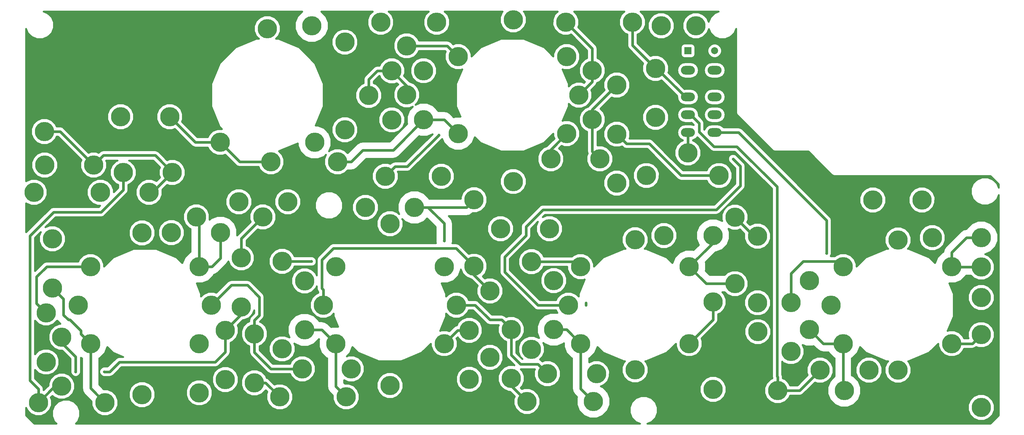
<source format=gbl>
G04 #@! TF.FileFunction,Copper,L2,Bot,Signal*
%FSLAX46Y46*%
G04 Gerber Fmt 4.6, Leading zero omitted, Abs format (unit mm)*
G04 Created by KiCad (PCBNEW 4.0.7+dfsg1-1) date Sat Dec  2 13:30:58 2017*
%MOMM*%
%LPD*%
G01*
G04 APERTURE LIST*
%ADD10C,0.100000*%
%ADD11C,1.000000*%
%ADD12C,5.500000*%
%ADD13R,2.000000X2.000000*%
%ADD14C,2.000000*%
%ADD15O,4.000000X2.500000*%
%ADD16C,0.800000*%
%ADD17C,0.800000*%
%ADD18C,0.500000*%
G04 APERTURE END LIST*
D10*
D11*
X92430600Y-169214800D03*
X337616800Y-185242200D03*
X337464400Y-159156400D03*
X234746800Y-170078400D03*
X122834400Y-148132800D03*
X92913200Y-112191800D03*
X239141000Y-111785400D03*
X161671000Y-115138200D03*
X137693400Y-178282600D03*
X175387000Y-216230200D03*
X256743200Y-208457800D03*
D12*
X194500000Y-114000000D03*
X225500000Y-136000000D03*
X194500000Y-136000000D03*
X225500000Y-114000000D03*
X229000000Y-125000000D03*
X162128200Y-109877200D03*
X162128200Y-134877200D03*
X229500000Y-174000000D03*
X226000000Y-185000000D03*
X260500000Y-196000000D03*
X229500000Y-196000000D03*
X260500000Y-174000000D03*
X304500000Y-174000000D03*
X301000000Y-185000000D03*
X335500000Y-196000000D03*
X304500000Y-196000000D03*
X335500000Y-174000000D03*
X250875800Y-117373400D03*
X250875800Y-131373400D03*
X233147000Y-212534500D03*
X214147000Y-212534500D03*
X304800000Y-209423000D03*
X285800000Y-209423000D03*
X334391000Y-214249000D03*
X199034400Y-154888800D03*
X199034400Y-173888800D03*
X173687200Y-148183600D03*
X189687200Y-148183600D03*
X112090200Y-131165600D03*
X98090200Y-131165600D03*
X245046500Y-166306500D03*
X245046500Y-203506500D03*
X175006000Y-161775200D03*
X175006000Y-207975200D03*
X104203500Y-164380500D03*
X104203500Y-210580500D03*
D13*
X260159500Y-112331500D03*
D14*
X267779500Y-112331500D03*
D15*
X267779500Y-135699500D03*
X267779500Y-130619500D03*
X267779500Y-117919500D03*
X260159500Y-117919500D03*
X260159500Y-130619500D03*
X260159500Y-135699500D03*
X260159500Y-125539500D03*
X267779500Y-125539500D03*
D12*
X252476000Y-105206800D03*
X262407400Y-105156000D03*
X260096000Y-141478000D03*
X152679400Y-105181400D03*
X206599000Y-163169600D03*
X220599000Y-163169600D03*
X131821400Y-155448000D03*
X145821400Y-155448000D03*
X253286500Y-165100000D03*
X267286500Y-165100000D03*
X232816400Y-117968000D03*
X232816400Y-131968000D03*
X239826800Y-122139400D03*
X239826800Y-136139400D03*
X221805500Y-177990500D03*
X221805500Y-191990500D03*
X209677000Y-205960500D03*
X209677000Y-191960500D03*
X220012500Y-204597000D03*
X234012500Y-204597000D03*
X197675500Y-192199500D03*
X197675500Y-206199500D03*
X289560000Y-184277000D03*
X289560000Y-198277000D03*
X168016400Y-157073600D03*
X182016400Y-157073600D03*
X294830500Y-177990500D03*
X294830500Y-191990500D03*
X297863500Y-203581000D03*
X311863500Y-203581000D03*
X150622000Y-178074800D03*
X150622000Y-192074800D03*
X136296400Y-207202800D03*
X136296400Y-193202800D03*
X149972000Y-203200000D03*
X163972000Y-203200000D03*
X179806600Y-110906800D03*
X179806600Y-124906800D03*
X175539400Y-118069600D03*
X175539400Y-132069600D03*
X184632600Y-118018800D03*
X184632600Y-132018800D03*
X120548400Y-196047600D03*
X120548400Y-210047600D03*
X112583200Y-164312600D03*
X126583200Y-164312600D03*
X132562600Y-185496200D03*
X132562600Y-171496200D03*
X76784200Y-187244200D03*
X76784200Y-201244200D03*
X140000000Y-106000000D03*
X126500000Y-138500000D03*
X153500000Y-138500000D03*
X280098500Y-192595500D03*
X280035000Y-165315500D03*
X280035000Y-184315500D03*
X215455500Y-172612000D03*
X215455500Y-197612000D03*
X203581000Y-180936500D03*
X203581000Y-199936500D03*
X144221200Y-172513600D03*
X144221200Y-197513600D03*
X343916000Y-193449000D03*
X343916000Y-214249000D03*
X269036800Y-147980400D03*
X248236800Y-147980400D03*
X162509600Y-211226400D03*
X143509600Y-211226400D03*
X119709800Y-159816800D03*
X138709800Y-159816800D03*
X160020000Y-144068800D03*
X141020000Y-144068800D03*
X93599000Y-212852000D03*
X74599000Y-212852000D03*
X92325776Y-152748532D03*
X73325776Y-152748532D03*
X320167000Y-166381000D03*
X320167000Y-203581000D03*
X210235800Y-103482200D03*
X210235800Y-149682200D03*
X343916000Y-174117000D03*
X343916000Y-182816500D03*
X76301600Y-135407400D03*
X329931000Y-165735000D03*
X343931000Y-165735000D03*
X220965000Y-143230600D03*
X234965000Y-143230600D03*
X239826800Y-136139400D03*
X239826800Y-150139400D03*
X81254600Y-208168000D03*
X81254600Y-194168000D03*
X127990600Y-192252600D03*
X127990600Y-206252600D03*
X78587600Y-166075600D03*
X78587600Y-180075600D03*
X112827776Y-147109732D03*
X98827776Y-147109732D03*
X90384576Y-144976132D03*
X76384576Y-144976132D03*
X106223776Y-152799332D03*
X92223776Y-152799332D03*
X312976500Y-154940000D03*
X326976500Y-154940000D03*
X172366400Y-104190800D03*
X188366400Y-104190800D03*
X159500000Y-174000000D03*
X156000000Y-185000000D03*
X190500000Y-196000000D03*
X159500000Y-196000000D03*
X190500000Y-174000000D03*
X194000000Y-185000000D03*
X89500000Y-174000000D03*
X86000000Y-185000000D03*
X120500000Y-196000000D03*
X89500000Y-196000000D03*
X120500000Y-174000000D03*
X124000000Y-185000000D03*
X267335000Y-184086500D03*
X267335000Y-209086500D03*
X273558000Y-178879500D03*
X273558000Y-159879500D03*
X244271800Y-104165400D03*
X225271800Y-104165400D03*
X168960800Y-125095000D03*
D16*
X273050000Y-143256000D03*
X299720000Y-170180000D03*
X152603200Y-172516800D03*
X190500000Y-166624000D03*
X93446600Y-204038200D03*
X85242400Y-204038200D03*
X189001400Y-136398000D03*
D17*
X231000000Y-184376000D02*
X231000000Y-185000000D01*
X275082000Y-150876000D02*
X275082000Y-145288000D01*
X275082000Y-145288000D02*
X273050000Y-143256000D01*
X268224000Y-157734000D02*
X275082000Y-150876000D01*
X218708598Y-157734000D02*
X268224000Y-157734000D01*
X213868000Y-165100000D02*
X213868000Y-162574598D01*
X213868000Y-162574598D02*
X218708598Y-157734000D01*
X207772000Y-171196000D02*
X213868000Y-165100000D01*
X207772000Y-175514000D02*
X207772000Y-171196000D01*
X217258000Y-185000000D02*
X207772000Y-175514000D01*
X226000000Y-185000000D02*
X217258000Y-185000000D01*
X260096000Y-141478000D02*
X260096000Y-135763000D01*
X260096000Y-135763000D02*
X260159500Y-135699500D01*
X299720000Y-160782000D02*
X274637500Y-135699500D01*
X274637500Y-135699500D02*
X267779500Y-135699500D01*
X299720000Y-170180000D02*
X299720000Y-160782000D01*
X343916000Y-174117000D02*
X335617000Y-174117000D01*
X335617000Y-174117000D02*
X335500000Y-174000000D01*
X339725000Y-165735000D02*
X343931000Y-165735000D01*
X335500000Y-169960000D02*
X339725000Y-165735000D01*
X335500000Y-174000000D02*
X335500000Y-169960000D01*
X273558000Y-159879500D02*
X278994000Y-165315500D01*
X278994000Y-165315500D02*
X280035000Y-165315500D01*
X273558000Y-178879500D02*
X265379500Y-178879500D01*
X265379500Y-178879500D02*
X260500000Y-174000000D01*
X260500000Y-174000000D02*
X267286500Y-167213500D01*
X267286500Y-167213500D02*
X267286500Y-165100000D01*
X214147000Y-212534500D02*
X209677000Y-208064500D01*
X209677000Y-208064500D02*
X209677000Y-205960500D01*
X233147000Y-212534500D02*
X229500000Y-208887500D01*
X229500000Y-208887500D02*
X229500000Y-196000000D01*
X229500000Y-196000000D02*
X225490500Y-191990500D01*
X225490500Y-191990500D02*
X221805500Y-191990500D01*
X229337000Y-196163000D02*
X229500000Y-196000000D01*
X155549999Y-180187999D02*
X155549999Y-172103999D01*
X203581000Y-180936500D02*
X199034400Y-176389900D01*
X199034400Y-176389900D02*
X199034400Y-173888800D01*
X155549999Y-180187999D02*
X156000000Y-180638000D01*
X156000000Y-180638000D02*
X156000000Y-185000000D01*
X199034400Y-173888800D02*
X193945599Y-168799999D01*
X193945599Y-168799999D02*
X158853999Y-168799999D01*
X158853999Y-168799999D02*
X155549999Y-172103999D01*
X304500000Y-196000000D02*
X304500000Y-209123000D01*
X304500000Y-209123000D02*
X304800000Y-209423000D01*
X294830500Y-191990500D02*
X298840000Y-196000000D01*
X298840000Y-196000000D02*
X304500000Y-196000000D01*
X274129500Y-139700000D02*
X267565163Y-139700000D01*
X267565163Y-139700000D02*
X263359510Y-135494347D01*
X263359510Y-135494347D02*
X263359510Y-133069510D01*
X263359510Y-133069510D02*
X260909500Y-130619500D01*
X260909500Y-130619500D02*
X260159500Y-130619500D01*
X285623000Y-151193500D02*
X274129500Y-139700000D01*
X285623000Y-172466000D02*
X285623000Y-151193500D01*
X285609999Y-172479001D02*
X285623000Y-172466000D01*
X285800000Y-209423000D02*
X285800000Y-205533913D01*
X285800000Y-205533913D02*
X285609999Y-205343912D01*
X285609999Y-205343912D02*
X285609999Y-172479001D01*
X285800000Y-209423000D02*
X292021500Y-209423000D01*
X292021500Y-209423000D02*
X297863500Y-203581000D01*
X244271800Y-104165400D02*
X244271800Y-110769400D01*
X244271800Y-110769400D02*
X250875800Y-117373400D01*
X260159500Y-125539500D02*
X259409500Y-125539500D01*
X259409500Y-125539500D02*
X251243400Y-117373400D01*
X251243400Y-117373400D02*
X250875800Y-117373400D01*
X225271800Y-104165400D02*
X232816400Y-111710000D01*
X232816400Y-111710000D02*
X232816400Y-117968000D01*
X229000000Y-125000000D02*
X232816400Y-121183600D01*
X232816400Y-121183600D02*
X232816400Y-117968000D01*
X78587600Y-180075600D02*
X81734201Y-183222201D01*
X81734201Y-183222201D02*
X81734201Y-187779201D01*
X83630601Y-189217999D02*
X86750001Y-192337399D01*
X86750001Y-193250001D02*
X89500000Y-196000000D01*
X81734201Y-187779201D02*
X83172999Y-189217999D01*
X83172999Y-189217999D02*
X83630601Y-189217999D01*
X86750001Y-192337399D02*
X86750001Y-193250001D01*
X89500000Y-196000000D02*
X89500000Y-208753000D01*
X89500000Y-208753000D02*
X93599000Y-212852000D01*
X143509600Y-211226400D02*
X139486000Y-207202800D01*
X139486000Y-207202800D02*
X136296400Y-207202800D01*
X126583200Y-164312600D02*
X126583200Y-171587400D01*
X126583200Y-171587400D02*
X124180600Y-173990000D01*
X124180600Y-173990000D02*
X120510000Y-173990000D01*
X120510000Y-173990000D02*
X120500000Y-174000000D01*
X120500000Y-174000000D02*
X120500000Y-160607000D01*
X120500000Y-160607000D02*
X119709800Y-159816800D01*
X132562600Y-171496200D02*
X132562600Y-165964000D01*
X132562600Y-165964000D02*
X138709800Y-159816800D01*
X126500000Y-138500000D02*
X132068800Y-144068800D01*
X132068800Y-144068800D02*
X141020000Y-144068800D01*
X112090200Y-131165600D02*
X119424600Y-138500000D01*
X119424600Y-138500000D02*
X126500000Y-138500000D01*
X260500000Y-196000000D02*
X267335000Y-189165000D01*
X267335000Y-189165000D02*
X267335000Y-184086500D01*
X229500000Y-174000000D02*
X228093000Y-172593000D01*
X228093000Y-172593000D02*
X214449000Y-172593000D01*
X214449000Y-172593000D02*
X214122000Y-172920000D01*
X203561501Y-189210501D02*
X199351000Y-185000000D01*
X199351000Y-185000000D02*
X194000000Y-185000000D01*
X209677000Y-191960500D02*
X206927001Y-189210501D01*
X206927001Y-189210501D02*
X203561501Y-189210501D01*
X212261001Y-201847001D02*
X209677000Y-199263000D01*
X209677000Y-199263000D02*
X209677000Y-191960500D01*
X220012500Y-204597000D02*
X217262501Y-201847001D01*
X217262501Y-201847001D02*
X212261001Y-201847001D01*
X190500000Y-196000000D02*
X194300500Y-192199500D01*
X194300500Y-192199500D02*
X197675500Y-192199500D01*
X289560000Y-184277000D02*
X289560000Y-175934998D01*
X289560000Y-175934998D02*
X293028998Y-172466000D01*
X293028998Y-172466000D02*
X302966000Y-172466000D01*
X302966000Y-172466000D02*
X304500000Y-174000000D01*
X152603200Y-172516800D02*
X144224400Y-172516800D01*
X144224400Y-172516800D02*
X144221200Y-172513600D01*
X182016400Y-157073600D02*
X196849600Y-157073600D01*
X196849600Y-157073600D02*
X199034400Y-154888800D01*
X182016400Y-157073600D02*
X185905487Y-157073600D01*
X185905487Y-157073600D02*
X190500000Y-161668113D01*
X190500000Y-166058315D02*
X190500000Y-166624000D01*
X190500000Y-161668113D02*
X190500000Y-166058315D01*
X150622000Y-192074800D02*
X155574800Y-192074800D01*
X155574800Y-192074800D02*
X159500000Y-196000000D01*
X162509600Y-211226400D02*
X159500000Y-208216800D01*
X159500000Y-208216800D02*
X159500000Y-196000000D01*
X335500000Y-196000000D02*
X341365000Y-196000000D01*
X341365000Y-196000000D02*
X343916000Y-193449000D01*
X335500000Y-195218000D02*
X335500000Y-196000000D01*
X249099999Y-138889399D02*
X258191000Y-147980400D01*
X258191000Y-147980400D02*
X269036800Y-147980400D01*
X239826800Y-136139400D02*
X242576799Y-138889399D01*
X242576799Y-138889399D02*
X249099999Y-138889399D01*
X167261887Y-140716000D02*
X175935400Y-140716000D01*
X175935400Y-140716000D02*
X184632600Y-132018800D01*
X160020000Y-144068800D02*
X163909087Y-144068800D01*
X163909087Y-144068800D02*
X167261887Y-140716000D01*
X184632600Y-132018800D02*
X190518800Y-132018800D01*
X190518800Y-132018800D02*
X194500000Y-136000000D01*
X74599000Y-212852000D02*
X74599000Y-208962913D01*
X74599000Y-208962913D02*
X72161400Y-206525313D01*
X72161400Y-165175798D02*
X78917800Y-158419398D01*
X98827776Y-147109732D02*
X98827776Y-152092534D01*
X98827776Y-152092534D02*
X92500912Y-158419398D01*
X92500912Y-158419398D02*
X78917800Y-158419398D01*
X72161400Y-206525313D02*
X72161400Y-165175798D01*
X74599000Y-212852000D02*
X79283000Y-208168000D01*
X79283000Y-208168000D02*
X81254600Y-208168000D01*
X112827776Y-147109732D02*
X107138176Y-152799332D01*
X107138176Y-152799332D02*
X106223776Y-152799332D01*
X112827776Y-147109732D02*
X107944177Y-142226133D01*
X107944177Y-142226133D02*
X93134575Y-142226133D01*
X93134575Y-142226133D02*
X90384576Y-144976132D01*
X76301600Y-135407400D02*
X80815844Y-135407400D01*
X80815844Y-135407400D02*
X90384576Y-144976132D01*
X239826800Y-122139400D02*
X232816400Y-129149800D01*
X232816400Y-129149800D02*
X232816400Y-131968000D01*
X232816400Y-131968000D02*
X232816400Y-141082000D01*
X232816400Y-141082000D02*
X234965000Y-143230600D01*
X225500000Y-136000000D02*
X220965000Y-140535000D01*
X220965000Y-140535000D02*
X220965000Y-143230600D01*
X136296400Y-193202800D02*
X136296400Y-189313713D01*
X136296400Y-189313713D02*
X137718800Y-187891313D01*
X137718800Y-187891313D02*
X137718800Y-182702200D01*
X137718800Y-182702200D02*
X134315200Y-179298600D01*
X134315200Y-179298600D02*
X129701400Y-179298600D01*
X129701400Y-179298600D02*
X124000000Y-185000000D01*
X149972000Y-203200000D02*
X141020800Y-203200000D01*
X141020800Y-203200000D02*
X136296400Y-198475600D01*
X136296400Y-198475600D02*
X136296400Y-197091887D01*
X136296400Y-197091887D02*
X136296400Y-193202800D01*
X179806600Y-110906800D02*
X191406800Y-110906800D01*
X191406800Y-110906800D02*
X194500000Y-114000000D01*
X85242400Y-204038200D02*
X85242400Y-199771000D01*
X85242400Y-199771000D02*
X81254600Y-195783200D01*
X81254600Y-195783200D02*
X81254600Y-194168000D01*
X127990600Y-192252600D02*
X127990600Y-198399400D01*
X127990600Y-198399400D02*
X125120400Y-201269600D01*
X125120400Y-201269600D02*
X97739200Y-201269600D01*
X97739200Y-201269600D02*
X94970600Y-204038200D01*
X94970600Y-204038200D02*
X93446600Y-204038200D01*
X127990600Y-192252600D02*
X132562600Y-187680600D01*
X132562600Y-187680600D02*
X132562600Y-185496200D01*
X76784200Y-187244200D02*
X74034201Y-184494201D01*
X74034201Y-184494201D02*
X74034201Y-176917799D01*
X74034201Y-176917799D02*
X76952000Y-174000000D01*
X76952000Y-174000000D02*
X89500000Y-174000000D01*
X179965799Y-145433601D02*
X189001400Y-136398000D01*
X173687200Y-148183600D02*
X176437199Y-145433601D01*
X176437199Y-145433601D02*
X179965799Y-145433601D01*
X168960800Y-120523000D02*
X171414200Y-118069600D01*
X171414200Y-118069600D02*
X175539400Y-118069600D01*
X168960800Y-125095000D02*
X168960800Y-120523000D01*
X175539400Y-118069600D02*
X179806600Y-122336800D01*
X179806600Y-122336800D02*
X179806600Y-124906800D01*
D18*
G36*
X149963970Y-101109785D02*
X148612530Y-102458868D01*
X147880235Y-104222432D01*
X147878568Y-106131990D01*
X148607785Y-107896830D01*
X149956868Y-109248270D01*
X151720432Y-109980565D01*
X153629990Y-109982232D01*
X155394830Y-109253015D01*
X156746270Y-107903932D01*
X157478565Y-106140368D01*
X157480232Y-104230810D01*
X156751015Y-102465970D01*
X155401932Y-101114530D01*
X155366940Y-101100000D01*
X170083893Y-101100000D01*
X169146796Y-102035463D01*
X168567061Y-103431617D01*
X168565742Y-104943351D01*
X169143039Y-106340515D01*
X170211063Y-107410404D01*
X171607217Y-107990139D01*
X173118951Y-107991458D01*
X174516115Y-107414161D01*
X175586004Y-106346137D01*
X176165739Y-104949983D01*
X176167058Y-103438249D01*
X175589761Y-102041085D01*
X174650316Y-101100000D01*
X186083893Y-101100000D01*
X185146796Y-102035463D01*
X184567061Y-103431617D01*
X184565742Y-104943351D01*
X185143039Y-106340515D01*
X186211063Y-107410404D01*
X187607217Y-107990139D01*
X189118951Y-107991458D01*
X190516115Y-107414161D01*
X191586004Y-106346137D01*
X192165739Y-104949983D01*
X192167058Y-103438249D01*
X191589761Y-102041085D01*
X190650316Y-101100000D01*
X207243455Y-101100000D01*
X207016196Y-101326863D01*
X206436461Y-102723017D01*
X206435142Y-104234751D01*
X207012439Y-105631915D01*
X208080463Y-106701804D01*
X209476617Y-107281539D01*
X210988351Y-107282858D01*
X212385515Y-106705561D01*
X213455404Y-105637537D01*
X214035139Y-104241383D01*
X214036458Y-102729649D01*
X213459161Y-101332485D01*
X213227081Y-101100000D01*
X222963848Y-101100000D01*
X222052196Y-102010063D01*
X221472461Y-103406217D01*
X221471142Y-104917951D01*
X222048439Y-106315115D01*
X223116463Y-107385004D01*
X224512617Y-107964739D01*
X226024351Y-107966058D01*
X226730198Y-107674408D01*
X231366400Y-112310610D01*
X231366400Y-114455522D01*
X230666685Y-114744639D01*
X229596796Y-115812663D01*
X229017061Y-117208817D01*
X229015742Y-118720551D01*
X229593039Y-120117715D01*
X230661063Y-121187604D01*
X230732233Y-121217157D01*
X230458392Y-121490998D01*
X229759183Y-121200661D01*
X228247449Y-121199342D01*
X226850285Y-121776639D01*
X226052124Y-122573409D01*
X226052780Y-121821464D01*
X224318396Y-117623934D01*
X224740817Y-117799339D01*
X226252551Y-117800658D01*
X227649715Y-117223361D01*
X228719604Y-116155337D01*
X229299339Y-114759183D01*
X229300658Y-113247449D01*
X228723361Y-111850285D01*
X227655337Y-110780396D01*
X226259183Y-110200661D01*
X224747449Y-110199342D01*
X223350285Y-110776639D01*
X222280396Y-111844663D01*
X221700661Y-113240817D01*
X221699996Y-114002473D01*
X219103465Y-111401406D01*
X213206549Y-108952792D01*
X206821464Y-108947220D01*
X200920283Y-111385538D01*
X198300000Y-114001251D01*
X198300658Y-113247449D01*
X197723361Y-111850285D01*
X196655337Y-110780396D01*
X195259183Y-110200661D01*
X193747449Y-110199342D01*
X193041602Y-110490992D01*
X192432105Y-109881495D01*
X191961691Y-109567175D01*
X191406800Y-109456800D01*
X183319078Y-109456800D01*
X183029961Y-108757085D01*
X181961937Y-107687196D01*
X180565783Y-107107461D01*
X179054049Y-107106142D01*
X177656885Y-107683439D01*
X176586996Y-108751463D01*
X176007261Y-110147617D01*
X176005942Y-111659351D01*
X176583239Y-113056515D01*
X177651263Y-114126404D01*
X179047417Y-114706139D01*
X180559151Y-114707458D01*
X181956315Y-114130161D01*
X183026204Y-113062137D01*
X183319086Y-112356800D01*
X190806190Y-112356800D01*
X190990998Y-112541608D01*
X190700661Y-113240817D01*
X190699342Y-114752551D01*
X191276639Y-116149715D01*
X192344663Y-117219604D01*
X193740817Y-117799339D01*
X195252551Y-117800658D01*
X195684929Y-117622003D01*
X193952792Y-121793451D01*
X193947220Y-128178536D01*
X195195913Y-131200605D01*
X193549410Y-131199168D01*
X193276681Y-131311857D01*
X192251212Y-130286388D01*
X191456375Y-129755295D01*
X190518800Y-129568799D01*
X190518795Y-129568800D01*
X188813888Y-129568800D01*
X188704215Y-129303370D01*
X187355132Y-127951930D01*
X185591568Y-127219635D01*
X183682010Y-127217968D01*
X182296705Y-127790364D01*
X183026204Y-127062137D01*
X183605939Y-125665983D01*
X183607258Y-124154249D01*
X183029961Y-122757085D01*
X181961937Y-121687196D01*
X180671959Y-121151549D01*
X179048402Y-119527992D01*
X179338739Y-118828783D01*
X179338789Y-118771351D01*
X180831942Y-118771351D01*
X181409239Y-120168515D01*
X182477263Y-121238404D01*
X183873417Y-121818139D01*
X185385151Y-121819458D01*
X186782315Y-121242161D01*
X187852204Y-120174137D01*
X188431939Y-118777983D01*
X188433258Y-117266249D01*
X187855961Y-115869085D01*
X186787937Y-114799196D01*
X185391783Y-114219461D01*
X183880049Y-114218142D01*
X182482885Y-114795439D01*
X181412996Y-115863463D01*
X180833261Y-117259617D01*
X180831942Y-118771351D01*
X179338789Y-118771351D01*
X179340058Y-117317049D01*
X178762761Y-115919885D01*
X177694737Y-114849996D01*
X176298583Y-114270261D01*
X174786849Y-114268942D01*
X173389685Y-114846239D01*
X172319796Y-115914263D01*
X172026914Y-116619600D01*
X171414205Y-116619600D01*
X171414200Y-116619599D01*
X170951372Y-116711662D01*
X170859309Y-116729975D01*
X170396329Y-117039328D01*
X170388895Y-117044295D01*
X167935495Y-119497695D01*
X167621175Y-119968109D01*
X167510800Y-120523000D01*
X167510800Y-121582522D01*
X166811085Y-121871639D01*
X165741196Y-122939663D01*
X165161461Y-124335817D01*
X165160142Y-125847551D01*
X165737439Y-127244715D01*
X166805463Y-128314604D01*
X168201617Y-128894339D01*
X169713351Y-128895658D01*
X171110515Y-128318361D01*
X172180404Y-127250337D01*
X172760139Y-125854183D01*
X172761458Y-124342449D01*
X172184161Y-122945285D01*
X171116137Y-121875396D01*
X170410800Y-121582514D01*
X170410800Y-121123610D01*
X172014810Y-119519600D01*
X172026922Y-119519600D01*
X172316039Y-120219315D01*
X173384063Y-121289204D01*
X174780217Y-121868939D01*
X176291951Y-121870258D01*
X176997798Y-121578608D01*
X177379515Y-121960325D01*
X176586996Y-122751463D01*
X176007261Y-124147617D01*
X176005942Y-125659351D01*
X176583239Y-127056515D01*
X177651263Y-128126404D01*
X179047417Y-128706139D01*
X180559151Y-128707458D01*
X181576779Y-128286982D01*
X180565730Y-129296268D01*
X179833435Y-131059832D01*
X179831768Y-132969390D01*
X179944457Y-133242119D01*
X174920576Y-138266000D01*
X167261887Y-138266000D01*
X166324312Y-138452495D01*
X166105660Y-138598594D01*
X165529475Y-138983588D01*
X165529473Y-138983591D01*
X162918953Y-141594110D01*
X162175337Y-140849196D01*
X160779183Y-140269461D01*
X159267449Y-140268142D01*
X157870285Y-140845439D01*
X157619499Y-141095788D01*
X158299165Y-139458968D01*
X158300832Y-137549410D01*
X157571615Y-135784570D01*
X157417067Y-135629751D01*
X158327542Y-135629751D01*
X158904839Y-137026915D01*
X159972863Y-138096804D01*
X161369017Y-138676539D01*
X162880751Y-138677858D01*
X164277915Y-138100561D01*
X165347804Y-137032537D01*
X165927539Y-135636383D01*
X165928858Y-134124649D01*
X165390677Y-132822151D01*
X171738742Y-132822151D01*
X172316039Y-134219315D01*
X173384063Y-135289204D01*
X174780217Y-135868939D01*
X176291951Y-135870258D01*
X177689115Y-135292961D01*
X178759004Y-134224937D01*
X179338739Y-132828783D01*
X179340058Y-131317049D01*
X178762761Y-129919885D01*
X177694737Y-128849996D01*
X176298583Y-128270261D01*
X174786849Y-128268942D01*
X173389685Y-128846239D01*
X172319796Y-129914263D01*
X171740061Y-131310417D01*
X171738742Y-132822151D01*
X165390677Y-132822151D01*
X165351561Y-132727485D01*
X164283537Y-131657596D01*
X162887383Y-131077861D01*
X161375649Y-131076542D01*
X159978485Y-131653839D01*
X158908596Y-132721863D01*
X158328861Y-134118017D01*
X158327542Y-135629751D01*
X157417067Y-135629751D01*
X156222532Y-134433130D01*
X154458968Y-133700835D01*
X153766032Y-133700230D01*
X156047208Y-128206549D01*
X156052780Y-121821464D01*
X153614462Y-115920283D01*
X149103465Y-111401406D01*
X147245114Y-110629751D01*
X158327542Y-110629751D01*
X158904839Y-112026915D01*
X159972863Y-113096804D01*
X161369017Y-113676539D01*
X162880751Y-113677858D01*
X164277915Y-113100561D01*
X165347804Y-112032537D01*
X165927539Y-110636383D01*
X165928858Y-109124649D01*
X165351561Y-107727485D01*
X164283537Y-106657596D01*
X162887383Y-106077861D01*
X161375649Y-106076542D01*
X159978485Y-106653839D01*
X158908596Y-107721863D01*
X158328861Y-109118017D01*
X158327542Y-110629751D01*
X147245114Y-110629751D01*
X143206549Y-108952792D01*
X142421443Y-108952107D01*
X143219604Y-108155337D01*
X143799339Y-106759183D01*
X143800658Y-105247449D01*
X143223361Y-103850285D01*
X142155337Y-102780396D01*
X140759183Y-102200661D01*
X139247449Y-102199342D01*
X137850285Y-102776639D01*
X136780396Y-103844663D01*
X136200661Y-105240817D01*
X136199342Y-106752551D01*
X136776639Y-108149715D01*
X137573409Y-108947876D01*
X136821464Y-108947220D01*
X130920283Y-111385538D01*
X126401406Y-115896535D01*
X123952792Y-121793451D01*
X123947220Y-128178536D01*
X126385538Y-134079717D01*
X127005178Y-134700439D01*
X125747449Y-134699342D01*
X124350285Y-135276639D01*
X123280396Y-136344663D01*
X122987514Y-137050000D01*
X120025210Y-137050000D01*
X115599202Y-132623992D01*
X115889539Y-131924783D01*
X115890858Y-130413049D01*
X115313561Y-129015885D01*
X114245537Y-127945996D01*
X112849383Y-127366261D01*
X111337649Y-127364942D01*
X109940485Y-127942239D01*
X108870596Y-129010263D01*
X108290861Y-130406417D01*
X108289542Y-131918151D01*
X108866839Y-133315315D01*
X109934863Y-134385204D01*
X111331017Y-134964939D01*
X112842751Y-134966258D01*
X113548598Y-134674608D01*
X118399295Y-139525305D01*
X118869709Y-139839625D01*
X119424600Y-139950000D01*
X122987522Y-139950000D01*
X123276639Y-140649715D01*
X124344663Y-141719604D01*
X125740817Y-142299339D01*
X127252551Y-142300658D01*
X127958398Y-142009008D01*
X131043493Y-145094102D01*
X131043495Y-145094105D01*
X131317725Y-145277339D01*
X131513909Y-145408425D01*
X132068800Y-145518800D01*
X137507522Y-145518800D01*
X137796639Y-146218515D01*
X138864663Y-147288404D01*
X140260817Y-147868139D01*
X141772551Y-147869458D01*
X143169715Y-147292161D01*
X144239604Y-146224137D01*
X144819339Y-144827983D01*
X144820658Y-143316249D01*
X144243361Y-141919085D01*
X143320153Y-140994265D01*
X148699761Y-138771457D01*
X148699168Y-139450590D01*
X149428385Y-141215430D01*
X150777468Y-142566870D01*
X152541032Y-143299165D01*
X154450590Y-143300832D01*
X156215430Y-142571615D01*
X156747768Y-142040206D01*
X156220661Y-143309617D01*
X156219342Y-144821351D01*
X156796639Y-146218515D01*
X157864663Y-147288404D01*
X159260817Y-147868139D01*
X160772551Y-147869458D01*
X162169715Y-147292161D01*
X162944426Y-146518800D01*
X163909082Y-146518800D01*
X163909087Y-146518801D01*
X164846662Y-146332305D01*
X165641499Y-145801212D01*
X168276710Y-143166000D01*
X175935395Y-143166000D01*
X175935400Y-143166001D01*
X176872975Y-142979505D01*
X177667812Y-142448412D01*
X183408394Y-136707829D01*
X183673632Y-136817965D01*
X185583190Y-136819632D01*
X187195247Y-136153543D01*
X179365189Y-143983601D01*
X176437199Y-143983601D01*
X175882308Y-144093976D01*
X175411894Y-144408296D01*
X175145592Y-144674598D01*
X174446383Y-144384261D01*
X172934649Y-144382942D01*
X171537485Y-144960239D01*
X170467596Y-146028263D01*
X169887861Y-147424417D01*
X169886542Y-148936151D01*
X170463839Y-150333315D01*
X171531863Y-151403204D01*
X172928017Y-151982939D01*
X174439751Y-151984258D01*
X175836915Y-151406961D01*
X176906804Y-150338937D01*
X177486539Y-148942783D01*
X177486544Y-148936151D01*
X185886542Y-148936151D01*
X186463839Y-150333315D01*
X187531863Y-151403204D01*
X188928017Y-151982939D01*
X190439751Y-151984258D01*
X191836915Y-151406961D01*
X192810822Y-150434751D01*
X206435142Y-150434751D01*
X207012439Y-151831915D01*
X208080463Y-152901804D01*
X209476617Y-153481539D01*
X210988351Y-153482858D01*
X212385515Y-152905561D01*
X213455404Y-151837537D01*
X213848046Y-150891951D01*
X236026142Y-150891951D01*
X236603439Y-152289115D01*
X237671463Y-153359004D01*
X239067617Y-153938739D01*
X240579351Y-153940058D01*
X241976515Y-153362761D01*
X243046404Y-152294737D01*
X243626139Y-150898583D01*
X243627458Y-149386849D01*
X243357273Y-148732951D01*
X244436142Y-148732951D01*
X245013439Y-150130115D01*
X246081463Y-151200004D01*
X247477617Y-151779739D01*
X248989351Y-151781058D01*
X250386515Y-151203761D01*
X251456404Y-150135737D01*
X252036139Y-148739583D01*
X252037458Y-147227849D01*
X251460161Y-145830685D01*
X250392137Y-144760796D01*
X248995983Y-144181061D01*
X247484249Y-144179742D01*
X246087085Y-144757039D01*
X245017196Y-145825063D01*
X244437461Y-147221217D01*
X244436142Y-148732951D01*
X243357273Y-148732951D01*
X243050161Y-147989685D01*
X241982137Y-146919796D01*
X240585983Y-146340061D01*
X239074249Y-146338742D01*
X237677085Y-146916039D01*
X236607196Y-147984063D01*
X236027461Y-149380217D01*
X236026142Y-150891951D01*
X213848046Y-150891951D01*
X214035139Y-150441383D01*
X214036458Y-148929649D01*
X213459161Y-147532485D01*
X212391137Y-146462596D01*
X210994983Y-145882861D01*
X209483249Y-145881542D01*
X208086085Y-146458839D01*
X207016196Y-147526863D01*
X206436461Y-148923017D01*
X206435142Y-150434751D01*
X192810822Y-150434751D01*
X192906804Y-150338937D01*
X193486539Y-148942783D01*
X193487858Y-147431049D01*
X192910561Y-146033885D01*
X191842537Y-144963996D01*
X190446383Y-144384261D01*
X188934649Y-144382942D01*
X187537485Y-144960239D01*
X186467596Y-146028263D01*
X185887861Y-147424417D01*
X185886542Y-148936151D01*
X177486544Y-148936151D01*
X177487858Y-147431049D01*
X177261657Y-146883601D01*
X179965799Y-146883601D01*
X180520690Y-146773226D01*
X180991104Y-146458906D01*
X189933147Y-137516862D01*
X190428385Y-138715430D01*
X191777468Y-140066870D01*
X193541032Y-140799165D01*
X195450590Y-140800832D01*
X197215430Y-140071615D01*
X198566870Y-138722532D01*
X199287592Y-136986840D01*
X200896535Y-138598594D01*
X206793451Y-141047208D01*
X213178536Y-141052780D01*
X219079717Y-138614462D01*
X221700000Y-135998749D01*
X221699342Y-136752551D01*
X221990992Y-137458398D01*
X219939695Y-139509695D01*
X219909285Y-139555207D01*
X218815285Y-140007239D01*
X217745396Y-141075263D01*
X217165661Y-142471417D01*
X217164342Y-143983151D01*
X217741639Y-145380315D01*
X218809663Y-146450204D01*
X220205817Y-147029939D01*
X221717551Y-147031258D01*
X223114715Y-146453961D01*
X224184604Y-145385937D01*
X224764339Y-143989783D01*
X224765658Y-142478049D01*
X224188361Y-141080885D01*
X223329792Y-140220817D01*
X224041608Y-139509001D01*
X224740817Y-139799339D01*
X226252551Y-139800658D01*
X227649715Y-139223361D01*
X228719604Y-138155337D01*
X229299339Y-136759183D01*
X229300658Y-135247449D01*
X228723361Y-133850285D01*
X227655337Y-132780396D01*
X227511215Y-132720551D01*
X229015742Y-132720551D01*
X229593039Y-134117715D01*
X230661063Y-135187604D01*
X231366400Y-135480486D01*
X231366400Y-141082000D01*
X231476775Y-141636891D01*
X231498615Y-141669577D01*
X231165661Y-142471417D01*
X231164342Y-143983151D01*
X231741639Y-145380315D01*
X232809663Y-146450204D01*
X234205817Y-147029939D01*
X235717551Y-147031258D01*
X237114715Y-146453961D01*
X238184604Y-145385937D01*
X238764339Y-143989783D01*
X238765658Y-142478049D01*
X238188361Y-141080885D01*
X237120337Y-140010996D01*
X235724183Y-139431261D01*
X234266400Y-139429989D01*
X234266400Y-136891951D01*
X236026142Y-136891951D01*
X236603439Y-138289115D01*
X237671463Y-139359004D01*
X239067617Y-139938739D01*
X240579351Y-139940058D01*
X241285198Y-139648408D01*
X241551494Y-139914704D01*
X242021908Y-140229024D01*
X242576799Y-140339399D01*
X248499389Y-140339399D01*
X257165695Y-149005705D01*
X257636109Y-149320025D01*
X258191000Y-149430400D01*
X265524322Y-149430400D01*
X265813439Y-150130115D01*
X266881463Y-151200004D01*
X268277617Y-151779739D01*
X269789351Y-151781058D01*
X271186515Y-151203761D01*
X272256404Y-150135737D01*
X272836139Y-148739583D01*
X272837458Y-147227849D01*
X272260161Y-145830685D01*
X271192137Y-144760796D01*
X269795983Y-144181061D01*
X268284249Y-144179742D01*
X266887085Y-144757039D01*
X265817196Y-145825063D01*
X265524314Y-146530400D01*
X258791610Y-146530400D01*
X254491761Y-142230551D01*
X256295342Y-142230551D01*
X256872639Y-143627715D01*
X257940663Y-144697604D01*
X259336817Y-145277339D01*
X260848551Y-145278658D01*
X262245715Y-144701361D01*
X263315604Y-143633337D01*
X263895339Y-142237183D01*
X263896658Y-140725449D01*
X263319361Y-139328285D01*
X262251337Y-138258396D01*
X261546000Y-137965514D01*
X261546000Y-137884778D01*
X261849425Y-137824423D01*
X262595599Y-137325846D01*
X262813815Y-136999262D01*
X266539856Y-140725302D01*
X266539858Y-140725305D01*
X267010272Y-141039625D01*
X267102335Y-141057938D01*
X267565163Y-141150001D01*
X267565168Y-141150000D01*
X273528890Y-141150000D01*
X284173000Y-151794110D01*
X284173000Y-172413641D01*
X284159999Y-172479001D01*
X284159999Y-205343912D01*
X284270374Y-205898803D01*
X284293738Y-205933769D01*
X283650285Y-206199639D01*
X282580396Y-207267663D01*
X282000661Y-208663817D01*
X281999342Y-210175551D01*
X282576639Y-211572715D01*
X283644663Y-212642604D01*
X285040817Y-213222339D01*
X286552551Y-213223658D01*
X287949715Y-212646361D01*
X289019604Y-211578337D01*
X289312486Y-210873000D01*
X292021500Y-210873000D01*
X292576391Y-210762625D01*
X293046805Y-210448305D01*
X296405108Y-207090002D01*
X297104317Y-207380339D01*
X298616051Y-207381658D01*
X300013215Y-206804361D01*
X301083104Y-205736337D01*
X301662839Y-204340183D01*
X301664158Y-202828449D01*
X301086861Y-201431285D01*
X300018837Y-200361396D01*
X298622683Y-199781661D01*
X297110949Y-199780342D01*
X295713785Y-200357639D01*
X294643896Y-201425663D01*
X294064161Y-202821817D01*
X294062842Y-204333551D01*
X294354492Y-205039398D01*
X291420890Y-207973000D01*
X289312478Y-207973000D01*
X289023361Y-207273285D01*
X287955337Y-206203396D01*
X287250000Y-205910514D01*
X287250000Y-205533913D01*
X287139625Y-204979022D01*
X287059999Y-204859853D01*
X287059999Y-201151338D01*
X287404663Y-201496604D01*
X288800817Y-202076339D01*
X290312551Y-202077658D01*
X291709715Y-201500361D01*
X292779604Y-200432337D01*
X293359339Y-199036183D01*
X293360658Y-197524449D01*
X292888367Y-196381420D01*
X293871532Y-196789665D01*
X295781090Y-196791332D01*
X296053819Y-196678643D01*
X297107586Y-197732409D01*
X297107588Y-197732412D01*
X297902426Y-198263505D01*
X298840000Y-198450000D01*
X300318712Y-198450000D01*
X300428385Y-198715430D01*
X301777468Y-200066870D01*
X302050000Y-200180035D01*
X302050000Y-205385895D01*
X300733130Y-206700468D01*
X300000835Y-208464032D01*
X299999168Y-210373590D01*
X300728385Y-212138430D01*
X302077468Y-213489870D01*
X303841032Y-214222165D01*
X305750590Y-214223832D01*
X307515430Y-213494615D01*
X308866870Y-212145532D01*
X309599165Y-210381968D01*
X309600832Y-208472410D01*
X308871615Y-206707570D01*
X307522532Y-205356130D01*
X306950000Y-205118394D01*
X306950000Y-204333551D01*
X308062842Y-204333551D01*
X308640139Y-205730715D01*
X309708163Y-206800604D01*
X311104317Y-207380339D01*
X312616051Y-207381658D01*
X314013215Y-206804361D01*
X315083104Y-205736337D01*
X315662839Y-204340183D01*
X315664158Y-202828449D01*
X315086861Y-201431285D01*
X314018837Y-200361396D01*
X312622683Y-199781661D01*
X311110949Y-199780342D01*
X309713785Y-200357639D01*
X308643896Y-201425663D01*
X308064161Y-202821817D01*
X308062842Y-204333551D01*
X306950000Y-204333551D01*
X306950000Y-200181288D01*
X307215430Y-200071615D01*
X308566870Y-198722532D01*
X309287592Y-196986840D01*
X310896535Y-198598594D01*
X316793451Y-201047208D01*
X317326046Y-201047673D01*
X316947396Y-201425663D01*
X316367661Y-202821817D01*
X316366342Y-204333551D01*
X316943639Y-205730715D01*
X318011663Y-206800604D01*
X319407817Y-207380339D01*
X320919551Y-207381658D01*
X322316715Y-206804361D01*
X323386604Y-205736337D01*
X323966339Y-204340183D01*
X323967658Y-202828449D01*
X323390361Y-201431285D01*
X323012371Y-201052635D01*
X323178536Y-201052780D01*
X329079717Y-198614462D01*
X331700000Y-195998749D01*
X331699342Y-196752551D01*
X332276639Y-198149715D01*
X333344663Y-199219604D01*
X334740817Y-199799339D01*
X336252551Y-199800658D01*
X337649715Y-199223361D01*
X338719604Y-198155337D01*
X339012486Y-197450000D01*
X341365000Y-197450000D01*
X341919891Y-197339625D01*
X342390305Y-197025305D01*
X342457608Y-196958002D01*
X343156817Y-197248339D01*
X344668551Y-197249658D01*
X346065715Y-196672361D01*
X347135604Y-195604337D01*
X347715339Y-194208183D01*
X347716658Y-192696449D01*
X347139361Y-191299285D01*
X346071337Y-190229396D01*
X344675183Y-189649661D01*
X343163449Y-189648342D01*
X341766285Y-190225639D01*
X340696396Y-191293663D01*
X340116661Y-192689817D01*
X340115342Y-194201551D01*
X340259318Y-194550000D01*
X339012478Y-194550000D01*
X338723361Y-193850285D01*
X337655337Y-192780396D01*
X336259183Y-192200661D01*
X334747449Y-192199342D01*
X334315071Y-192377997D01*
X336047208Y-188206549D01*
X336051254Y-183569051D01*
X340115342Y-183569051D01*
X340692639Y-184966215D01*
X341760663Y-186036104D01*
X343156817Y-186615839D01*
X344668551Y-186617158D01*
X346065715Y-186039861D01*
X347135604Y-184971837D01*
X347715339Y-183575683D01*
X347716658Y-182063949D01*
X347139361Y-180666785D01*
X346071337Y-179596896D01*
X344675183Y-179017161D01*
X343163449Y-179015842D01*
X341766285Y-179593139D01*
X340696396Y-180661163D01*
X340116661Y-182057317D01*
X340115342Y-183569051D01*
X336051254Y-183569051D01*
X336052780Y-181821464D01*
X334804087Y-178799395D01*
X336450590Y-178800832D01*
X338215430Y-178071615D01*
X339566870Y-176722532D01*
X339631452Y-176567000D01*
X340992401Y-176567000D01*
X341760663Y-177336604D01*
X343156817Y-177916339D01*
X344668551Y-177917658D01*
X346065715Y-177340361D01*
X347135604Y-176272337D01*
X347715339Y-174876183D01*
X347716658Y-173364449D01*
X347139361Y-171967285D01*
X346071337Y-170897396D01*
X345041487Y-170469764D01*
X346646430Y-169806615D01*
X347997870Y-168457532D01*
X348730165Y-166693968D01*
X348731832Y-164784410D01*
X348002615Y-163019570D01*
X346653532Y-161668130D01*
X344889968Y-160935835D01*
X342980410Y-160934168D01*
X341215570Y-161663385D01*
X339864130Y-163012468D01*
X339750965Y-163285000D01*
X339725000Y-163285000D01*
X338787426Y-163471495D01*
X337992588Y-164002588D01*
X337992586Y-164002591D01*
X333767588Y-168227588D01*
X333236495Y-169022425D01*
X333080620Y-169806060D01*
X332784570Y-169928385D01*
X331433130Y-171277468D01*
X330712408Y-173013160D01*
X329103465Y-171401406D01*
X323206549Y-168952792D01*
X322969629Y-168952585D01*
X323386604Y-168536337D01*
X323966339Y-167140183D01*
X323966908Y-166487551D01*
X326130342Y-166487551D01*
X326707639Y-167884715D01*
X327775663Y-168954604D01*
X329171817Y-169534339D01*
X330683551Y-169535658D01*
X332080715Y-168958361D01*
X333150604Y-167890337D01*
X333730339Y-166494183D01*
X333731658Y-164982449D01*
X333154361Y-163585285D01*
X332086337Y-162515396D01*
X330690183Y-161935661D01*
X329178449Y-161934342D01*
X327781285Y-162511639D01*
X326711396Y-163579663D01*
X326131661Y-164975817D01*
X326130342Y-166487551D01*
X323966908Y-166487551D01*
X323967658Y-165628449D01*
X323390361Y-164231285D01*
X322322337Y-163161396D01*
X320926183Y-162581661D01*
X319414449Y-162580342D01*
X318017285Y-163157639D01*
X316947396Y-164225663D01*
X316367661Y-165621817D01*
X316366342Y-167133551D01*
X316943639Y-168530715D01*
X317359887Y-168947690D01*
X316821464Y-168947220D01*
X310920283Y-171385538D01*
X308300000Y-174001251D01*
X308300658Y-173247449D01*
X307723361Y-171850285D01*
X306655337Y-170780396D01*
X305259183Y-170200661D01*
X303747449Y-170199342D01*
X302350285Y-170776639D01*
X302110506Y-171016000D01*
X300934940Y-171016000D01*
X300948533Y-171002431D01*
X301169748Y-170469688D01*
X301170251Y-169892843D01*
X301170000Y-169892236D01*
X301170000Y-160782000D01*
X301059625Y-160227109D01*
X300745305Y-159756695D01*
X296681161Y-155692551D01*
X309175842Y-155692551D01*
X309753139Y-157089715D01*
X310821163Y-158159604D01*
X312217317Y-158739339D01*
X313729051Y-158740658D01*
X315126215Y-158163361D01*
X316196104Y-157095337D01*
X316775839Y-155699183D01*
X316775844Y-155692551D01*
X323175842Y-155692551D01*
X323753139Y-157089715D01*
X324821163Y-158159604D01*
X326217317Y-158739339D01*
X327729051Y-158740658D01*
X329126215Y-158163361D01*
X330196104Y-157095337D01*
X330775839Y-155699183D01*
X330777158Y-154187449D01*
X330199861Y-152790285D01*
X329131837Y-151720396D01*
X327735683Y-151140661D01*
X326223949Y-151139342D01*
X324826785Y-151716639D01*
X323756896Y-152784663D01*
X323177161Y-154180817D01*
X323175842Y-155692551D01*
X316775844Y-155692551D01*
X316777158Y-154187449D01*
X316199861Y-152790285D01*
X315131837Y-151720396D01*
X313735683Y-151140661D01*
X312223949Y-151139342D01*
X310826785Y-151716639D01*
X309756896Y-152784663D01*
X309177161Y-154180817D01*
X309175842Y-155692551D01*
X296681161Y-155692551D01*
X275662805Y-134674195D01*
X275192391Y-134359875D01*
X274637500Y-134249500D01*
X270333430Y-134249500D01*
X270215599Y-134073154D01*
X269469425Y-133574577D01*
X268589253Y-133399500D01*
X266969747Y-133399500D01*
X266089575Y-133574577D01*
X265343401Y-134073154D01*
X264844824Y-134819328D01*
X264826620Y-134910847D01*
X264809510Y-134893737D01*
X264809510Y-133069510D01*
X264699135Y-132514619D01*
X264384815Y-132044205D01*
X263217963Y-130877353D01*
X263269253Y-130619500D01*
X264669747Y-130619500D01*
X264844824Y-131499672D01*
X265343401Y-132245846D01*
X266089575Y-132744423D01*
X266969747Y-132919500D01*
X268589253Y-132919500D01*
X269469425Y-132744423D01*
X270215599Y-132245846D01*
X270714176Y-131499672D01*
X270889253Y-130619500D01*
X270714176Y-129739328D01*
X270215599Y-128993154D01*
X269469425Y-128494577D01*
X268589253Y-128319500D01*
X266969747Y-128319500D01*
X266089575Y-128494577D01*
X265343401Y-128993154D01*
X264844824Y-129739328D01*
X264669747Y-130619500D01*
X263269253Y-130619500D01*
X263094176Y-129739328D01*
X262595599Y-128993154D01*
X261849425Y-128494577D01*
X260969253Y-128319500D01*
X259349747Y-128319500D01*
X258469575Y-128494577D01*
X257723401Y-128993154D01*
X257224824Y-129739328D01*
X257049747Y-130619500D01*
X257224824Y-131499672D01*
X257723401Y-132245846D01*
X258469575Y-132744423D01*
X259349747Y-132919500D01*
X260969253Y-132919500D01*
X261127427Y-132888037D01*
X261805163Y-133565773D01*
X260969253Y-133399500D01*
X259349747Y-133399500D01*
X258469575Y-133574577D01*
X257723401Y-134073154D01*
X257224824Y-134819328D01*
X257049747Y-135699500D01*
X257224824Y-136579672D01*
X257723401Y-137325846D01*
X258469575Y-137824423D01*
X258646000Y-137859516D01*
X258646000Y-137965522D01*
X257946285Y-138254639D01*
X256876396Y-139322663D01*
X256296661Y-140718817D01*
X256295342Y-142230551D01*
X254491761Y-142230551D01*
X250125304Y-137864094D01*
X249654890Y-137549774D01*
X249099999Y-137439399D01*
X243401572Y-137439399D01*
X243626139Y-136898583D01*
X243627458Y-135386849D01*
X243050161Y-133989685D01*
X241982137Y-132919796D01*
X240585983Y-132340061D01*
X239074249Y-132338742D01*
X237677085Y-132916039D01*
X236607196Y-133984063D01*
X236027461Y-135380217D01*
X236026142Y-136891951D01*
X234266400Y-136891951D01*
X234266400Y-135480478D01*
X234966115Y-135191361D01*
X236036004Y-134123337D01*
X236615739Y-132727183D01*
X236616263Y-132125951D01*
X247075142Y-132125951D01*
X247652439Y-133523115D01*
X248720463Y-134593004D01*
X250116617Y-135172739D01*
X251628351Y-135174058D01*
X253025515Y-134596761D01*
X254095404Y-133528737D01*
X254675139Y-132132583D01*
X254676458Y-130620849D01*
X254099161Y-129223685D01*
X253031137Y-128153796D01*
X251634983Y-127574061D01*
X250123249Y-127572742D01*
X248726085Y-128150039D01*
X247656196Y-129218063D01*
X247076461Y-130614217D01*
X247075142Y-132125951D01*
X236616263Y-132125951D01*
X236617058Y-131215449D01*
X236039761Y-129818285D01*
X235119946Y-128896864D01*
X238368408Y-125648402D01*
X239067617Y-125938739D01*
X240579351Y-125940058D01*
X241976515Y-125362761D01*
X243046404Y-124294737D01*
X243626139Y-122898583D01*
X243627458Y-121386849D01*
X243050161Y-119989685D01*
X241982137Y-118919796D01*
X240585983Y-118340061D01*
X239074249Y-118338742D01*
X237677085Y-118916039D01*
X236607196Y-119984063D01*
X236027461Y-121380217D01*
X236026142Y-122891951D01*
X236317792Y-123597798D01*
X231791095Y-128124495D01*
X231647524Y-128339364D01*
X230666685Y-128744639D01*
X229596796Y-129812663D01*
X229017061Y-131208817D01*
X229015742Y-132720551D01*
X227511215Y-132720551D01*
X226259183Y-132200661D01*
X224747449Y-132199342D01*
X224315071Y-132377997D01*
X226047208Y-128206549D01*
X226047893Y-127421443D01*
X226844663Y-128219604D01*
X228240817Y-128799339D01*
X229752551Y-128800658D01*
X231149715Y-128223361D01*
X232219604Y-127155337D01*
X232799339Y-125759183D01*
X232800658Y-124247449D01*
X232509008Y-123541602D01*
X233841705Y-122208905D01*
X234064548Y-121875396D01*
X234156025Y-121738491D01*
X234202059Y-121507063D01*
X234966115Y-121191361D01*
X236036004Y-120123337D01*
X236615739Y-118727183D01*
X236617058Y-117215449D01*
X236039761Y-115818285D01*
X234971737Y-114748396D01*
X234266400Y-114455514D01*
X234266400Y-111710000D01*
X234156025Y-111155109D01*
X233841705Y-110684695D01*
X228780802Y-105623792D01*
X229071139Y-104924583D01*
X229072458Y-103412849D01*
X228495161Y-102015685D01*
X227581072Y-101100000D01*
X241963848Y-101100000D01*
X241052196Y-102010063D01*
X240472461Y-103406217D01*
X240471142Y-104917951D01*
X241048439Y-106315115D01*
X242116463Y-107385004D01*
X242821800Y-107677886D01*
X242821800Y-110769400D01*
X242932175Y-111324291D01*
X243246495Y-111794705D01*
X247366798Y-115915008D01*
X247076461Y-116614217D01*
X247075142Y-118125951D01*
X247652439Y-119523115D01*
X248720463Y-120593004D01*
X250116617Y-121172739D01*
X251628351Y-121174058D01*
X252594318Y-120774928D01*
X257101037Y-125281647D01*
X257049747Y-125539500D01*
X257224824Y-126419672D01*
X257723401Y-127165846D01*
X258469575Y-127664423D01*
X259349747Y-127839500D01*
X260969253Y-127839500D01*
X261849425Y-127664423D01*
X262595599Y-127165846D01*
X263094176Y-126419672D01*
X263269253Y-125539500D01*
X264669747Y-125539500D01*
X264844824Y-126419672D01*
X265343401Y-127165846D01*
X266089575Y-127664423D01*
X266969747Y-127839500D01*
X268589253Y-127839500D01*
X269469425Y-127664423D01*
X270215599Y-127165846D01*
X270714176Y-126419672D01*
X270889253Y-125539500D01*
X270714176Y-124659328D01*
X270215599Y-123913154D01*
X269469425Y-123414577D01*
X268589253Y-123239500D01*
X266969747Y-123239500D01*
X266089575Y-123414577D01*
X265343401Y-123913154D01*
X264844824Y-124659328D01*
X264669747Y-125539500D01*
X263269253Y-125539500D01*
X263094176Y-124659328D01*
X262595599Y-123913154D01*
X261849425Y-123414577D01*
X260969253Y-123239500D01*
X259349747Y-123239500D01*
X259191573Y-123270963D01*
X254492657Y-118572047D01*
X254675139Y-118132583D01*
X254675324Y-117919500D01*
X257049747Y-117919500D01*
X257224824Y-118799672D01*
X257723401Y-119545846D01*
X258469575Y-120044423D01*
X259349747Y-120219500D01*
X260969253Y-120219500D01*
X261849425Y-120044423D01*
X262595599Y-119545846D01*
X263094176Y-118799672D01*
X263269253Y-117919500D01*
X264669747Y-117919500D01*
X264844824Y-118799672D01*
X265343401Y-119545846D01*
X266089575Y-120044423D01*
X266969747Y-120219500D01*
X268589253Y-120219500D01*
X269469425Y-120044423D01*
X270215599Y-119545846D01*
X270714176Y-118799672D01*
X270889253Y-117919500D01*
X270714176Y-117039328D01*
X270215599Y-116293154D01*
X269469425Y-115794577D01*
X268589253Y-115619500D01*
X266969747Y-115619500D01*
X266089575Y-115794577D01*
X265343401Y-116293154D01*
X264844824Y-117039328D01*
X264669747Y-117919500D01*
X263269253Y-117919500D01*
X263094176Y-117039328D01*
X262595599Y-116293154D01*
X261849425Y-115794577D01*
X260969253Y-115619500D01*
X259349747Y-115619500D01*
X258469575Y-115794577D01*
X257723401Y-116293154D01*
X257224824Y-117039328D01*
X257049747Y-117919500D01*
X254675324Y-117919500D01*
X254676458Y-116620849D01*
X254099161Y-115223685D01*
X253031137Y-114153796D01*
X251634983Y-113574061D01*
X250123249Y-113572742D01*
X249417402Y-113864392D01*
X246884510Y-111331500D01*
X258088930Y-111331500D01*
X258088930Y-113331500D01*
X258162145Y-113720607D01*
X258392107Y-114077977D01*
X258742988Y-114317724D01*
X259159500Y-114402070D01*
X261159500Y-114402070D01*
X261548607Y-114328855D01*
X261905977Y-114098893D01*
X262145724Y-113748012D01*
X262230070Y-113331500D01*
X262230070Y-112737481D01*
X265729145Y-112737481D01*
X266040581Y-113491215D01*
X266616752Y-114068392D01*
X267369941Y-114381143D01*
X268185481Y-114381855D01*
X268939215Y-114070419D01*
X269516392Y-113494248D01*
X269829143Y-112741059D01*
X269829855Y-111925519D01*
X269518419Y-111171785D01*
X268942248Y-110594608D01*
X268189059Y-110281857D01*
X267373519Y-110281145D01*
X266619785Y-110592581D01*
X266042608Y-111168752D01*
X265729857Y-111921941D01*
X265729145Y-112737481D01*
X262230070Y-112737481D01*
X262230070Y-111331500D01*
X262156855Y-110942393D01*
X261926893Y-110585023D01*
X261576012Y-110345276D01*
X261159500Y-110260930D01*
X259159500Y-110260930D01*
X258770393Y-110334145D01*
X258413023Y-110564107D01*
X258173276Y-110914988D01*
X258088930Y-111331500D01*
X246884510Y-111331500D01*
X245721800Y-110168790D01*
X245721800Y-107677878D01*
X246421515Y-107388761D01*
X247491404Y-106320737D01*
X247641464Y-105959351D01*
X248675342Y-105959351D01*
X249252639Y-107356515D01*
X250320663Y-108426404D01*
X251716817Y-109006139D01*
X253228551Y-109007458D01*
X254625715Y-108430161D01*
X255695604Y-107362137D01*
X256275339Y-105965983D01*
X256276658Y-104454249D01*
X255699361Y-103057085D01*
X254631337Y-101987196D01*
X253235183Y-101407461D01*
X251723449Y-101406142D01*
X250326285Y-101983439D01*
X249256396Y-103051463D01*
X248676661Y-104447617D01*
X248675342Y-105959351D01*
X247641464Y-105959351D01*
X248071139Y-104924583D01*
X248072458Y-103412849D01*
X247495161Y-102015685D01*
X246581072Y-101100000D01*
X268964145Y-101100000D01*
X267737142Y-101606987D01*
X266610942Y-102731223D01*
X266062675Y-104051596D01*
X265630761Y-103006285D01*
X264562737Y-101936396D01*
X263166583Y-101356661D01*
X261654849Y-101355342D01*
X260257685Y-101932639D01*
X259187796Y-103000663D01*
X258608061Y-104396817D01*
X258606742Y-105908551D01*
X259184039Y-107305715D01*
X260252063Y-108375604D01*
X261648217Y-108955339D01*
X263159951Y-108956658D01*
X264557115Y-108379361D01*
X265627004Y-107311337D01*
X266128246Y-106104215D01*
X266606987Y-107262858D01*
X267731223Y-108389058D01*
X269200860Y-108999305D01*
X270792159Y-109000693D01*
X272262858Y-108393013D01*
X273389058Y-107268777D01*
X273900000Y-106038293D01*
X273900000Y-130000000D01*
X273983733Y-130420952D01*
X274048579Y-130518000D01*
X274222183Y-130777817D01*
X284222183Y-140777818D01*
X284579049Y-141016268D01*
X285000000Y-141100000D01*
X294544366Y-141100000D01*
X301222183Y-147777818D01*
X301359333Y-147869458D01*
X301579048Y-148016267D01*
X302000000Y-148100000D01*
X346544366Y-148100000D01*
X348900000Y-150455635D01*
X348900000Y-151464145D01*
X348393013Y-150237142D01*
X347268777Y-149110942D01*
X345799140Y-148500695D01*
X344207841Y-148499307D01*
X342737142Y-149106987D01*
X341610942Y-150231223D01*
X341000695Y-151700860D01*
X340999307Y-153292159D01*
X341606987Y-154762858D01*
X342731223Y-155889058D01*
X344200860Y-156499305D01*
X345792159Y-156500693D01*
X347262858Y-155893013D01*
X348389058Y-154768777D01*
X348900000Y-153538293D01*
X348900000Y-216544365D01*
X346544366Y-218900000D01*
X248535855Y-218900000D01*
X249762858Y-218393013D01*
X250889058Y-217268777D01*
X251499305Y-215799140D01*
X251500000Y-215001551D01*
X340115342Y-215001551D01*
X340692639Y-216398715D01*
X341760663Y-217468604D01*
X343156817Y-218048339D01*
X344668551Y-218049658D01*
X346065715Y-217472361D01*
X347135604Y-216404337D01*
X347715339Y-215008183D01*
X347716658Y-213496449D01*
X347139361Y-212099285D01*
X346071337Y-211029396D01*
X344675183Y-210449661D01*
X343163449Y-210448342D01*
X341766285Y-211025639D01*
X340696396Y-212093663D01*
X340116661Y-213489817D01*
X340115342Y-215001551D01*
X251500000Y-215001551D01*
X251500693Y-214207841D01*
X250893013Y-212737142D01*
X249768777Y-211610942D01*
X248299140Y-211000695D01*
X246707841Y-210999307D01*
X245237142Y-211606987D01*
X244110942Y-212731223D01*
X243500695Y-214200860D01*
X243499307Y-215792159D01*
X244106987Y-217262858D01*
X245231223Y-218389058D01*
X246461707Y-218900000D01*
X85256732Y-218900000D01*
X85889058Y-218268777D01*
X86499305Y-216799140D01*
X86500693Y-215207841D01*
X85893013Y-213737142D01*
X84768777Y-212610942D01*
X83299140Y-212000695D01*
X81707841Y-211999307D01*
X80237142Y-212606987D01*
X79110942Y-213731223D01*
X78500695Y-215200860D01*
X78499307Y-216792159D01*
X79106987Y-218262858D01*
X79743018Y-218900000D01*
X73455635Y-218900000D01*
X71100000Y-216544366D01*
X71100000Y-214334618D01*
X71375639Y-215001715D01*
X72443663Y-216071604D01*
X73839817Y-216651339D01*
X75351551Y-216652658D01*
X76748715Y-216075361D01*
X77818604Y-215007337D01*
X78398339Y-213611183D01*
X78399658Y-212099449D01*
X78108008Y-211393602D01*
X78607064Y-210894546D01*
X79099263Y-211387604D01*
X80495417Y-211967339D01*
X82007151Y-211968658D01*
X83404315Y-211391361D01*
X84474204Y-210323337D01*
X85053939Y-208927183D01*
X85055258Y-207415449D01*
X84477961Y-206018285D01*
X83409937Y-204948396D01*
X82013783Y-204368661D01*
X80502049Y-204367342D01*
X79104885Y-204944639D01*
X78034996Y-206012663D01*
X77455261Y-207408817D01*
X77454793Y-207945597D01*
X76057392Y-209342998D01*
X76049000Y-209339514D01*
X76049000Y-208962913D01*
X75938625Y-208408022D01*
X75624305Y-207937608D01*
X73611400Y-205924703D01*
X73611400Y-203444564D01*
X74628863Y-204463804D01*
X76025017Y-205043539D01*
X77536751Y-205044858D01*
X78933915Y-204467561D01*
X80003804Y-203399537D01*
X80583539Y-202003383D01*
X80584858Y-200491649D01*
X80007561Y-199094485D01*
X78939537Y-198024596D01*
X77543383Y-197444861D01*
X76031649Y-197443542D01*
X74634485Y-198020839D01*
X73611400Y-199042141D01*
X73611400Y-189444564D01*
X74628863Y-190463804D01*
X76025017Y-191043539D01*
X77536751Y-191044858D01*
X78933915Y-190467561D01*
X79957673Y-189445588D01*
X80001789Y-189511613D01*
X80857829Y-190367652D01*
X80502049Y-190367342D01*
X79104885Y-190944639D01*
X78034996Y-192012663D01*
X77455261Y-193408817D01*
X77453942Y-194920551D01*
X78031239Y-196317715D01*
X79099263Y-197387604D01*
X80495417Y-197967339D01*
X81388909Y-197968119D01*
X83792400Y-200371610D01*
X83792400Y-204037508D01*
X83792149Y-204325357D01*
X84012433Y-204858486D01*
X84419969Y-205266733D01*
X84952712Y-205487948D01*
X85529557Y-205488451D01*
X86062686Y-205268167D01*
X86470933Y-204860631D01*
X86692148Y-204327888D01*
X86692651Y-203751043D01*
X86692400Y-203750436D01*
X86692400Y-199981653D01*
X86777468Y-200066870D01*
X87050000Y-200180035D01*
X87050000Y-208752995D01*
X87049999Y-208753000D01*
X87236495Y-209690575D01*
X87767588Y-210485412D01*
X89799291Y-212517114D01*
X89798342Y-213604551D01*
X90375639Y-215001715D01*
X91443663Y-216071604D01*
X92839817Y-216651339D01*
X94351551Y-216652658D01*
X95748715Y-216075361D01*
X96818604Y-215007337D01*
X97398339Y-213611183D01*
X97399658Y-212099449D01*
X97082989Y-211333051D01*
X100402842Y-211333051D01*
X100980139Y-212730215D01*
X102048163Y-213800104D01*
X103444317Y-214379839D01*
X104956051Y-214381158D01*
X106353215Y-213803861D01*
X107423104Y-212735837D01*
X108002839Y-211339683D01*
X108003309Y-210800151D01*
X116747742Y-210800151D01*
X117325039Y-212197315D01*
X118393063Y-213267204D01*
X119789217Y-213846939D01*
X121300951Y-213848258D01*
X122698115Y-213270961D01*
X123768004Y-212202937D01*
X124347739Y-210806783D01*
X124349058Y-209295049D01*
X123771761Y-207897885D01*
X122880584Y-207005151D01*
X124189942Y-207005151D01*
X124767239Y-208402315D01*
X125835263Y-209472204D01*
X127231417Y-210051939D01*
X128743151Y-210053258D01*
X130140315Y-209475961D01*
X131210204Y-208407937D01*
X131398134Y-207955351D01*
X132495742Y-207955351D01*
X133073039Y-209352515D01*
X134141063Y-210422404D01*
X135537217Y-211002139D01*
X137048951Y-211003458D01*
X138446115Y-210426161D01*
X139516004Y-209358137D01*
X139537928Y-209305338D01*
X140000598Y-209768008D01*
X139710261Y-210467217D01*
X139708942Y-211978951D01*
X140286239Y-213376115D01*
X141354263Y-214446004D01*
X142750417Y-215025739D01*
X144262151Y-215027058D01*
X145659315Y-214449761D01*
X146729204Y-213381737D01*
X147308939Y-211985583D01*
X147310258Y-210473849D01*
X146732961Y-209076685D01*
X145664937Y-208006796D01*
X144268783Y-207427061D01*
X142757049Y-207425742D01*
X142051202Y-207717392D01*
X140511305Y-206177495D01*
X140040891Y-205863175D01*
X139837791Y-205822776D01*
X139519761Y-205053085D01*
X138451737Y-203983196D01*
X137055583Y-203403461D01*
X135543849Y-203402142D01*
X134146685Y-203979439D01*
X133076796Y-205047463D01*
X132497061Y-206443617D01*
X132495742Y-207955351D01*
X131398134Y-207955351D01*
X131789939Y-207011783D01*
X131791258Y-205500049D01*
X131213961Y-204102885D01*
X130145937Y-203032996D01*
X128749783Y-202453261D01*
X127238049Y-202451942D01*
X125840885Y-203029239D01*
X124770996Y-204097263D01*
X124191261Y-205493417D01*
X124189942Y-207005151D01*
X122880584Y-207005151D01*
X122703737Y-206827996D01*
X121307583Y-206248261D01*
X119795849Y-206246942D01*
X118398685Y-206824239D01*
X117328796Y-207892263D01*
X116749061Y-209288417D01*
X116747742Y-210800151D01*
X108003309Y-210800151D01*
X108004158Y-209827949D01*
X107426861Y-208430785D01*
X106358837Y-207360896D01*
X104962683Y-206781161D01*
X103450949Y-206779842D01*
X102053785Y-207357139D01*
X100983896Y-208425163D01*
X100404161Y-209821317D01*
X100402842Y-211333051D01*
X97082989Y-211333051D01*
X96822361Y-210702285D01*
X95754337Y-209632396D01*
X94358183Y-209052661D01*
X93263529Y-209051706D01*
X91950000Y-207738176D01*
X91950000Y-200181288D01*
X92215430Y-200071615D01*
X93566870Y-198722532D01*
X94287592Y-196986840D01*
X95896535Y-198598594D01*
X98837043Y-199819600D01*
X97739200Y-199819600D01*
X97184309Y-199929975D01*
X96713895Y-200244295D01*
X94369990Y-202588200D01*
X93447292Y-202588200D01*
X93159443Y-202587949D01*
X92626314Y-202808233D01*
X92218067Y-203215769D01*
X91996852Y-203748512D01*
X91996349Y-204325357D01*
X92216633Y-204858486D01*
X92624169Y-205266733D01*
X93156912Y-205487948D01*
X93733757Y-205488451D01*
X93734364Y-205488200D01*
X94970600Y-205488200D01*
X95525491Y-205377825D01*
X95995905Y-205063505D01*
X98339810Y-202719600D01*
X125120400Y-202719600D01*
X125675291Y-202609225D01*
X126145705Y-202294905D01*
X129015905Y-199424705D01*
X129330225Y-198954291D01*
X129440600Y-198399400D01*
X129440600Y-195765078D01*
X130140315Y-195475961D01*
X131210204Y-194407937D01*
X131789939Y-193011783D01*
X131791258Y-191500049D01*
X131499608Y-190794202D01*
X132997229Y-189296581D01*
X133315151Y-189296858D01*
X134712315Y-188719561D01*
X135782204Y-187651537D01*
X136268800Y-186479686D01*
X136268800Y-187290703D01*
X135271095Y-188288408D01*
X134956775Y-188758822D01*
X134846400Y-189313713D01*
X134846400Y-189690322D01*
X134146685Y-189979439D01*
X133076796Y-191047463D01*
X132497061Y-192443617D01*
X132495742Y-193955351D01*
X133073039Y-195352515D01*
X134141063Y-196422404D01*
X134846400Y-196715286D01*
X134846400Y-198475600D01*
X134956775Y-199030491D01*
X135271095Y-199500905D01*
X139995495Y-204225305D01*
X140465909Y-204539625D01*
X140557972Y-204557938D01*
X141020800Y-204650001D01*
X141020805Y-204650000D01*
X146459522Y-204650000D01*
X146748639Y-205349715D01*
X147816663Y-206419604D01*
X149212817Y-206999339D01*
X150724551Y-207000658D01*
X152121715Y-206423361D01*
X153191604Y-205355337D01*
X153771339Y-203959183D01*
X153772658Y-202447449D01*
X153195361Y-201050285D01*
X152127337Y-199980396D01*
X150731183Y-199400661D01*
X149219449Y-199399342D01*
X147822285Y-199976639D01*
X146752396Y-201044663D01*
X146459514Y-201750000D01*
X141621410Y-201750000D01*
X138137561Y-198266151D01*
X140420542Y-198266151D01*
X140997839Y-199663315D01*
X142065863Y-200733204D01*
X143462017Y-201312939D01*
X144973751Y-201314258D01*
X146370915Y-200736961D01*
X147440804Y-199668937D01*
X148020539Y-198272783D01*
X148021858Y-196761049D01*
X147671630Y-195913434D01*
X147899468Y-196141670D01*
X149663032Y-196873965D01*
X151572590Y-196875632D01*
X153337430Y-196146415D01*
X154688870Y-194797332D01*
X154731014Y-194695838D01*
X154810971Y-194775795D01*
X154700835Y-195041032D01*
X154699168Y-196950590D01*
X155428385Y-198715430D01*
X156777468Y-200066870D01*
X157050000Y-200180035D01*
X157050000Y-208216795D01*
X157049999Y-208216800D01*
X157236495Y-209154375D01*
X157767588Y-209949212D01*
X158709891Y-210891515D01*
X158708942Y-211978951D01*
X159286239Y-213376115D01*
X160354263Y-214446004D01*
X161750417Y-215025739D01*
X163262151Y-215027058D01*
X164659315Y-214449761D01*
X165729204Y-213381737D01*
X166308939Y-211985583D01*
X166310258Y-210473849D01*
X165732961Y-209076685D01*
X165384636Y-208727751D01*
X171205342Y-208727751D01*
X171782639Y-210124915D01*
X172850663Y-211194804D01*
X174246817Y-211774539D01*
X175758551Y-211775858D01*
X177155715Y-211198561D01*
X178225604Y-210130537D01*
X178805339Y-208734383D01*
X178806658Y-207222649D01*
X178694850Y-206952051D01*
X193874842Y-206952051D01*
X194452139Y-208349215D01*
X195520163Y-209419104D01*
X196916317Y-209998839D01*
X198428051Y-210000158D01*
X199825215Y-209422861D01*
X200895104Y-208354837D01*
X201474839Y-206958683D01*
X201476158Y-205446949D01*
X200898861Y-204049785D01*
X199830837Y-202979896D01*
X198434683Y-202400161D01*
X196922949Y-202398842D01*
X195525785Y-202976139D01*
X194455896Y-204044163D01*
X193876161Y-205440317D01*
X193874842Y-206952051D01*
X178694850Y-206952051D01*
X178229361Y-205825485D01*
X177161337Y-204755596D01*
X175765183Y-204175861D01*
X174253449Y-204174542D01*
X172856285Y-204751839D01*
X171786396Y-205819863D01*
X171206661Y-207216017D01*
X171205342Y-208727751D01*
X165384636Y-208727751D01*
X164664937Y-208006796D01*
X163268783Y-207427061D01*
X162174130Y-207426106D01*
X161950000Y-207201976D01*
X161950000Y-206474970D01*
X163212817Y-206999339D01*
X164724551Y-207000658D01*
X166121715Y-206423361D01*
X167191604Y-205355337D01*
X167771339Y-203959183D01*
X167772658Y-202447449D01*
X167195361Y-201050285D01*
X166127337Y-199980396D01*
X164731183Y-199400661D01*
X163219449Y-199399342D01*
X162655417Y-199632396D01*
X163566870Y-198722532D01*
X164287592Y-196986840D01*
X165896535Y-198598594D01*
X171793451Y-201047208D01*
X178178536Y-201052780D01*
X179058827Y-200689051D01*
X199780342Y-200689051D01*
X200357639Y-202086215D01*
X201425663Y-203156104D01*
X202821817Y-203735839D01*
X204333551Y-203737158D01*
X205730715Y-203159861D01*
X206800604Y-202091837D01*
X207380339Y-200695683D01*
X207381658Y-199183949D01*
X206804361Y-197786785D01*
X205736337Y-196716896D01*
X204340183Y-196137161D01*
X202828449Y-196135842D01*
X201431285Y-196713139D01*
X200361396Y-197781163D01*
X199781661Y-199177317D01*
X199780342Y-200689051D01*
X179058827Y-200689051D01*
X184079717Y-198614462D01*
X186700000Y-195998749D01*
X186699342Y-196752551D01*
X187276639Y-198149715D01*
X188344663Y-199219604D01*
X189740817Y-199799339D01*
X191252551Y-199800658D01*
X192649715Y-199223361D01*
X193719604Y-198155337D01*
X194299339Y-196759183D01*
X194300658Y-195247449D01*
X194009008Y-194541602D01*
X194378826Y-194171784D01*
X194452139Y-194349215D01*
X195520163Y-195419104D01*
X196916317Y-195998839D01*
X198428051Y-196000158D01*
X199825215Y-195422861D01*
X200895104Y-194354837D01*
X201474839Y-192958683D01*
X201476158Y-191446949D01*
X200898861Y-190049785D01*
X199830837Y-188979896D01*
X198434683Y-188400161D01*
X196922949Y-188398842D01*
X195525785Y-188976139D01*
X194455896Y-190044163D01*
X194150636Y-190779310D01*
X193745609Y-190859875D01*
X193362542Y-191115832D01*
X193275195Y-191174195D01*
X191958392Y-192490998D01*
X191259183Y-192200661D01*
X189747449Y-192199342D01*
X189315071Y-192377997D01*
X191047208Y-188206549D01*
X191047893Y-187421443D01*
X191844663Y-188219604D01*
X193240817Y-188799339D01*
X194752551Y-188800658D01*
X196149715Y-188223361D01*
X197219604Y-187155337D01*
X197512486Y-186450000D01*
X198750390Y-186450000D01*
X202536196Y-190235806D01*
X203006610Y-190550126D01*
X203098673Y-190568439D01*
X203561501Y-190660502D01*
X203561506Y-190660501D01*
X206102228Y-190660501D01*
X205877661Y-191201317D01*
X205876342Y-192713051D01*
X206453639Y-194110215D01*
X207521663Y-195180104D01*
X208227000Y-195472986D01*
X208227000Y-199263000D01*
X208337375Y-199817891D01*
X208651695Y-200288305D01*
X210587301Y-202223911D01*
X210436183Y-202161161D01*
X208924449Y-202159842D01*
X207527285Y-202737139D01*
X206457396Y-203805163D01*
X205877661Y-205201317D01*
X205876342Y-206713051D01*
X206453639Y-208110215D01*
X207521663Y-209180104D01*
X208917817Y-209759839D01*
X209322082Y-209760192D01*
X210637998Y-211076108D01*
X210347661Y-211775317D01*
X210346342Y-213287051D01*
X210923639Y-214684215D01*
X211991663Y-215754104D01*
X213387817Y-216333839D01*
X214899551Y-216335158D01*
X216296715Y-215757861D01*
X217366604Y-214689837D01*
X217946339Y-213293683D01*
X217947658Y-211781949D01*
X217370361Y-210384785D01*
X216302337Y-209314896D01*
X214906183Y-208735161D01*
X213394449Y-208733842D01*
X212688602Y-209025492D01*
X212337288Y-208674178D01*
X212896604Y-208115837D01*
X213476339Y-206719683D01*
X213477658Y-205207949D01*
X212900361Y-203810785D01*
X212387473Y-203297001D01*
X216437728Y-203297001D01*
X216213161Y-203837817D01*
X216211842Y-205349551D01*
X216789139Y-206746715D01*
X217857163Y-207816604D01*
X219253317Y-208396339D01*
X220765051Y-208397658D01*
X222162215Y-207820361D01*
X223232104Y-206752337D01*
X223811839Y-205356183D01*
X223813158Y-203844449D01*
X223235861Y-202447285D01*
X222167837Y-201377396D01*
X220771683Y-200797661D01*
X219259949Y-200796342D01*
X218554102Y-201087992D01*
X218287806Y-200821696D01*
X217887108Y-200553959D01*
X218675104Y-199767337D01*
X219254839Y-198371183D01*
X219256158Y-196859449D01*
X218813003Y-195786934D01*
X219082968Y-196057370D01*
X220846532Y-196789665D01*
X222756090Y-196791332D01*
X224520930Y-196062115D01*
X224700100Y-195883258D01*
X224699168Y-196950590D01*
X225428385Y-198715430D01*
X226777468Y-200066870D01*
X227050000Y-200180035D01*
X227050000Y-208887495D01*
X227049999Y-208887500D01*
X227236495Y-209825075D01*
X227767588Y-210619912D01*
X228457971Y-211310295D01*
X228347835Y-211575532D01*
X228346168Y-213485090D01*
X229075385Y-215249930D01*
X230424468Y-216601370D01*
X232188032Y-217333665D01*
X234097590Y-217335332D01*
X235862430Y-216606115D01*
X237213870Y-215257032D01*
X237946165Y-213493468D01*
X237947832Y-211583910D01*
X237226871Y-209839051D01*
X263534342Y-209839051D01*
X264111639Y-211236215D01*
X265179663Y-212306104D01*
X266575817Y-212885839D01*
X268087551Y-212887158D01*
X269484715Y-212309861D01*
X270554604Y-211241837D01*
X271134339Y-209845683D01*
X271135658Y-208333949D01*
X270558361Y-206936785D01*
X269490337Y-205866896D01*
X268094183Y-205287161D01*
X266582449Y-205285842D01*
X265185285Y-205863139D01*
X264115396Y-206931163D01*
X263535661Y-208327317D01*
X263534342Y-209839051D01*
X237226871Y-209839051D01*
X237218615Y-209819070D01*
X235869532Y-208467630D01*
X235234190Y-208203813D01*
X236162215Y-207820361D01*
X237232104Y-206752337D01*
X237811839Y-205356183D01*
X237813158Y-203844449D01*
X237235861Y-202447285D01*
X236167837Y-201377396D01*
X234771683Y-200797661D01*
X233259949Y-200796342D01*
X231950000Y-201337602D01*
X231950000Y-200181288D01*
X232215430Y-200071615D01*
X233566870Y-198722532D01*
X234287592Y-196986840D01*
X235896535Y-198598594D01*
X241793451Y-201047208D01*
X242131087Y-201047503D01*
X241826896Y-201351163D01*
X241247161Y-202747317D01*
X241245842Y-204259051D01*
X241823139Y-205656215D01*
X242891163Y-206726104D01*
X244287317Y-207305839D01*
X245799051Y-207307158D01*
X247196215Y-206729861D01*
X248266104Y-205661837D01*
X248845839Y-204265683D01*
X248847158Y-202753949D01*
X248269861Y-201356785D01*
X247966201Y-201052595D01*
X248178536Y-201052780D01*
X254079717Y-198614462D01*
X256700000Y-195998749D01*
X256699342Y-196752551D01*
X257276639Y-198149715D01*
X258344663Y-199219604D01*
X259740817Y-199799339D01*
X261252551Y-199800658D01*
X262649715Y-199223361D01*
X263719604Y-198155337D01*
X264299339Y-196759183D01*
X264300658Y-195247449D01*
X264009008Y-194541602D01*
X265202559Y-193348051D01*
X276297842Y-193348051D01*
X276875139Y-194745215D01*
X277943163Y-195815104D01*
X279339317Y-196394839D01*
X280851051Y-196396158D01*
X282248215Y-195818861D01*
X283318104Y-194750837D01*
X283897839Y-193354683D01*
X283899158Y-191842949D01*
X283321861Y-190445785D01*
X282253837Y-189375896D01*
X280857683Y-188796161D01*
X279345949Y-188794842D01*
X277948785Y-189372139D01*
X276878896Y-190440163D01*
X276299161Y-191836317D01*
X276297842Y-193348051D01*
X265202559Y-193348051D01*
X268360305Y-190190305D01*
X268674625Y-189719891D01*
X268785000Y-189165000D01*
X268785000Y-187598978D01*
X269484715Y-187309861D01*
X270554604Y-186241837D01*
X271042003Y-185068051D01*
X276234342Y-185068051D01*
X276811639Y-186465215D01*
X277879663Y-187535104D01*
X279275817Y-188114839D01*
X280787551Y-188116158D01*
X282184715Y-187538861D01*
X283254604Y-186470837D01*
X283834339Y-185074683D01*
X283835658Y-183562949D01*
X283258361Y-182165785D01*
X282190337Y-181095896D01*
X280794183Y-180516161D01*
X279282449Y-180514842D01*
X277885285Y-181092139D01*
X276815396Y-182160163D01*
X276235661Y-183556317D01*
X276234342Y-185068051D01*
X271042003Y-185068051D01*
X271134339Y-184845683D01*
X271135658Y-183333949D01*
X270558361Y-181936785D01*
X269952135Y-181329500D01*
X270634401Y-181329500D01*
X271402663Y-182099104D01*
X272798817Y-182678839D01*
X274310551Y-182680158D01*
X275707715Y-182102861D01*
X276777604Y-181034837D01*
X277357339Y-179638683D01*
X277358658Y-178126949D01*
X276781361Y-176729785D01*
X275713337Y-175659896D01*
X274317183Y-175080161D01*
X272805449Y-175078842D01*
X271408285Y-175656139D01*
X270633574Y-176429500D01*
X266394324Y-176429500D01*
X265189029Y-175224205D01*
X265299165Y-174958968D01*
X265300832Y-173049410D01*
X265188143Y-172776681D01*
X268064142Y-169900681D01*
X268237090Y-169900832D01*
X270001930Y-169171615D01*
X271353370Y-167822532D01*
X272085665Y-166058968D01*
X272087332Y-164149410D01*
X271705274Y-163224759D01*
X272798817Y-163678839D01*
X274310551Y-163680158D01*
X275016398Y-163388508D01*
X276235616Y-164607726D01*
X276234342Y-166068051D01*
X276811639Y-167465215D01*
X277879663Y-168535104D01*
X279275817Y-169114839D01*
X280787551Y-169116158D01*
X282184715Y-168538861D01*
X283254604Y-167470837D01*
X283834339Y-166074683D01*
X283835658Y-164562949D01*
X283258361Y-163165785D01*
X282190337Y-162095896D01*
X280794183Y-161516161D01*
X279282449Y-161514842D01*
X277885285Y-162092139D01*
X277853239Y-162124129D01*
X277067002Y-161337892D01*
X277357339Y-160638683D01*
X277358658Y-159126949D01*
X276781361Y-157729785D01*
X275713337Y-156659896D01*
X274317183Y-156080161D01*
X272805449Y-156078842D01*
X271408285Y-156656139D01*
X270338396Y-157724163D01*
X269758661Y-159120317D01*
X269757342Y-160632051D01*
X269905260Y-160990040D01*
X268245468Y-160300835D01*
X266335910Y-160299168D01*
X264571070Y-161028385D01*
X263219630Y-162377468D01*
X262487335Y-164141032D01*
X262485668Y-166050590D01*
X263214885Y-167815430D01*
X263217314Y-167817863D01*
X261724205Y-169310971D01*
X261458968Y-169200835D01*
X259549410Y-169199168D01*
X257784570Y-169928385D01*
X256433130Y-171277468D01*
X255712408Y-173013160D01*
X254103465Y-171401406D01*
X248206549Y-168952792D01*
X247774669Y-168952415D01*
X248266104Y-168461837D01*
X248845839Y-167065683D01*
X248846897Y-165852551D01*
X249485842Y-165852551D01*
X250063139Y-167249715D01*
X251131163Y-168319604D01*
X252527317Y-168899339D01*
X254039051Y-168900658D01*
X255436215Y-168323361D01*
X256506104Y-167255337D01*
X257085839Y-165859183D01*
X257087158Y-164347449D01*
X256509861Y-162950285D01*
X255441837Y-161880396D01*
X254045683Y-161300661D01*
X252533949Y-161299342D01*
X251136785Y-161876639D01*
X250066896Y-162944663D01*
X249487161Y-164340817D01*
X249485842Y-165852551D01*
X248846897Y-165852551D01*
X248847158Y-165553949D01*
X248269861Y-164156785D01*
X247201837Y-163086896D01*
X245805683Y-162507161D01*
X244293949Y-162505842D01*
X242896785Y-163083139D01*
X241826896Y-164151163D01*
X241247161Y-165547317D01*
X241245842Y-167059051D01*
X241823139Y-168456215D01*
X242313717Y-168947650D01*
X241821464Y-168947220D01*
X235920283Y-171385538D01*
X233300000Y-174001251D01*
X233300658Y-173247449D01*
X232723361Y-171850285D01*
X231655337Y-170780396D01*
X230259183Y-170200661D01*
X228747449Y-170199342D01*
X227350285Y-170776639D01*
X226983284Y-171143000D01*
X218960127Y-171143000D01*
X218678861Y-170462285D01*
X217610837Y-169392396D01*
X216214683Y-168812661D01*
X214702949Y-168811342D01*
X213305785Y-169388639D01*
X212235896Y-170456663D01*
X211656161Y-171852817D01*
X211654842Y-173364551D01*
X212232139Y-174761715D01*
X213300163Y-175831604D01*
X214696317Y-176411339D01*
X216208051Y-176412658D01*
X217605215Y-175835361D01*
X218675104Y-174767337D01*
X218975876Y-174043000D01*
X225699961Y-174043000D01*
X225699342Y-174752551D01*
X226276639Y-176149715D01*
X227344663Y-177219604D01*
X228740817Y-177799339D01*
X230252551Y-177800658D01*
X230684929Y-177622003D01*
X228952792Y-181793451D01*
X228952107Y-182578557D01*
X228155337Y-181780396D01*
X226759183Y-181200661D01*
X225247449Y-181199342D01*
X223850285Y-181776639D01*
X222780396Y-182844663D01*
X222487514Y-183550000D01*
X217858610Y-183550000D01*
X213051661Y-178743051D01*
X218004842Y-178743051D01*
X218582139Y-180140215D01*
X219650163Y-181210104D01*
X221046317Y-181789839D01*
X222558051Y-181791158D01*
X223955215Y-181213861D01*
X225025104Y-180145837D01*
X225604839Y-178749683D01*
X225606158Y-177237949D01*
X225028861Y-175840785D01*
X223960837Y-174770896D01*
X222564683Y-174191161D01*
X221052949Y-174189842D01*
X219655785Y-174767139D01*
X218585896Y-175835163D01*
X218006161Y-177231317D01*
X218004842Y-178743051D01*
X213051661Y-178743051D01*
X209222000Y-174913390D01*
X209222000Y-171796610D01*
X214893305Y-166125305D01*
X215207625Y-165654891D01*
X215318000Y-165100000D01*
X215318000Y-163175208D01*
X217308707Y-161184501D01*
X216799661Y-162410417D01*
X216798342Y-163922151D01*
X217375639Y-165319315D01*
X218443663Y-166389204D01*
X219839817Y-166968939D01*
X221351551Y-166970258D01*
X222748715Y-166392961D01*
X223818604Y-165324937D01*
X224398339Y-163928783D01*
X224399658Y-162417049D01*
X223822361Y-161019885D01*
X222754337Y-159949996D01*
X221358183Y-159370261D01*
X219846449Y-159368942D01*
X218615752Y-159877456D01*
X219309208Y-159184000D01*
X268224000Y-159184000D01*
X268778891Y-159073625D01*
X269249305Y-158759305D01*
X276107305Y-151901305D01*
X276187651Y-151781058D01*
X276421625Y-151430891D01*
X276466804Y-151203761D01*
X276532001Y-150876000D01*
X276532000Y-150875995D01*
X276532000Y-145288000D01*
X276421625Y-144733109D01*
X276107305Y-144262695D01*
X274075305Y-142230695D01*
X273872431Y-142027467D01*
X273339688Y-141806252D01*
X272762843Y-141805749D01*
X272229714Y-142026033D01*
X271821467Y-142433569D01*
X271600252Y-142966312D01*
X271599749Y-143543157D01*
X271820033Y-144076286D01*
X272227569Y-144484533D01*
X272228174Y-144484784D01*
X273632000Y-145888610D01*
X273632000Y-150275390D01*
X267623390Y-156284000D01*
X218708598Y-156284000D01*
X218153707Y-156394375D01*
X217683293Y-156708695D01*
X212842695Y-161549293D01*
X212528375Y-162019707D01*
X212418000Y-162574598D01*
X212418000Y-164499390D01*
X206746695Y-170170695D01*
X206432375Y-170641109D01*
X206322000Y-171196000D01*
X206322000Y-175514000D01*
X206432375Y-176068891D01*
X206746695Y-176539305D01*
X216232695Y-186025305D01*
X216703109Y-186339625D01*
X217258000Y-186450000D01*
X222487522Y-186450000D01*
X222776639Y-187149715D01*
X222856218Y-187229433D01*
X222764468Y-187191335D01*
X220854910Y-187189668D01*
X219090070Y-187918885D01*
X217738630Y-189267968D01*
X217006335Y-191031532D01*
X217004668Y-192941090D01*
X217602989Y-194389137D01*
X216214683Y-193812661D01*
X214702949Y-193811342D01*
X213305785Y-194388639D01*
X212235896Y-195456663D01*
X211656161Y-196852817D01*
X211654842Y-198364551D01*
X212232139Y-199761715D01*
X212866318Y-200397001D01*
X212861611Y-200397001D01*
X211127000Y-198662390D01*
X211127000Y-195472978D01*
X211826715Y-195183861D01*
X212896604Y-194115837D01*
X213476339Y-192719683D01*
X213477658Y-191207949D01*
X212900361Y-189810785D01*
X211832337Y-188740896D01*
X210436183Y-188161161D01*
X208924449Y-188159842D01*
X208218602Y-188451492D01*
X207952306Y-188185196D01*
X207481892Y-187870876D01*
X206927001Y-187760501D01*
X204162111Y-187760501D01*
X200376305Y-183974695D01*
X199905891Y-183660375D01*
X199351000Y-183550000D01*
X197512478Y-183550000D01*
X197223361Y-182850285D01*
X196155337Y-181780396D01*
X194759183Y-181200661D01*
X193247449Y-181199342D01*
X191850285Y-181776639D01*
X191052124Y-182573409D01*
X191052780Y-181821464D01*
X189804087Y-178799395D01*
X191450590Y-178800832D01*
X193215430Y-178071615D01*
X194566870Y-176722532D01*
X195299165Y-174958968D01*
X195299304Y-174800022D01*
X195811039Y-176038515D01*
X196879063Y-177108404D01*
X198275217Y-177688139D01*
X198282035Y-177688145D01*
X200071998Y-179478108D01*
X199781661Y-180177317D01*
X199780342Y-181689051D01*
X200357639Y-183086215D01*
X201425663Y-184156104D01*
X202821817Y-184735839D01*
X204333551Y-184737158D01*
X205730715Y-184159861D01*
X206800604Y-183091837D01*
X207380339Y-181695683D01*
X207381658Y-180183949D01*
X206804361Y-178786785D01*
X205736337Y-177716896D01*
X204340183Y-177137161D01*
X202828449Y-177135842D01*
X202122602Y-177427492D01*
X201495965Y-176800855D01*
X202254004Y-176044137D01*
X202833739Y-174647983D01*
X202835058Y-173136249D01*
X202257761Y-171739085D01*
X201189737Y-170669196D01*
X199793583Y-170089461D01*
X198281849Y-170088142D01*
X197576002Y-170379792D01*
X194970904Y-167774694D01*
X194500490Y-167460374D01*
X193945599Y-167349999D01*
X192851359Y-167349999D01*
X192949573Y-167113473D01*
X192950424Y-166138803D01*
X192950000Y-166137777D01*
X192950000Y-163922151D01*
X202798342Y-163922151D01*
X203375639Y-165319315D01*
X204443663Y-166389204D01*
X205839817Y-166968939D01*
X207351551Y-166970258D01*
X208748715Y-166392961D01*
X209818604Y-165324937D01*
X210398339Y-163928783D01*
X210399658Y-162417049D01*
X209822361Y-161019885D01*
X208754337Y-159949996D01*
X207358183Y-159370261D01*
X205846449Y-159368942D01*
X204449285Y-159946239D01*
X203379396Y-161014263D01*
X202799661Y-162410417D01*
X202798342Y-163922151D01*
X192950000Y-163922151D01*
X192950000Y-161668118D01*
X192950001Y-161668113D01*
X192763505Y-160730538D01*
X192476386Y-160300835D01*
X192232412Y-159935701D01*
X192232409Y-159935699D01*
X191820310Y-159523600D01*
X196849595Y-159523600D01*
X196849600Y-159523601D01*
X197787175Y-159337105D01*
X198582012Y-158806012D01*
X198699515Y-158688509D01*
X199786951Y-158689458D01*
X201184115Y-158112161D01*
X202254004Y-157044137D01*
X202833739Y-155647983D01*
X202835058Y-154136249D01*
X202257761Y-152739085D01*
X201189737Y-151669196D01*
X199793583Y-151089461D01*
X198281849Y-151088142D01*
X196884685Y-151665439D01*
X195814796Y-152733463D01*
X195235061Y-154129617D01*
X195234630Y-154623600D01*
X186197688Y-154623600D01*
X186088015Y-154358170D01*
X184738932Y-153006730D01*
X182975368Y-152274435D01*
X181065810Y-152272768D01*
X179300970Y-153001985D01*
X177949530Y-154351068D01*
X177217235Y-156114632D01*
X177215568Y-158024190D01*
X177628509Y-159023584D01*
X177161337Y-158555596D01*
X175765183Y-157975861D01*
X174253449Y-157974542D01*
X172856285Y-158551839D01*
X171786396Y-159619863D01*
X171206661Y-161016017D01*
X171205342Y-162527751D01*
X171782639Y-163924915D01*
X172850663Y-164994804D01*
X174246817Y-165574539D01*
X175758551Y-165575858D01*
X177155715Y-164998561D01*
X178225604Y-163930537D01*
X178805339Y-162534383D01*
X178806658Y-161022649D01*
X178545638Y-160390933D01*
X179293868Y-161140470D01*
X181057432Y-161872765D01*
X182966990Y-161874432D01*
X184731830Y-161145215D01*
X185622831Y-160255768D01*
X188050000Y-162682936D01*
X188050000Y-166623580D01*
X188049576Y-167109197D01*
X188149073Y-167349999D01*
X158854004Y-167349999D01*
X158853999Y-167349998D01*
X158391171Y-167442061D01*
X158299108Y-167460374D01*
X157945180Y-167696861D01*
X157828694Y-167774694D01*
X154524694Y-171078694D01*
X154210374Y-171549108D01*
X154099999Y-172103999D01*
X154099999Y-176541355D01*
X153845361Y-175925085D01*
X152777337Y-174855196D01*
X151381183Y-174275461D01*
X149869449Y-174274142D01*
X148472285Y-174851439D01*
X147402396Y-175919463D01*
X146822661Y-177315617D01*
X146821342Y-178827351D01*
X147398639Y-180224515D01*
X148466663Y-181294404D01*
X149862817Y-181874139D01*
X151374551Y-181875458D01*
X152771715Y-181298161D01*
X153841604Y-180230137D01*
X154099999Y-179607854D01*
X154099999Y-180187999D01*
X154210374Y-180742890D01*
X154524694Y-181213304D01*
X154550000Y-181238610D01*
X154550000Y-181487522D01*
X153850285Y-181776639D01*
X152780396Y-182844663D01*
X152200661Y-184240817D01*
X152199342Y-185752551D01*
X152776639Y-187149715D01*
X153844663Y-188219604D01*
X155240817Y-188799339D01*
X156752551Y-188800658D01*
X158149715Y-188223361D01*
X158947876Y-187426591D01*
X158947220Y-188178536D01*
X160195913Y-191200605D01*
X158549410Y-191199168D01*
X158276681Y-191311857D01*
X157307212Y-190342388D01*
X156512375Y-189811295D01*
X155574800Y-189624799D01*
X155574795Y-189624800D01*
X154803288Y-189624800D01*
X154693615Y-189359370D01*
X153344532Y-188007930D01*
X151580968Y-187275635D01*
X149671410Y-187273968D01*
X147906570Y-188003185D01*
X146555130Y-189352268D01*
X145822835Y-191115832D01*
X145821168Y-193025390D01*
X146338885Y-194278362D01*
X144980383Y-193714261D01*
X143468649Y-193712942D01*
X142071485Y-194290239D01*
X141001596Y-195358263D01*
X140421861Y-196754417D01*
X140420542Y-198266151D01*
X138137561Y-198266151D01*
X137746400Y-197874990D01*
X137746400Y-196715278D01*
X138446115Y-196426161D01*
X139516004Y-195358137D01*
X140095739Y-193961983D01*
X140097058Y-192450249D01*
X139519761Y-191053085D01*
X138451737Y-189983196D01*
X137904684Y-189756039D01*
X138744105Y-188916618D01*
X139058425Y-188446204D01*
X139168800Y-187891313D01*
X139168800Y-182702200D01*
X139058425Y-182147309D01*
X138744105Y-181676895D01*
X135340505Y-178273295D01*
X134870091Y-177958975D01*
X134315200Y-177848600D01*
X129701400Y-177848600D01*
X129146509Y-177958975D01*
X128676095Y-178273295D01*
X125458392Y-181490998D01*
X124759183Y-181200661D01*
X123247449Y-181199342D01*
X121850285Y-181776639D01*
X121052124Y-182573409D01*
X121052780Y-181821464D01*
X119804087Y-178799395D01*
X121450590Y-178800832D01*
X123215430Y-178071615D01*
X124566870Y-176722532D01*
X124729526Y-176330812D01*
X125118175Y-176253505D01*
X125913012Y-175722412D01*
X128315609Y-173319814D01*
X128315612Y-173319812D01*
X128846705Y-172524974D01*
X128856249Y-172476992D01*
X129339239Y-173645915D01*
X130407263Y-174715804D01*
X131803417Y-175295539D01*
X133315151Y-175296858D01*
X134712315Y-174719561D01*
X135782204Y-173651537D01*
X135942230Y-173266151D01*
X140420542Y-173266151D01*
X140997839Y-174663315D01*
X142065863Y-175733204D01*
X143462017Y-176312939D01*
X144973751Y-176314258D01*
X146370915Y-175736961D01*
X147440804Y-174668937D01*
X147732357Y-173966800D01*
X152602508Y-173966800D01*
X152890357Y-173967051D01*
X153423486Y-173746767D01*
X153831733Y-173339231D01*
X154052948Y-172806488D01*
X154053451Y-172229643D01*
X153833167Y-171696514D01*
X153425631Y-171288267D01*
X152892888Y-171067052D01*
X152316043Y-171066549D01*
X152315436Y-171066800D01*
X147735000Y-171066800D01*
X147444561Y-170363885D01*
X146376537Y-169293996D01*
X144980383Y-168714261D01*
X143468649Y-168712942D01*
X142071485Y-169290239D01*
X141001596Y-170358263D01*
X140421861Y-171754417D01*
X140420542Y-173266151D01*
X135942230Y-173266151D01*
X136361939Y-172255383D01*
X136363258Y-170743649D01*
X135785961Y-169346485D01*
X134717937Y-168276596D01*
X134012600Y-167983714D01*
X134012600Y-166564610D01*
X137251408Y-163325802D01*
X137950617Y-163616139D01*
X139462351Y-163617458D01*
X140859515Y-163040161D01*
X141929404Y-161972137D01*
X142509139Y-160575983D01*
X142510458Y-159064249D01*
X141933161Y-157667085D01*
X140865137Y-156597196D01*
X139909912Y-156200551D01*
X142020742Y-156200551D01*
X142598039Y-157597715D01*
X143666063Y-158667604D01*
X145062217Y-159247339D01*
X146573951Y-159248658D01*
X147971115Y-158671361D01*
X149041004Y-157603337D01*
X149164071Y-157306959D01*
X153606307Y-157306959D01*
X154213987Y-158777658D01*
X155338223Y-159903858D01*
X156807860Y-160514105D01*
X158399159Y-160515493D01*
X159869858Y-159907813D01*
X160996058Y-158783577D01*
X161393616Y-157826151D01*
X164215742Y-157826151D01*
X164793039Y-159223315D01*
X165861063Y-160293204D01*
X167257217Y-160872939D01*
X168768951Y-160874258D01*
X170166115Y-160296961D01*
X171236004Y-159228937D01*
X171815739Y-157832783D01*
X171817058Y-156321049D01*
X171239761Y-154923885D01*
X170171737Y-153853996D01*
X168775583Y-153274261D01*
X167263849Y-153272942D01*
X165866685Y-153850239D01*
X164796796Y-154918263D01*
X164217061Y-156314417D01*
X164215742Y-157826151D01*
X161393616Y-157826151D01*
X161606305Y-157313940D01*
X161607693Y-155722641D01*
X161000013Y-154251942D01*
X159875777Y-153125742D01*
X158406140Y-152515495D01*
X156814841Y-152514107D01*
X155344142Y-153121787D01*
X154217942Y-154246023D01*
X153607695Y-155715660D01*
X153606307Y-157306959D01*
X149164071Y-157306959D01*
X149620739Y-156207183D01*
X149622058Y-154695449D01*
X149044761Y-153298285D01*
X147976737Y-152228396D01*
X146580583Y-151648661D01*
X145068849Y-151647342D01*
X143671685Y-152224639D01*
X142601796Y-153292663D01*
X142022061Y-154688817D01*
X142020742Y-156200551D01*
X139909912Y-156200551D01*
X139468983Y-156017461D01*
X137957249Y-156016142D01*
X136560085Y-156593439D01*
X135490196Y-157661463D01*
X134910461Y-159057617D01*
X134909142Y-160569351D01*
X135200792Y-161275198D01*
X131537295Y-164938695D01*
X131382453Y-165170432D01*
X131384032Y-163362010D01*
X130654815Y-161597170D01*
X129305732Y-160245730D01*
X127542168Y-159513435D01*
X125632610Y-159511768D01*
X123867770Y-160240985D01*
X123492822Y-160615279D01*
X123509139Y-160575983D01*
X123510458Y-159064249D01*
X122933161Y-157667085D01*
X121865137Y-156597196D01*
X120909912Y-156200551D01*
X128020742Y-156200551D01*
X128598039Y-157597715D01*
X129666063Y-158667604D01*
X131062217Y-159247339D01*
X132573951Y-159248658D01*
X133971115Y-158671361D01*
X135041004Y-157603337D01*
X135620739Y-156207183D01*
X135622058Y-154695449D01*
X135044761Y-153298285D01*
X133976737Y-152228396D01*
X132580583Y-151648661D01*
X131068849Y-151647342D01*
X129671685Y-152224639D01*
X128601796Y-153292663D01*
X128022061Y-154688817D01*
X128020742Y-156200551D01*
X120909912Y-156200551D01*
X120468983Y-156017461D01*
X118957249Y-156016142D01*
X117560085Y-156593439D01*
X116490196Y-157661463D01*
X115910461Y-159057617D01*
X115909142Y-160569351D01*
X116486439Y-161966515D01*
X117554463Y-163036404D01*
X118050000Y-163242169D01*
X118050000Y-169818712D01*
X117784570Y-169928385D01*
X116433130Y-171277468D01*
X115712408Y-173013160D01*
X114103465Y-171401406D01*
X108206549Y-168952792D01*
X101821464Y-168947220D01*
X95920283Y-171385538D01*
X93300000Y-174001251D01*
X93300658Y-173247449D01*
X92723361Y-171850285D01*
X91655337Y-170780396D01*
X90259183Y-170200661D01*
X88747449Y-170199342D01*
X87350285Y-170776639D01*
X86280396Y-171844663D01*
X85987514Y-172550000D01*
X76952000Y-172550000D01*
X76397109Y-172660375D01*
X75926695Y-172974695D01*
X73611400Y-175289990D01*
X73611400Y-165776408D01*
X75297307Y-164090501D01*
X74788261Y-165316417D01*
X74786942Y-166828151D01*
X75364239Y-168225315D01*
X76432263Y-169295204D01*
X77828417Y-169874939D01*
X79340151Y-169876258D01*
X80737315Y-169298961D01*
X81807204Y-168230937D01*
X82386939Y-166834783D01*
X82388258Y-165323049D01*
X82309753Y-165133051D01*
X100402842Y-165133051D01*
X100980139Y-166530215D01*
X102048163Y-167600104D01*
X103444317Y-168179839D01*
X104956051Y-168181158D01*
X106353215Y-167603861D01*
X107423104Y-166535837D01*
X108002839Y-165139683D01*
X108002904Y-165065151D01*
X108782542Y-165065151D01*
X109359839Y-166462315D01*
X110427863Y-167532204D01*
X111824017Y-168111939D01*
X113335751Y-168113258D01*
X114732915Y-167535961D01*
X115802804Y-166467937D01*
X116382539Y-165071783D01*
X116383858Y-163560049D01*
X115806561Y-162162885D01*
X114738537Y-161092996D01*
X113342383Y-160513261D01*
X111830649Y-160511942D01*
X110433485Y-161089239D01*
X109363596Y-162157263D01*
X108783861Y-163553417D01*
X108782542Y-165065151D01*
X108002904Y-165065151D01*
X108004158Y-163627949D01*
X107426861Y-162230785D01*
X106358837Y-161160896D01*
X104962683Y-160581161D01*
X103450949Y-160579842D01*
X102053785Y-161157139D01*
X100983896Y-162225163D01*
X100404161Y-163621317D01*
X100402842Y-165133051D01*
X82309753Y-165133051D01*
X81810961Y-163925885D01*
X80742937Y-162855996D01*
X79346783Y-162276261D01*
X77835049Y-162274942D01*
X76604351Y-162783457D01*
X79518409Y-159869398D01*
X92500912Y-159869398D01*
X93055803Y-159759023D01*
X93526217Y-159444703D01*
X99853081Y-153117839D01*
X100167401Y-152647425D01*
X100277776Y-152092534D01*
X100277776Y-150622210D01*
X100977491Y-150333093D01*
X102047380Y-149265069D01*
X102627115Y-147868915D01*
X102628434Y-146357181D01*
X102051137Y-144960017D01*
X100983113Y-143890128D01*
X100467757Y-143676133D01*
X107343567Y-143676133D01*
X109318774Y-145651340D01*
X109028437Y-146350549D01*
X109027118Y-147862283D01*
X109318768Y-148568130D01*
X108328279Y-149558620D01*
X106982959Y-148999993D01*
X105471225Y-148998674D01*
X104074061Y-149575971D01*
X103004172Y-150643995D01*
X102424437Y-152040149D01*
X102423118Y-153551883D01*
X103000415Y-154949047D01*
X104068439Y-156018936D01*
X105464593Y-156598671D01*
X106976327Y-156599990D01*
X108373491Y-156022693D01*
X109443380Y-154954669D01*
X110023115Y-153558515D01*
X110024434Y-152046781D01*
X110000138Y-151987980D01*
X111369384Y-150618733D01*
X112068593Y-150909071D01*
X113580327Y-150910390D01*
X114977491Y-150333093D01*
X116047380Y-149265069D01*
X116627115Y-147868915D01*
X116628434Y-146357181D01*
X116051137Y-144960017D01*
X114983113Y-143890128D01*
X113586959Y-143310393D01*
X112075225Y-143309074D01*
X111369378Y-143600724D01*
X108969482Y-141200828D01*
X108499068Y-140886508D01*
X107944177Y-140776133D01*
X93134575Y-140776133D01*
X92579684Y-140886508D01*
X92109270Y-141200828D01*
X91842968Y-141467130D01*
X91143759Y-141176793D01*
X89632025Y-141175474D01*
X88926178Y-141467124D01*
X81841149Y-134382095D01*
X81370735Y-134067775D01*
X80815844Y-133957400D01*
X79814078Y-133957400D01*
X79524961Y-133257685D01*
X78456937Y-132187796D01*
X77807562Y-131918151D01*
X94289542Y-131918151D01*
X94866839Y-133315315D01*
X95934863Y-134385204D01*
X97331017Y-134964939D01*
X98842751Y-134966258D01*
X100239915Y-134388961D01*
X101309804Y-133320937D01*
X101889539Y-131924783D01*
X101890858Y-130413049D01*
X101313561Y-129015885D01*
X100245537Y-127945996D01*
X98849383Y-127366261D01*
X97337649Y-127364942D01*
X95940485Y-127942239D01*
X94870596Y-129010263D01*
X94290861Y-130406417D01*
X94289542Y-131918151D01*
X77807562Y-131918151D01*
X77060783Y-131608061D01*
X75549049Y-131606742D01*
X74151885Y-132184039D01*
X73081996Y-133252063D01*
X72502261Y-134648217D01*
X72500942Y-136159951D01*
X73078239Y-137557115D01*
X74146263Y-138627004D01*
X75542417Y-139206739D01*
X77054151Y-139208058D01*
X78451315Y-138630761D01*
X79521204Y-137562737D01*
X79814086Y-136857400D01*
X80215234Y-136857400D01*
X86875574Y-143517740D01*
X86585237Y-144216949D01*
X86583918Y-145728683D01*
X87161215Y-147125847D01*
X88229239Y-148195736D01*
X89625393Y-148775471D01*
X91137127Y-148776790D01*
X92534291Y-148199493D01*
X93604180Y-147131469D01*
X94183915Y-145735315D01*
X94185234Y-144223581D01*
X93959033Y-143676133D01*
X97186875Y-143676133D01*
X96678061Y-143886371D01*
X95608172Y-144954395D01*
X95028437Y-146350549D01*
X95027118Y-147862283D01*
X95604415Y-149259447D01*
X96672439Y-150329336D01*
X97377776Y-150622218D01*
X97377776Y-151491924D01*
X96125781Y-152743919D01*
X96126434Y-151995981D01*
X95549137Y-150598817D01*
X94481113Y-149528928D01*
X93084959Y-148949193D01*
X91573225Y-148947874D01*
X90176061Y-149525171D01*
X90161269Y-149539937D01*
X90074061Y-149575971D01*
X89004172Y-150643995D01*
X88424437Y-152040149D01*
X88423118Y-153551883D01*
X89000415Y-154949047D01*
X90068439Y-156018936D01*
X91464593Y-156598671D01*
X92270326Y-156599374D01*
X91900302Y-156969398D01*
X78917805Y-156969398D01*
X78917800Y-156969397D01*
X78454972Y-157061460D01*
X78362909Y-157079773D01*
X77892495Y-157394093D01*
X77892493Y-157394096D01*
X71136095Y-164150493D01*
X71100000Y-164204513D01*
X71100000Y-155897574D01*
X71170439Y-155968136D01*
X72566593Y-156547871D01*
X74078327Y-156549190D01*
X75475491Y-155971893D01*
X76545380Y-154903869D01*
X77125115Y-153507715D01*
X77126434Y-151995981D01*
X76549137Y-150598817D01*
X75481113Y-149528928D01*
X74084959Y-148949193D01*
X72573225Y-148947874D01*
X71176061Y-149525171D01*
X71100000Y-149601099D01*
X71100000Y-145728683D01*
X72583918Y-145728683D01*
X73161215Y-147125847D01*
X74229239Y-148195736D01*
X75625393Y-148775471D01*
X77137127Y-148776790D01*
X78534291Y-148199493D01*
X79604180Y-147131469D01*
X80183915Y-145735315D01*
X80185234Y-144223581D01*
X79607937Y-142826417D01*
X78539913Y-141756528D01*
X77143759Y-141176793D01*
X75632025Y-141175474D01*
X74234861Y-141752771D01*
X73164972Y-142820795D01*
X72585237Y-144216949D01*
X72583918Y-145728683D01*
X71100000Y-145728683D01*
X71100000Y-106035855D01*
X71606987Y-107262858D01*
X72731223Y-108389058D01*
X74200860Y-108999305D01*
X75792159Y-109000693D01*
X77262858Y-108393013D01*
X78389058Y-107268777D01*
X78999305Y-105799140D01*
X79000693Y-104207841D01*
X78393013Y-102737142D01*
X77268777Y-101610942D01*
X76038293Y-101100000D01*
X149987652Y-101100000D01*
X149963970Y-101109785D01*
X149963970Y-101109785D01*
G37*
X149963970Y-101109785D02*
X148612530Y-102458868D01*
X147880235Y-104222432D01*
X147878568Y-106131990D01*
X148607785Y-107896830D01*
X149956868Y-109248270D01*
X151720432Y-109980565D01*
X153629990Y-109982232D01*
X155394830Y-109253015D01*
X156746270Y-107903932D01*
X157478565Y-106140368D01*
X157480232Y-104230810D01*
X156751015Y-102465970D01*
X155401932Y-101114530D01*
X155366940Y-101100000D01*
X170083893Y-101100000D01*
X169146796Y-102035463D01*
X168567061Y-103431617D01*
X168565742Y-104943351D01*
X169143039Y-106340515D01*
X170211063Y-107410404D01*
X171607217Y-107990139D01*
X173118951Y-107991458D01*
X174516115Y-107414161D01*
X175586004Y-106346137D01*
X176165739Y-104949983D01*
X176167058Y-103438249D01*
X175589761Y-102041085D01*
X174650316Y-101100000D01*
X186083893Y-101100000D01*
X185146796Y-102035463D01*
X184567061Y-103431617D01*
X184565742Y-104943351D01*
X185143039Y-106340515D01*
X186211063Y-107410404D01*
X187607217Y-107990139D01*
X189118951Y-107991458D01*
X190516115Y-107414161D01*
X191586004Y-106346137D01*
X192165739Y-104949983D01*
X192167058Y-103438249D01*
X191589761Y-102041085D01*
X190650316Y-101100000D01*
X207243455Y-101100000D01*
X207016196Y-101326863D01*
X206436461Y-102723017D01*
X206435142Y-104234751D01*
X207012439Y-105631915D01*
X208080463Y-106701804D01*
X209476617Y-107281539D01*
X210988351Y-107282858D01*
X212385515Y-106705561D01*
X213455404Y-105637537D01*
X214035139Y-104241383D01*
X214036458Y-102729649D01*
X213459161Y-101332485D01*
X213227081Y-101100000D01*
X222963848Y-101100000D01*
X222052196Y-102010063D01*
X221472461Y-103406217D01*
X221471142Y-104917951D01*
X222048439Y-106315115D01*
X223116463Y-107385004D01*
X224512617Y-107964739D01*
X226024351Y-107966058D01*
X226730198Y-107674408D01*
X231366400Y-112310610D01*
X231366400Y-114455522D01*
X230666685Y-114744639D01*
X229596796Y-115812663D01*
X229017061Y-117208817D01*
X229015742Y-118720551D01*
X229593039Y-120117715D01*
X230661063Y-121187604D01*
X230732233Y-121217157D01*
X230458392Y-121490998D01*
X229759183Y-121200661D01*
X228247449Y-121199342D01*
X226850285Y-121776639D01*
X226052124Y-122573409D01*
X226052780Y-121821464D01*
X224318396Y-117623934D01*
X224740817Y-117799339D01*
X226252551Y-117800658D01*
X227649715Y-117223361D01*
X228719604Y-116155337D01*
X229299339Y-114759183D01*
X229300658Y-113247449D01*
X228723361Y-111850285D01*
X227655337Y-110780396D01*
X226259183Y-110200661D01*
X224747449Y-110199342D01*
X223350285Y-110776639D01*
X222280396Y-111844663D01*
X221700661Y-113240817D01*
X221699996Y-114002473D01*
X219103465Y-111401406D01*
X213206549Y-108952792D01*
X206821464Y-108947220D01*
X200920283Y-111385538D01*
X198300000Y-114001251D01*
X198300658Y-113247449D01*
X197723361Y-111850285D01*
X196655337Y-110780396D01*
X195259183Y-110200661D01*
X193747449Y-110199342D01*
X193041602Y-110490992D01*
X192432105Y-109881495D01*
X191961691Y-109567175D01*
X191406800Y-109456800D01*
X183319078Y-109456800D01*
X183029961Y-108757085D01*
X181961937Y-107687196D01*
X180565783Y-107107461D01*
X179054049Y-107106142D01*
X177656885Y-107683439D01*
X176586996Y-108751463D01*
X176007261Y-110147617D01*
X176005942Y-111659351D01*
X176583239Y-113056515D01*
X177651263Y-114126404D01*
X179047417Y-114706139D01*
X180559151Y-114707458D01*
X181956315Y-114130161D01*
X183026204Y-113062137D01*
X183319086Y-112356800D01*
X190806190Y-112356800D01*
X190990998Y-112541608D01*
X190700661Y-113240817D01*
X190699342Y-114752551D01*
X191276639Y-116149715D01*
X192344663Y-117219604D01*
X193740817Y-117799339D01*
X195252551Y-117800658D01*
X195684929Y-117622003D01*
X193952792Y-121793451D01*
X193947220Y-128178536D01*
X195195913Y-131200605D01*
X193549410Y-131199168D01*
X193276681Y-131311857D01*
X192251212Y-130286388D01*
X191456375Y-129755295D01*
X190518800Y-129568799D01*
X190518795Y-129568800D01*
X188813888Y-129568800D01*
X188704215Y-129303370D01*
X187355132Y-127951930D01*
X185591568Y-127219635D01*
X183682010Y-127217968D01*
X182296705Y-127790364D01*
X183026204Y-127062137D01*
X183605939Y-125665983D01*
X183607258Y-124154249D01*
X183029961Y-122757085D01*
X181961937Y-121687196D01*
X180671959Y-121151549D01*
X179048402Y-119527992D01*
X179338739Y-118828783D01*
X179338789Y-118771351D01*
X180831942Y-118771351D01*
X181409239Y-120168515D01*
X182477263Y-121238404D01*
X183873417Y-121818139D01*
X185385151Y-121819458D01*
X186782315Y-121242161D01*
X187852204Y-120174137D01*
X188431939Y-118777983D01*
X188433258Y-117266249D01*
X187855961Y-115869085D01*
X186787937Y-114799196D01*
X185391783Y-114219461D01*
X183880049Y-114218142D01*
X182482885Y-114795439D01*
X181412996Y-115863463D01*
X180833261Y-117259617D01*
X180831942Y-118771351D01*
X179338789Y-118771351D01*
X179340058Y-117317049D01*
X178762761Y-115919885D01*
X177694737Y-114849996D01*
X176298583Y-114270261D01*
X174786849Y-114268942D01*
X173389685Y-114846239D01*
X172319796Y-115914263D01*
X172026914Y-116619600D01*
X171414205Y-116619600D01*
X171414200Y-116619599D01*
X170951372Y-116711662D01*
X170859309Y-116729975D01*
X170396329Y-117039328D01*
X170388895Y-117044295D01*
X167935495Y-119497695D01*
X167621175Y-119968109D01*
X167510800Y-120523000D01*
X167510800Y-121582522D01*
X166811085Y-121871639D01*
X165741196Y-122939663D01*
X165161461Y-124335817D01*
X165160142Y-125847551D01*
X165737439Y-127244715D01*
X166805463Y-128314604D01*
X168201617Y-128894339D01*
X169713351Y-128895658D01*
X171110515Y-128318361D01*
X172180404Y-127250337D01*
X172760139Y-125854183D01*
X172761458Y-124342449D01*
X172184161Y-122945285D01*
X171116137Y-121875396D01*
X170410800Y-121582514D01*
X170410800Y-121123610D01*
X172014810Y-119519600D01*
X172026922Y-119519600D01*
X172316039Y-120219315D01*
X173384063Y-121289204D01*
X174780217Y-121868939D01*
X176291951Y-121870258D01*
X176997798Y-121578608D01*
X177379515Y-121960325D01*
X176586996Y-122751463D01*
X176007261Y-124147617D01*
X176005942Y-125659351D01*
X176583239Y-127056515D01*
X177651263Y-128126404D01*
X179047417Y-128706139D01*
X180559151Y-128707458D01*
X181576779Y-128286982D01*
X180565730Y-129296268D01*
X179833435Y-131059832D01*
X179831768Y-132969390D01*
X179944457Y-133242119D01*
X174920576Y-138266000D01*
X167261887Y-138266000D01*
X166324312Y-138452495D01*
X166105660Y-138598594D01*
X165529475Y-138983588D01*
X165529473Y-138983591D01*
X162918953Y-141594110D01*
X162175337Y-140849196D01*
X160779183Y-140269461D01*
X159267449Y-140268142D01*
X157870285Y-140845439D01*
X157619499Y-141095788D01*
X158299165Y-139458968D01*
X158300832Y-137549410D01*
X157571615Y-135784570D01*
X157417067Y-135629751D01*
X158327542Y-135629751D01*
X158904839Y-137026915D01*
X159972863Y-138096804D01*
X161369017Y-138676539D01*
X162880751Y-138677858D01*
X164277915Y-138100561D01*
X165347804Y-137032537D01*
X165927539Y-135636383D01*
X165928858Y-134124649D01*
X165390677Y-132822151D01*
X171738742Y-132822151D01*
X172316039Y-134219315D01*
X173384063Y-135289204D01*
X174780217Y-135868939D01*
X176291951Y-135870258D01*
X177689115Y-135292961D01*
X178759004Y-134224937D01*
X179338739Y-132828783D01*
X179340058Y-131317049D01*
X178762761Y-129919885D01*
X177694737Y-128849996D01*
X176298583Y-128270261D01*
X174786849Y-128268942D01*
X173389685Y-128846239D01*
X172319796Y-129914263D01*
X171740061Y-131310417D01*
X171738742Y-132822151D01*
X165390677Y-132822151D01*
X165351561Y-132727485D01*
X164283537Y-131657596D01*
X162887383Y-131077861D01*
X161375649Y-131076542D01*
X159978485Y-131653839D01*
X158908596Y-132721863D01*
X158328861Y-134118017D01*
X158327542Y-135629751D01*
X157417067Y-135629751D01*
X156222532Y-134433130D01*
X154458968Y-133700835D01*
X153766032Y-133700230D01*
X156047208Y-128206549D01*
X156052780Y-121821464D01*
X153614462Y-115920283D01*
X149103465Y-111401406D01*
X147245114Y-110629751D01*
X158327542Y-110629751D01*
X158904839Y-112026915D01*
X159972863Y-113096804D01*
X161369017Y-113676539D01*
X162880751Y-113677858D01*
X164277915Y-113100561D01*
X165347804Y-112032537D01*
X165927539Y-110636383D01*
X165928858Y-109124649D01*
X165351561Y-107727485D01*
X164283537Y-106657596D01*
X162887383Y-106077861D01*
X161375649Y-106076542D01*
X159978485Y-106653839D01*
X158908596Y-107721863D01*
X158328861Y-109118017D01*
X158327542Y-110629751D01*
X147245114Y-110629751D01*
X143206549Y-108952792D01*
X142421443Y-108952107D01*
X143219604Y-108155337D01*
X143799339Y-106759183D01*
X143800658Y-105247449D01*
X143223361Y-103850285D01*
X142155337Y-102780396D01*
X140759183Y-102200661D01*
X139247449Y-102199342D01*
X137850285Y-102776639D01*
X136780396Y-103844663D01*
X136200661Y-105240817D01*
X136199342Y-106752551D01*
X136776639Y-108149715D01*
X137573409Y-108947876D01*
X136821464Y-108947220D01*
X130920283Y-111385538D01*
X126401406Y-115896535D01*
X123952792Y-121793451D01*
X123947220Y-128178536D01*
X126385538Y-134079717D01*
X127005178Y-134700439D01*
X125747449Y-134699342D01*
X124350285Y-135276639D01*
X123280396Y-136344663D01*
X122987514Y-137050000D01*
X120025210Y-137050000D01*
X115599202Y-132623992D01*
X115889539Y-131924783D01*
X115890858Y-130413049D01*
X115313561Y-129015885D01*
X114245537Y-127945996D01*
X112849383Y-127366261D01*
X111337649Y-127364942D01*
X109940485Y-127942239D01*
X108870596Y-129010263D01*
X108290861Y-130406417D01*
X108289542Y-131918151D01*
X108866839Y-133315315D01*
X109934863Y-134385204D01*
X111331017Y-134964939D01*
X112842751Y-134966258D01*
X113548598Y-134674608D01*
X118399295Y-139525305D01*
X118869709Y-139839625D01*
X119424600Y-139950000D01*
X122987522Y-139950000D01*
X123276639Y-140649715D01*
X124344663Y-141719604D01*
X125740817Y-142299339D01*
X127252551Y-142300658D01*
X127958398Y-142009008D01*
X131043493Y-145094102D01*
X131043495Y-145094105D01*
X131317725Y-145277339D01*
X131513909Y-145408425D01*
X132068800Y-145518800D01*
X137507522Y-145518800D01*
X137796639Y-146218515D01*
X138864663Y-147288404D01*
X140260817Y-147868139D01*
X141772551Y-147869458D01*
X143169715Y-147292161D01*
X144239604Y-146224137D01*
X144819339Y-144827983D01*
X144820658Y-143316249D01*
X144243361Y-141919085D01*
X143320153Y-140994265D01*
X148699761Y-138771457D01*
X148699168Y-139450590D01*
X149428385Y-141215430D01*
X150777468Y-142566870D01*
X152541032Y-143299165D01*
X154450590Y-143300832D01*
X156215430Y-142571615D01*
X156747768Y-142040206D01*
X156220661Y-143309617D01*
X156219342Y-144821351D01*
X156796639Y-146218515D01*
X157864663Y-147288404D01*
X159260817Y-147868139D01*
X160772551Y-147869458D01*
X162169715Y-147292161D01*
X162944426Y-146518800D01*
X163909082Y-146518800D01*
X163909087Y-146518801D01*
X164846662Y-146332305D01*
X165641499Y-145801212D01*
X168276710Y-143166000D01*
X175935395Y-143166000D01*
X175935400Y-143166001D01*
X176872975Y-142979505D01*
X177667812Y-142448412D01*
X183408394Y-136707829D01*
X183673632Y-136817965D01*
X185583190Y-136819632D01*
X187195247Y-136153543D01*
X179365189Y-143983601D01*
X176437199Y-143983601D01*
X175882308Y-144093976D01*
X175411894Y-144408296D01*
X175145592Y-144674598D01*
X174446383Y-144384261D01*
X172934649Y-144382942D01*
X171537485Y-144960239D01*
X170467596Y-146028263D01*
X169887861Y-147424417D01*
X169886542Y-148936151D01*
X170463839Y-150333315D01*
X171531863Y-151403204D01*
X172928017Y-151982939D01*
X174439751Y-151984258D01*
X175836915Y-151406961D01*
X176906804Y-150338937D01*
X177486539Y-148942783D01*
X177486544Y-148936151D01*
X185886542Y-148936151D01*
X186463839Y-150333315D01*
X187531863Y-151403204D01*
X188928017Y-151982939D01*
X190439751Y-151984258D01*
X191836915Y-151406961D01*
X192810822Y-150434751D01*
X206435142Y-150434751D01*
X207012439Y-151831915D01*
X208080463Y-152901804D01*
X209476617Y-153481539D01*
X210988351Y-153482858D01*
X212385515Y-152905561D01*
X213455404Y-151837537D01*
X213848046Y-150891951D01*
X236026142Y-150891951D01*
X236603439Y-152289115D01*
X237671463Y-153359004D01*
X239067617Y-153938739D01*
X240579351Y-153940058D01*
X241976515Y-153362761D01*
X243046404Y-152294737D01*
X243626139Y-150898583D01*
X243627458Y-149386849D01*
X243357273Y-148732951D01*
X244436142Y-148732951D01*
X245013439Y-150130115D01*
X246081463Y-151200004D01*
X247477617Y-151779739D01*
X248989351Y-151781058D01*
X250386515Y-151203761D01*
X251456404Y-150135737D01*
X252036139Y-148739583D01*
X252037458Y-147227849D01*
X251460161Y-145830685D01*
X250392137Y-144760796D01*
X248995983Y-144181061D01*
X247484249Y-144179742D01*
X246087085Y-144757039D01*
X245017196Y-145825063D01*
X244437461Y-147221217D01*
X244436142Y-148732951D01*
X243357273Y-148732951D01*
X243050161Y-147989685D01*
X241982137Y-146919796D01*
X240585983Y-146340061D01*
X239074249Y-146338742D01*
X237677085Y-146916039D01*
X236607196Y-147984063D01*
X236027461Y-149380217D01*
X236026142Y-150891951D01*
X213848046Y-150891951D01*
X214035139Y-150441383D01*
X214036458Y-148929649D01*
X213459161Y-147532485D01*
X212391137Y-146462596D01*
X210994983Y-145882861D01*
X209483249Y-145881542D01*
X208086085Y-146458839D01*
X207016196Y-147526863D01*
X206436461Y-148923017D01*
X206435142Y-150434751D01*
X192810822Y-150434751D01*
X192906804Y-150338937D01*
X193486539Y-148942783D01*
X193487858Y-147431049D01*
X192910561Y-146033885D01*
X191842537Y-144963996D01*
X190446383Y-144384261D01*
X188934649Y-144382942D01*
X187537485Y-144960239D01*
X186467596Y-146028263D01*
X185887861Y-147424417D01*
X185886542Y-148936151D01*
X177486544Y-148936151D01*
X177487858Y-147431049D01*
X177261657Y-146883601D01*
X179965799Y-146883601D01*
X180520690Y-146773226D01*
X180991104Y-146458906D01*
X189933147Y-137516862D01*
X190428385Y-138715430D01*
X191777468Y-140066870D01*
X193541032Y-140799165D01*
X195450590Y-140800832D01*
X197215430Y-140071615D01*
X198566870Y-138722532D01*
X199287592Y-136986840D01*
X200896535Y-138598594D01*
X206793451Y-141047208D01*
X213178536Y-141052780D01*
X219079717Y-138614462D01*
X221700000Y-135998749D01*
X221699342Y-136752551D01*
X221990992Y-137458398D01*
X219939695Y-139509695D01*
X219909285Y-139555207D01*
X218815285Y-140007239D01*
X217745396Y-141075263D01*
X217165661Y-142471417D01*
X217164342Y-143983151D01*
X217741639Y-145380315D01*
X218809663Y-146450204D01*
X220205817Y-147029939D01*
X221717551Y-147031258D01*
X223114715Y-146453961D01*
X224184604Y-145385937D01*
X224764339Y-143989783D01*
X224765658Y-142478049D01*
X224188361Y-141080885D01*
X223329792Y-140220817D01*
X224041608Y-139509001D01*
X224740817Y-139799339D01*
X226252551Y-139800658D01*
X227649715Y-139223361D01*
X228719604Y-138155337D01*
X229299339Y-136759183D01*
X229300658Y-135247449D01*
X228723361Y-133850285D01*
X227655337Y-132780396D01*
X227511215Y-132720551D01*
X229015742Y-132720551D01*
X229593039Y-134117715D01*
X230661063Y-135187604D01*
X231366400Y-135480486D01*
X231366400Y-141082000D01*
X231476775Y-141636891D01*
X231498615Y-141669577D01*
X231165661Y-142471417D01*
X231164342Y-143983151D01*
X231741639Y-145380315D01*
X232809663Y-146450204D01*
X234205817Y-147029939D01*
X235717551Y-147031258D01*
X237114715Y-146453961D01*
X238184604Y-145385937D01*
X238764339Y-143989783D01*
X238765658Y-142478049D01*
X238188361Y-141080885D01*
X237120337Y-140010996D01*
X235724183Y-139431261D01*
X234266400Y-139429989D01*
X234266400Y-136891951D01*
X236026142Y-136891951D01*
X236603439Y-138289115D01*
X237671463Y-139359004D01*
X239067617Y-139938739D01*
X240579351Y-139940058D01*
X241285198Y-139648408D01*
X241551494Y-139914704D01*
X242021908Y-140229024D01*
X242576799Y-140339399D01*
X248499389Y-140339399D01*
X257165695Y-149005705D01*
X257636109Y-149320025D01*
X258191000Y-149430400D01*
X265524322Y-149430400D01*
X265813439Y-150130115D01*
X266881463Y-151200004D01*
X268277617Y-151779739D01*
X269789351Y-151781058D01*
X271186515Y-151203761D01*
X272256404Y-150135737D01*
X272836139Y-148739583D01*
X272837458Y-147227849D01*
X272260161Y-145830685D01*
X271192137Y-144760796D01*
X269795983Y-144181061D01*
X268284249Y-144179742D01*
X266887085Y-144757039D01*
X265817196Y-145825063D01*
X265524314Y-146530400D01*
X258791610Y-146530400D01*
X254491761Y-142230551D01*
X256295342Y-142230551D01*
X256872639Y-143627715D01*
X257940663Y-144697604D01*
X259336817Y-145277339D01*
X260848551Y-145278658D01*
X262245715Y-144701361D01*
X263315604Y-143633337D01*
X263895339Y-142237183D01*
X263896658Y-140725449D01*
X263319361Y-139328285D01*
X262251337Y-138258396D01*
X261546000Y-137965514D01*
X261546000Y-137884778D01*
X261849425Y-137824423D01*
X262595599Y-137325846D01*
X262813815Y-136999262D01*
X266539856Y-140725302D01*
X266539858Y-140725305D01*
X267010272Y-141039625D01*
X267102335Y-141057938D01*
X267565163Y-141150001D01*
X267565168Y-141150000D01*
X273528890Y-141150000D01*
X284173000Y-151794110D01*
X284173000Y-172413641D01*
X284159999Y-172479001D01*
X284159999Y-205343912D01*
X284270374Y-205898803D01*
X284293738Y-205933769D01*
X283650285Y-206199639D01*
X282580396Y-207267663D01*
X282000661Y-208663817D01*
X281999342Y-210175551D01*
X282576639Y-211572715D01*
X283644663Y-212642604D01*
X285040817Y-213222339D01*
X286552551Y-213223658D01*
X287949715Y-212646361D01*
X289019604Y-211578337D01*
X289312486Y-210873000D01*
X292021500Y-210873000D01*
X292576391Y-210762625D01*
X293046805Y-210448305D01*
X296405108Y-207090002D01*
X297104317Y-207380339D01*
X298616051Y-207381658D01*
X300013215Y-206804361D01*
X301083104Y-205736337D01*
X301662839Y-204340183D01*
X301664158Y-202828449D01*
X301086861Y-201431285D01*
X300018837Y-200361396D01*
X298622683Y-199781661D01*
X297110949Y-199780342D01*
X295713785Y-200357639D01*
X294643896Y-201425663D01*
X294064161Y-202821817D01*
X294062842Y-204333551D01*
X294354492Y-205039398D01*
X291420890Y-207973000D01*
X289312478Y-207973000D01*
X289023361Y-207273285D01*
X287955337Y-206203396D01*
X287250000Y-205910514D01*
X287250000Y-205533913D01*
X287139625Y-204979022D01*
X287059999Y-204859853D01*
X287059999Y-201151338D01*
X287404663Y-201496604D01*
X288800817Y-202076339D01*
X290312551Y-202077658D01*
X291709715Y-201500361D01*
X292779604Y-200432337D01*
X293359339Y-199036183D01*
X293360658Y-197524449D01*
X292888367Y-196381420D01*
X293871532Y-196789665D01*
X295781090Y-196791332D01*
X296053819Y-196678643D01*
X297107586Y-197732409D01*
X297107588Y-197732412D01*
X297902426Y-198263505D01*
X298840000Y-198450000D01*
X300318712Y-198450000D01*
X300428385Y-198715430D01*
X301777468Y-200066870D01*
X302050000Y-200180035D01*
X302050000Y-205385895D01*
X300733130Y-206700468D01*
X300000835Y-208464032D01*
X299999168Y-210373590D01*
X300728385Y-212138430D01*
X302077468Y-213489870D01*
X303841032Y-214222165D01*
X305750590Y-214223832D01*
X307515430Y-213494615D01*
X308866870Y-212145532D01*
X309599165Y-210381968D01*
X309600832Y-208472410D01*
X308871615Y-206707570D01*
X307522532Y-205356130D01*
X306950000Y-205118394D01*
X306950000Y-204333551D01*
X308062842Y-204333551D01*
X308640139Y-205730715D01*
X309708163Y-206800604D01*
X311104317Y-207380339D01*
X312616051Y-207381658D01*
X314013215Y-206804361D01*
X315083104Y-205736337D01*
X315662839Y-204340183D01*
X315664158Y-202828449D01*
X315086861Y-201431285D01*
X314018837Y-200361396D01*
X312622683Y-199781661D01*
X311110949Y-199780342D01*
X309713785Y-200357639D01*
X308643896Y-201425663D01*
X308064161Y-202821817D01*
X308062842Y-204333551D01*
X306950000Y-204333551D01*
X306950000Y-200181288D01*
X307215430Y-200071615D01*
X308566870Y-198722532D01*
X309287592Y-196986840D01*
X310896535Y-198598594D01*
X316793451Y-201047208D01*
X317326046Y-201047673D01*
X316947396Y-201425663D01*
X316367661Y-202821817D01*
X316366342Y-204333551D01*
X316943639Y-205730715D01*
X318011663Y-206800604D01*
X319407817Y-207380339D01*
X320919551Y-207381658D01*
X322316715Y-206804361D01*
X323386604Y-205736337D01*
X323966339Y-204340183D01*
X323967658Y-202828449D01*
X323390361Y-201431285D01*
X323012371Y-201052635D01*
X323178536Y-201052780D01*
X329079717Y-198614462D01*
X331700000Y-195998749D01*
X331699342Y-196752551D01*
X332276639Y-198149715D01*
X333344663Y-199219604D01*
X334740817Y-199799339D01*
X336252551Y-199800658D01*
X337649715Y-199223361D01*
X338719604Y-198155337D01*
X339012486Y-197450000D01*
X341365000Y-197450000D01*
X341919891Y-197339625D01*
X342390305Y-197025305D01*
X342457608Y-196958002D01*
X343156817Y-197248339D01*
X344668551Y-197249658D01*
X346065715Y-196672361D01*
X347135604Y-195604337D01*
X347715339Y-194208183D01*
X347716658Y-192696449D01*
X347139361Y-191299285D01*
X346071337Y-190229396D01*
X344675183Y-189649661D01*
X343163449Y-189648342D01*
X341766285Y-190225639D01*
X340696396Y-191293663D01*
X340116661Y-192689817D01*
X340115342Y-194201551D01*
X340259318Y-194550000D01*
X339012478Y-194550000D01*
X338723361Y-193850285D01*
X337655337Y-192780396D01*
X336259183Y-192200661D01*
X334747449Y-192199342D01*
X334315071Y-192377997D01*
X336047208Y-188206549D01*
X336051254Y-183569051D01*
X340115342Y-183569051D01*
X340692639Y-184966215D01*
X341760663Y-186036104D01*
X343156817Y-186615839D01*
X344668551Y-186617158D01*
X346065715Y-186039861D01*
X347135604Y-184971837D01*
X347715339Y-183575683D01*
X347716658Y-182063949D01*
X347139361Y-180666785D01*
X346071337Y-179596896D01*
X344675183Y-179017161D01*
X343163449Y-179015842D01*
X341766285Y-179593139D01*
X340696396Y-180661163D01*
X340116661Y-182057317D01*
X340115342Y-183569051D01*
X336051254Y-183569051D01*
X336052780Y-181821464D01*
X334804087Y-178799395D01*
X336450590Y-178800832D01*
X338215430Y-178071615D01*
X339566870Y-176722532D01*
X339631452Y-176567000D01*
X340992401Y-176567000D01*
X341760663Y-177336604D01*
X343156817Y-177916339D01*
X344668551Y-177917658D01*
X346065715Y-177340361D01*
X347135604Y-176272337D01*
X347715339Y-174876183D01*
X347716658Y-173364449D01*
X347139361Y-171967285D01*
X346071337Y-170897396D01*
X345041487Y-170469764D01*
X346646430Y-169806615D01*
X347997870Y-168457532D01*
X348730165Y-166693968D01*
X348731832Y-164784410D01*
X348002615Y-163019570D01*
X346653532Y-161668130D01*
X344889968Y-160935835D01*
X342980410Y-160934168D01*
X341215570Y-161663385D01*
X339864130Y-163012468D01*
X339750965Y-163285000D01*
X339725000Y-163285000D01*
X338787426Y-163471495D01*
X337992588Y-164002588D01*
X337992586Y-164002591D01*
X333767588Y-168227588D01*
X333236495Y-169022425D01*
X333080620Y-169806060D01*
X332784570Y-169928385D01*
X331433130Y-171277468D01*
X330712408Y-173013160D01*
X329103465Y-171401406D01*
X323206549Y-168952792D01*
X322969629Y-168952585D01*
X323386604Y-168536337D01*
X323966339Y-167140183D01*
X323966908Y-166487551D01*
X326130342Y-166487551D01*
X326707639Y-167884715D01*
X327775663Y-168954604D01*
X329171817Y-169534339D01*
X330683551Y-169535658D01*
X332080715Y-168958361D01*
X333150604Y-167890337D01*
X333730339Y-166494183D01*
X333731658Y-164982449D01*
X333154361Y-163585285D01*
X332086337Y-162515396D01*
X330690183Y-161935661D01*
X329178449Y-161934342D01*
X327781285Y-162511639D01*
X326711396Y-163579663D01*
X326131661Y-164975817D01*
X326130342Y-166487551D01*
X323966908Y-166487551D01*
X323967658Y-165628449D01*
X323390361Y-164231285D01*
X322322337Y-163161396D01*
X320926183Y-162581661D01*
X319414449Y-162580342D01*
X318017285Y-163157639D01*
X316947396Y-164225663D01*
X316367661Y-165621817D01*
X316366342Y-167133551D01*
X316943639Y-168530715D01*
X317359887Y-168947690D01*
X316821464Y-168947220D01*
X310920283Y-171385538D01*
X308300000Y-174001251D01*
X308300658Y-173247449D01*
X307723361Y-171850285D01*
X306655337Y-170780396D01*
X305259183Y-170200661D01*
X303747449Y-170199342D01*
X302350285Y-170776639D01*
X302110506Y-171016000D01*
X300934940Y-171016000D01*
X300948533Y-171002431D01*
X301169748Y-170469688D01*
X301170251Y-169892843D01*
X301170000Y-169892236D01*
X301170000Y-160782000D01*
X301059625Y-160227109D01*
X300745305Y-159756695D01*
X296681161Y-155692551D01*
X309175842Y-155692551D01*
X309753139Y-157089715D01*
X310821163Y-158159604D01*
X312217317Y-158739339D01*
X313729051Y-158740658D01*
X315126215Y-158163361D01*
X316196104Y-157095337D01*
X316775839Y-155699183D01*
X316775844Y-155692551D01*
X323175842Y-155692551D01*
X323753139Y-157089715D01*
X324821163Y-158159604D01*
X326217317Y-158739339D01*
X327729051Y-158740658D01*
X329126215Y-158163361D01*
X330196104Y-157095337D01*
X330775839Y-155699183D01*
X330777158Y-154187449D01*
X330199861Y-152790285D01*
X329131837Y-151720396D01*
X327735683Y-151140661D01*
X326223949Y-151139342D01*
X324826785Y-151716639D01*
X323756896Y-152784663D01*
X323177161Y-154180817D01*
X323175842Y-155692551D01*
X316775844Y-155692551D01*
X316777158Y-154187449D01*
X316199861Y-152790285D01*
X315131837Y-151720396D01*
X313735683Y-151140661D01*
X312223949Y-151139342D01*
X310826785Y-151716639D01*
X309756896Y-152784663D01*
X309177161Y-154180817D01*
X309175842Y-155692551D01*
X296681161Y-155692551D01*
X275662805Y-134674195D01*
X275192391Y-134359875D01*
X274637500Y-134249500D01*
X270333430Y-134249500D01*
X270215599Y-134073154D01*
X269469425Y-133574577D01*
X268589253Y-133399500D01*
X266969747Y-133399500D01*
X266089575Y-133574577D01*
X265343401Y-134073154D01*
X264844824Y-134819328D01*
X264826620Y-134910847D01*
X264809510Y-134893737D01*
X264809510Y-133069510D01*
X264699135Y-132514619D01*
X264384815Y-132044205D01*
X263217963Y-130877353D01*
X263269253Y-130619500D01*
X264669747Y-130619500D01*
X264844824Y-131499672D01*
X265343401Y-132245846D01*
X266089575Y-132744423D01*
X266969747Y-132919500D01*
X268589253Y-132919500D01*
X269469425Y-132744423D01*
X270215599Y-132245846D01*
X270714176Y-131499672D01*
X270889253Y-130619500D01*
X270714176Y-129739328D01*
X270215599Y-128993154D01*
X269469425Y-128494577D01*
X268589253Y-128319500D01*
X266969747Y-128319500D01*
X266089575Y-128494577D01*
X265343401Y-128993154D01*
X264844824Y-129739328D01*
X264669747Y-130619500D01*
X263269253Y-130619500D01*
X263094176Y-129739328D01*
X262595599Y-128993154D01*
X261849425Y-128494577D01*
X260969253Y-128319500D01*
X259349747Y-128319500D01*
X258469575Y-128494577D01*
X257723401Y-128993154D01*
X257224824Y-129739328D01*
X257049747Y-130619500D01*
X257224824Y-131499672D01*
X257723401Y-132245846D01*
X258469575Y-132744423D01*
X259349747Y-132919500D01*
X260969253Y-132919500D01*
X261127427Y-132888037D01*
X261805163Y-133565773D01*
X260969253Y-133399500D01*
X259349747Y-133399500D01*
X258469575Y-133574577D01*
X257723401Y-134073154D01*
X257224824Y-134819328D01*
X257049747Y-135699500D01*
X257224824Y-136579672D01*
X257723401Y-137325846D01*
X258469575Y-137824423D01*
X258646000Y-137859516D01*
X258646000Y-137965522D01*
X257946285Y-138254639D01*
X256876396Y-139322663D01*
X256296661Y-140718817D01*
X256295342Y-142230551D01*
X254491761Y-142230551D01*
X250125304Y-137864094D01*
X249654890Y-137549774D01*
X249099999Y-137439399D01*
X243401572Y-137439399D01*
X243626139Y-136898583D01*
X243627458Y-135386849D01*
X243050161Y-133989685D01*
X241982137Y-132919796D01*
X240585983Y-132340061D01*
X239074249Y-132338742D01*
X237677085Y-132916039D01*
X236607196Y-133984063D01*
X236027461Y-135380217D01*
X236026142Y-136891951D01*
X234266400Y-136891951D01*
X234266400Y-135480478D01*
X234966115Y-135191361D01*
X236036004Y-134123337D01*
X236615739Y-132727183D01*
X236616263Y-132125951D01*
X247075142Y-132125951D01*
X247652439Y-133523115D01*
X248720463Y-134593004D01*
X250116617Y-135172739D01*
X251628351Y-135174058D01*
X253025515Y-134596761D01*
X254095404Y-133528737D01*
X254675139Y-132132583D01*
X254676458Y-130620849D01*
X254099161Y-129223685D01*
X253031137Y-128153796D01*
X251634983Y-127574061D01*
X250123249Y-127572742D01*
X248726085Y-128150039D01*
X247656196Y-129218063D01*
X247076461Y-130614217D01*
X247075142Y-132125951D01*
X236616263Y-132125951D01*
X236617058Y-131215449D01*
X236039761Y-129818285D01*
X235119946Y-128896864D01*
X238368408Y-125648402D01*
X239067617Y-125938739D01*
X240579351Y-125940058D01*
X241976515Y-125362761D01*
X243046404Y-124294737D01*
X243626139Y-122898583D01*
X243627458Y-121386849D01*
X243050161Y-119989685D01*
X241982137Y-118919796D01*
X240585983Y-118340061D01*
X239074249Y-118338742D01*
X237677085Y-118916039D01*
X236607196Y-119984063D01*
X236027461Y-121380217D01*
X236026142Y-122891951D01*
X236317792Y-123597798D01*
X231791095Y-128124495D01*
X231647524Y-128339364D01*
X230666685Y-128744639D01*
X229596796Y-129812663D01*
X229017061Y-131208817D01*
X229015742Y-132720551D01*
X227511215Y-132720551D01*
X226259183Y-132200661D01*
X224747449Y-132199342D01*
X224315071Y-132377997D01*
X226047208Y-128206549D01*
X226047893Y-127421443D01*
X226844663Y-128219604D01*
X228240817Y-128799339D01*
X229752551Y-128800658D01*
X231149715Y-128223361D01*
X232219604Y-127155337D01*
X232799339Y-125759183D01*
X232800658Y-124247449D01*
X232509008Y-123541602D01*
X233841705Y-122208905D01*
X234064548Y-121875396D01*
X234156025Y-121738491D01*
X234202059Y-121507063D01*
X234966115Y-121191361D01*
X236036004Y-120123337D01*
X236615739Y-118727183D01*
X236617058Y-117215449D01*
X236039761Y-115818285D01*
X234971737Y-114748396D01*
X234266400Y-114455514D01*
X234266400Y-111710000D01*
X234156025Y-111155109D01*
X233841705Y-110684695D01*
X228780802Y-105623792D01*
X229071139Y-104924583D01*
X229072458Y-103412849D01*
X228495161Y-102015685D01*
X227581072Y-101100000D01*
X241963848Y-101100000D01*
X241052196Y-102010063D01*
X240472461Y-103406217D01*
X240471142Y-104917951D01*
X241048439Y-106315115D01*
X242116463Y-107385004D01*
X242821800Y-107677886D01*
X242821800Y-110769400D01*
X242932175Y-111324291D01*
X243246495Y-111794705D01*
X247366798Y-115915008D01*
X247076461Y-116614217D01*
X247075142Y-118125951D01*
X247652439Y-119523115D01*
X248720463Y-120593004D01*
X250116617Y-121172739D01*
X251628351Y-121174058D01*
X252594318Y-120774928D01*
X257101037Y-125281647D01*
X257049747Y-125539500D01*
X257224824Y-126419672D01*
X257723401Y-127165846D01*
X258469575Y-127664423D01*
X259349747Y-127839500D01*
X260969253Y-127839500D01*
X261849425Y-127664423D01*
X262595599Y-127165846D01*
X263094176Y-126419672D01*
X263269253Y-125539500D01*
X264669747Y-125539500D01*
X264844824Y-126419672D01*
X265343401Y-127165846D01*
X266089575Y-127664423D01*
X266969747Y-127839500D01*
X268589253Y-127839500D01*
X269469425Y-127664423D01*
X270215599Y-127165846D01*
X270714176Y-126419672D01*
X270889253Y-125539500D01*
X270714176Y-124659328D01*
X270215599Y-123913154D01*
X269469425Y-123414577D01*
X268589253Y-123239500D01*
X266969747Y-123239500D01*
X266089575Y-123414577D01*
X265343401Y-123913154D01*
X264844824Y-124659328D01*
X264669747Y-125539500D01*
X263269253Y-125539500D01*
X263094176Y-124659328D01*
X262595599Y-123913154D01*
X261849425Y-123414577D01*
X260969253Y-123239500D01*
X259349747Y-123239500D01*
X259191573Y-123270963D01*
X254492657Y-118572047D01*
X254675139Y-118132583D01*
X254675324Y-117919500D01*
X257049747Y-117919500D01*
X257224824Y-118799672D01*
X257723401Y-119545846D01*
X258469575Y-120044423D01*
X259349747Y-120219500D01*
X260969253Y-120219500D01*
X261849425Y-120044423D01*
X262595599Y-119545846D01*
X263094176Y-118799672D01*
X263269253Y-117919500D01*
X264669747Y-117919500D01*
X264844824Y-118799672D01*
X265343401Y-119545846D01*
X266089575Y-120044423D01*
X266969747Y-120219500D01*
X268589253Y-120219500D01*
X269469425Y-120044423D01*
X270215599Y-119545846D01*
X270714176Y-118799672D01*
X270889253Y-117919500D01*
X270714176Y-117039328D01*
X270215599Y-116293154D01*
X269469425Y-115794577D01*
X268589253Y-115619500D01*
X266969747Y-115619500D01*
X266089575Y-115794577D01*
X265343401Y-116293154D01*
X264844824Y-117039328D01*
X264669747Y-117919500D01*
X263269253Y-117919500D01*
X263094176Y-117039328D01*
X262595599Y-116293154D01*
X261849425Y-115794577D01*
X260969253Y-115619500D01*
X259349747Y-115619500D01*
X258469575Y-115794577D01*
X257723401Y-116293154D01*
X257224824Y-117039328D01*
X257049747Y-117919500D01*
X254675324Y-117919500D01*
X254676458Y-116620849D01*
X254099161Y-115223685D01*
X253031137Y-114153796D01*
X251634983Y-113574061D01*
X250123249Y-113572742D01*
X249417402Y-113864392D01*
X246884510Y-111331500D01*
X258088930Y-111331500D01*
X258088930Y-113331500D01*
X258162145Y-113720607D01*
X258392107Y-114077977D01*
X258742988Y-114317724D01*
X259159500Y-114402070D01*
X261159500Y-114402070D01*
X261548607Y-114328855D01*
X261905977Y-114098893D01*
X262145724Y-113748012D01*
X262230070Y-113331500D01*
X262230070Y-112737481D01*
X265729145Y-112737481D01*
X266040581Y-113491215D01*
X266616752Y-114068392D01*
X267369941Y-114381143D01*
X268185481Y-114381855D01*
X268939215Y-114070419D01*
X269516392Y-113494248D01*
X269829143Y-112741059D01*
X269829855Y-111925519D01*
X269518419Y-111171785D01*
X268942248Y-110594608D01*
X268189059Y-110281857D01*
X267373519Y-110281145D01*
X266619785Y-110592581D01*
X266042608Y-111168752D01*
X265729857Y-111921941D01*
X265729145Y-112737481D01*
X262230070Y-112737481D01*
X262230070Y-111331500D01*
X262156855Y-110942393D01*
X261926893Y-110585023D01*
X261576012Y-110345276D01*
X261159500Y-110260930D01*
X259159500Y-110260930D01*
X258770393Y-110334145D01*
X258413023Y-110564107D01*
X258173276Y-110914988D01*
X258088930Y-111331500D01*
X246884510Y-111331500D01*
X245721800Y-110168790D01*
X245721800Y-107677878D01*
X246421515Y-107388761D01*
X247491404Y-106320737D01*
X247641464Y-105959351D01*
X248675342Y-105959351D01*
X249252639Y-107356515D01*
X250320663Y-108426404D01*
X251716817Y-109006139D01*
X253228551Y-109007458D01*
X254625715Y-108430161D01*
X255695604Y-107362137D01*
X256275339Y-105965983D01*
X256276658Y-104454249D01*
X255699361Y-103057085D01*
X254631337Y-101987196D01*
X253235183Y-101407461D01*
X251723449Y-101406142D01*
X250326285Y-101983439D01*
X249256396Y-103051463D01*
X248676661Y-104447617D01*
X248675342Y-105959351D01*
X247641464Y-105959351D01*
X248071139Y-104924583D01*
X248072458Y-103412849D01*
X247495161Y-102015685D01*
X246581072Y-101100000D01*
X268964145Y-101100000D01*
X267737142Y-101606987D01*
X266610942Y-102731223D01*
X266062675Y-104051596D01*
X265630761Y-103006285D01*
X264562737Y-101936396D01*
X263166583Y-101356661D01*
X261654849Y-101355342D01*
X260257685Y-101932639D01*
X259187796Y-103000663D01*
X258608061Y-104396817D01*
X258606742Y-105908551D01*
X259184039Y-107305715D01*
X260252063Y-108375604D01*
X261648217Y-108955339D01*
X263159951Y-108956658D01*
X264557115Y-108379361D01*
X265627004Y-107311337D01*
X266128246Y-106104215D01*
X266606987Y-107262858D01*
X267731223Y-108389058D01*
X269200860Y-108999305D01*
X270792159Y-109000693D01*
X272262858Y-108393013D01*
X273389058Y-107268777D01*
X273900000Y-106038293D01*
X273900000Y-130000000D01*
X273983733Y-130420952D01*
X274048579Y-130518000D01*
X274222183Y-130777817D01*
X284222183Y-140777818D01*
X284579049Y-141016268D01*
X285000000Y-141100000D01*
X294544366Y-141100000D01*
X301222183Y-147777818D01*
X301359333Y-147869458D01*
X301579048Y-148016267D01*
X302000000Y-148100000D01*
X346544366Y-148100000D01*
X348900000Y-150455635D01*
X348900000Y-151464145D01*
X348393013Y-150237142D01*
X347268777Y-149110942D01*
X345799140Y-148500695D01*
X344207841Y-148499307D01*
X342737142Y-149106987D01*
X341610942Y-150231223D01*
X341000695Y-151700860D01*
X340999307Y-153292159D01*
X341606987Y-154762858D01*
X342731223Y-155889058D01*
X344200860Y-156499305D01*
X345792159Y-156500693D01*
X347262858Y-155893013D01*
X348389058Y-154768777D01*
X348900000Y-153538293D01*
X348900000Y-216544365D01*
X346544366Y-218900000D01*
X248535855Y-218900000D01*
X249762858Y-218393013D01*
X250889058Y-217268777D01*
X251499305Y-215799140D01*
X251500000Y-215001551D01*
X340115342Y-215001551D01*
X340692639Y-216398715D01*
X341760663Y-217468604D01*
X343156817Y-218048339D01*
X344668551Y-218049658D01*
X346065715Y-217472361D01*
X347135604Y-216404337D01*
X347715339Y-215008183D01*
X347716658Y-213496449D01*
X347139361Y-212099285D01*
X346071337Y-211029396D01*
X344675183Y-210449661D01*
X343163449Y-210448342D01*
X341766285Y-211025639D01*
X340696396Y-212093663D01*
X340116661Y-213489817D01*
X340115342Y-215001551D01*
X251500000Y-215001551D01*
X251500693Y-214207841D01*
X250893013Y-212737142D01*
X249768777Y-211610942D01*
X248299140Y-211000695D01*
X246707841Y-210999307D01*
X245237142Y-211606987D01*
X244110942Y-212731223D01*
X243500695Y-214200860D01*
X243499307Y-215792159D01*
X244106987Y-217262858D01*
X245231223Y-218389058D01*
X246461707Y-218900000D01*
X85256732Y-218900000D01*
X85889058Y-218268777D01*
X86499305Y-216799140D01*
X86500693Y-215207841D01*
X85893013Y-213737142D01*
X84768777Y-212610942D01*
X83299140Y-212000695D01*
X81707841Y-211999307D01*
X80237142Y-212606987D01*
X79110942Y-213731223D01*
X78500695Y-215200860D01*
X78499307Y-216792159D01*
X79106987Y-218262858D01*
X79743018Y-218900000D01*
X73455635Y-218900000D01*
X71100000Y-216544366D01*
X71100000Y-214334618D01*
X71375639Y-215001715D01*
X72443663Y-216071604D01*
X73839817Y-216651339D01*
X75351551Y-216652658D01*
X76748715Y-216075361D01*
X77818604Y-215007337D01*
X78398339Y-213611183D01*
X78399658Y-212099449D01*
X78108008Y-211393602D01*
X78607064Y-210894546D01*
X79099263Y-211387604D01*
X80495417Y-211967339D01*
X82007151Y-211968658D01*
X83404315Y-211391361D01*
X84474204Y-210323337D01*
X85053939Y-208927183D01*
X85055258Y-207415449D01*
X84477961Y-206018285D01*
X83409937Y-204948396D01*
X82013783Y-204368661D01*
X80502049Y-204367342D01*
X79104885Y-204944639D01*
X78034996Y-206012663D01*
X77455261Y-207408817D01*
X77454793Y-207945597D01*
X76057392Y-209342998D01*
X76049000Y-209339514D01*
X76049000Y-208962913D01*
X75938625Y-208408022D01*
X75624305Y-207937608D01*
X73611400Y-205924703D01*
X73611400Y-203444564D01*
X74628863Y-204463804D01*
X76025017Y-205043539D01*
X77536751Y-205044858D01*
X78933915Y-204467561D01*
X80003804Y-203399537D01*
X80583539Y-202003383D01*
X80584858Y-200491649D01*
X80007561Y-199094485D01*
X78939537Y-198024596D01*
X77543383Y-197444861D01*
X76031649Y-197443542D01*
X74634485Y-198020839D01*
X73611400Y-199042141D01*
X73611400Y-189444564D01*
X74628863Y-190463804D01*
X76025017Y-191043539D01*
X77536751Y-191044858D01*
X78933915Y-190467561D01*
X79957673Y-189445588D01*
X80001789Y-189511613D01*
X80857829Y-190367652D01*
X80502049Y-190367342D01*
X79104885Y-190944639D01*
X78034996Y-192012663D01*
X77455261Y-193408817D01*
X77453942Y-194920551D01*
X78031239Y-196317715D01*
X79099263Y-197387604D01*
X80495417Y-197967339D01*
X81388909Y-197968119D01*
X83792400Y-200371610D01*
X83792400Y-204037508D01*
X83792149Y-204325357D01*
X84012433Y-204858486D01*
X84419969Y-205266733D01*
X84952712Y-205487948D01*
X85529557Y-205488451D01*
X86062686Y-205268167D01*
X86470933Y-204860631D01*
X86692148Y-204327888D01*
X86692651Y-203751043D01*
X86692400Y-203750436D01*
X86692400Y-199981653D01*
X86777468Y-200066870D01*
X87050000Y-200180035D01*
X87050000Y-208752995D01*
X87049999Y-208753000D01*
X87236495Y-209690575D01*
X87767588Y-210485412D01*
X89799291Y-212517114D01*
X89798342Y-213604551D01*
X90375639Y-215001715D01*
X91443663Y-216071604D01*
X92839817Y-216651339D01*
X94351551Y-216652658D01*
X95748715Y-216075361D01*
X96818604Y-215007337D01*
X97398339Y-213611183D01*
X97399658Y-212099449D01*
X97082989Y-211333051D01*
X100402842Y-211333051D01*
X100980139Y-212730215D01*
X102048163Y-213800104D01*
X103444317Y-214379839D01*
X104956051Y-214381158D01*
X106353215Y-213803861D01*
X107423104Y-212735837D01*
X108002839Y-211339683D01*
X108003309Y-210800151D01*
X116747742Y-210800151D01*
X117325039Y-212197315D01*
X118393063Y-213267204D01*
X119789217Y-213846939D01*
X121300951Y-213848258D01*
X122698115Y-213270961D01*
X123768004Y-212202937D01*
X124347739Y-210806783D01*
X124349058Y-209295049D01*
X123771761Y-207897885D01*
X122880584Y-207005151D01*
X124189942Y-207005151D01*
X124767239Y-208402315D01*
X125835263Y-209472204D01*
X127231417Y-210051939D01*
X128743151Y-210053258D01*
X130140315Y-209475961D01*
X131210204Y-208407937D01*
X131398134Y-207955351D01*
X132495742Y-207955351D01*
X133073039Y-209352515D01*
X134141063Y-210422404D01*
X135537217Y-211002139D01*
X137048951Y-211003458D01*
X138446115Y-210426161D01*
X139516004Y-209358137D01*
X139537928Y-209305338D01*
X140000598Y-209768008D01*
X139710261Y-210467217D01*
X139708942Y-211978951D01*
X140286239Y-213376115D01*
X141354263Y-214446004D01*
X142750417Y-215025739D01*
X144262151Y-215027058D01*
X145659315Y-214449761D01*
X146729204Y-213381737D01*
X147308939Y-211985583D01*
X147310258Y-210473849D01*
X146732961Y-209076685D01*
X145664937Y-208006796D01*
X144268783Y-207427061D01*
X142757049Y-207425742D01*
X142051202Y-207717392D01*
X140511305Y-206177495D01*
X140040891Y-205863175D01*
X139837791Y-205822776D01*
X139519761Y-205053085D01*
X138451737Y-203983196D01*
X137055583Y-203403461D01*
X135543849Y-203402142D01*
X134146685Y-203979439D01*
X133076796Y-205047463D01*
X132497061Y-206443617D01*
X132495742Y-207955351D01*
X131398134Y-207955351D01*
X131789939Y-207011783D01*
X131791258Y-205500049D01*
X131213961Y-204102885D01*
X130145937Y-203032996D01*
X128749783Y-202453261D01*
X127238049Y-202451942D01*
X125840885Y-203029239D01*
X124770996Y-204097263D01*
X124191261Y-205493417D01*
X124189942Y-207005151D01*
X122880584Y-207005151D01*
X122703737Y-206827996D01*
X121307583Y-206248261D01*
X119795849Y-206246942D01*
X118398685Y-206824239D01*
X117328796Y-207892263D01*
X116749061Y-209288417D01*
X116747742Y-210800151D01*
X108003309Y-210800151D01*
X108004158Y-209827949D01*
X107426861Y-208430785D01*
X106358837Y-207360896D01*
X104962683Y-206781161D01*
X103450949Y-206779842D01*
X102053785Y-207357139D01*
X100983896Y-208425163D01*
X100404161Y-209821317D01*
X100402842Y-211333051D01*
X97082989Y-211333051D01*
X96822361Y-210702285D01*
X95754337Y-209632396D01*
X94358183Y-209052661D01*
X93263529Y-209051706D01*
X91950000Y-207738176D01*
X91950000Y-200181288D01*
X92215430Y-200071615D01*
X93566870Y-198722532D01*
X94287592Y-196986840D01*
X95896535Y-198598594D01*
X98837043Y-199819600D01*
X97739200Y-199819600D01*
X97184309Y-199929975D01*
X96713895Y-200244295D01*
X94369990Y-202588200D01*
X93447292Y-202588200D01*
X93159443Y-202587949D01*
X92626314Y-202808233D01*
X92218067Y-203215769D01*
X91996852Y-203748512D01*
X91996349Y-204325357D01*
X92216633Y-204858486D01*
X92624169Y-205266733D01*
X93156912Y-205487948D01*
X93733757Y-205488451D01*
X93734364Y-205488200D01*
X94970600Y-205488200D01*
X95525491Y-205377825D01*
X95995905Y-205063505D01*
X98339810Y-202719600D01*
X125120400Y-202719600D01*
X125675291Y-202609225D01*
X126145705Y-202294905D01*
X129015905Y-199424705D01*
X129330225Y-198954291D01*
X129440600Y-198399400D01*
X129440600Y-195765078D01*
X130140315Y-195475961D01*
X131210204Y-194407937D01*
X131789939Y-193011783D01*
X131791258Y-191500049D01*
X131499608Y-190794202D01*
X132997229Y-189296581D01*
X133315151Y-189296858D01*
X134712315Y-188719561D01*
X135782204Y-187651537D01*
X136268800Y-186479686D01*
X136268800Y-187290703D01*
X135271095Y-188288408D01*
X134956775Y-188758822D01*
X134846400Y-189313713D01*
X134846400Y-189690322D01*
X134146685Y-189979439D01*
X133076796Y-191047463D01*
X132497061Y-192443617D01*
X132495742Y-193955351D01*
X133073039Y-195352515D01*
X134141063Y-196422404D01*
X134846400Y-196715286D01*
X134846400Y-198475600D01*
X134956775Y-199030491D01*
X135271095Y-199500905D01*
X139995495Y-204225305D01*
X140465909Y-204539625D01*
X140557972Y-204557938D01*
X141020800Y-204650001D01*
X141020805Y-204650000D01*
X146459522Y-204650000D01*
X146748639Y-205349715D01*
X147816663Y-206419604D01*
X149212817Y-206999339D01*
X150724551Y-207000658D01*
X152121715Y-206423361D01*
X153191604Y-205355337D01*
X153771339Y-203959183D01*
X153772658Y-202447449D01*
X153195361Y-201050285D01*
X152127337Y-199980396D01*
X150731183Y-199400661D01*
X149219449Y-199399342D01*
X147822285Y-199976639D01*
X146752396Y-201044663D01*
X146459514Y-201750000D01*
X141621410Y-201750000D01*
X138137561Y-198266151D01*
X140420542Y-198266151D01*
X140997839Y-199663315D01*
X142065863Y-200733204D01*
X143462017Y-201312939D01*
X144973751Y-201314258D01*
X146370915Y-200736961D01*
X147440804Y-199668937D01*
X148020539Y-198272783D01*
X148021858Y-196761049D01*
X147671630Y-195913434D01*
X147899468Y-196141670D01*
X149663032Y-196873965D01*
X151572590Y-196875632D01*
X153337430Y-196146415D01*
X154688870Y-194797332D01*
X154731014Y-194695838D01*
X154810971Y-194775795D01*
X154700835Y-195041032D01*
X154699168Y-196950590D01*
X155428385Y-198715430D01*
X156777468Y-200066870D01*
X157050000Y-200180035D01*
X157050000Y-208216795D01*
X157049999Y-208216800D01*
X157236495Y-209154375D01*
X157767588Y-209949212D01*
X158709891Y-210891515D01*
X158708942Y-211978951D01*
X159286239Y-213376115D01*
X160354263Y-214446004D01*
X161750417Y-215025739D01*
X163262151Y-215027058D01*
X164659315Y-214449761D01*
X165729204Y-213381737D01*
X166308939Y-211985583D01*
X166310258Y-210473849D01*
X165732961Y-209076685D01*
X165384636Y-208727751D01*
X171205342Y-208727751D01*
X171782639Y-210124915D01*
X172850663Y-211194804D01*
X174246817Y-211774539D01*
X175758551Y-211775858D01*
X177155715Y-211198561D01*
X178225604Y-210130537D01*
X178805339Y-208734383D01*
X178806658Y-207222649D01*
X178694850Y-206952051D01*
X193874842Y-206952051D01*
X194452139Y-208349215D01*
X195520163Y-209419104D01*
X196916317Y-209998839D01*
X198428051Y-210000158D01*
X199825215Y-209422861D01*
X200895104Y-208354837D01*
X201474839Y-206958683D01*
X201476158Y-205446949D01*
X200898861Y-204049785D01*
X199830837Y-202979896D01*
X198434683Y-202400161D01*
X196922949Y-202398842D01*
X195525785Y-202976139D01*
X194455896Y-204044163D01*
X193876161Y-205440317D01*
X193874842Y-206952051D01*
X178694850Y-206952051D01*
X178229361Y-205825485D01*
X177161337Y-204755596D01*
X175765183Y-204175861D01*
X174253449Y-204174542D01*
X172856285Y-204751839D01*
X171786396Y-205819863D01*
X171206661Y-207216017D01*
X171205342Y-208727751D01*
X165384636Y-208727751D01*
X164664937Y-208006796D01*
X163268783Y-207427061D01*
X162174130Y-207426106D01*
X161950000Y-207201976D01*
X161950000Y-206474970D01*
X163212817Y-206999339D01*
X164724551Y-207000658D01*
X166121715Y-206423361D01*
X167191604Y-205355337D01*
X167771339Y-203959183D01*
X167772658Y-202447449D01*
X167195361Y-201050285D01*
X166127337Y-199980396D01*
X164731183Y-199400661D01*
X163219449Y-199399342D01*
X162655417Y-199632396D01*
X163566870Y-198722532D01*
X164287592Y-196986840D01*
X165896535Y-198598594D01*
X171793451Y-201047208D01*
X178178536Y-201052780D01*
X179058827Y-200689051D01*
X199780342Y-200689051D01*
X200357639Y-202086215D01*
X201425663Y-203156104D01*
X202821817Y-203735839D01*
X204333551Y-203737158D01*
X205730715Y-203159861D01*
X206800604Y-202091837D01*
X207380339Y-200695683D01*
X207381658Y-199183949D01*
X206804361Y-197786785D01*
X205736337Y-196716896D01*
X204340183Y-196137161D01*
X202828449Y-196135842D01*
X201431285Y-196713139D01*
X200361396Y-197781163D01*
X199781661Y-199177317D01*
X199780342Y-200689051D01*
X179058827Y-200689051D01*
X184079717Y-198614462D01*
X186700000Y-195998749D01*
X186699342Y-196752551D01*
X187276639Y-198149715D01*
X188344663Y-199219604D01*
X189740817Y-199799339D01*
X191252551Y-199800658D01*
X192649715Y-199223361D01*
X193719604Y-198155337D01*
X194299339Y-196759183D01*
X194300658Y-195247449D01*
X194009008Y-194541602D01*
X194378826Y-194171784D01*
X194452139Y-194349215D01*
X195520163Y-195419104D01*
X196916317Y-195998839D01*
X198428051Y-196000158D01*
X199825215Y-195422861D01*
X200895104Y-194354837D01*
X201474839Y-192958683D01*
X201476158Y-191446949D01*
X200898861Y-190049785D01*
X199830837Y-188979896D01*
X198434683Y-188400161D01*
X196922949Y-188398842D01*
X195525785Y-188976139D01*
X194455896Y-190044163D01*
X194150636Y-190779310D01*
X193745609Y-190859875D01*
X193362542Y-191115832D01*
X193275195Y-191174195D01*
X191958392Y-192490998D01*
X191259183Y-192200661D01*
X189747449Y-192199342D01*
X189315071Y-192377997D01*
X191047208Y-188206549D01*
X191047893Y-187421443D01*
X191844663Y-188219604D01*
X193240817Y-188799339D01*
X194752551Y-188800658D01*
X196149715Y-188223361D01*
X197219604Y-187155337D01*
X197512486Y-186450000D01*
X198750390Y-186450000D01*
X202536196Y-190235806D01*
X203006610Y-190550126D01*
X203098673Y-190568439D01*
X203561501Y-190660502D01*
X203561506Y-190660501D01*
X206102228Y-190660501D01*
X205877661Y-191201317D01*
X205876342Y-192713051D01*
X206453639Y-194110215D01*
X207521663Y-195180104D01*
X208227000Y-195472986D01*
X208227000Y-199263000D01*
X208337375Y-199817891D01*
X208651695Y-200288305D01*
X210587301Y-202223911D01*
X210436183Y-202161161D01*
X208924449Y-202159842D01*
X207527285Y-202737139D01*
X206457396Y-203805163D01*
X205877661Y-205201317D01*
X205876342Y-206713051D01*
X206453639Y-208110215D01*
X207521663Y-209180104D01*
X208917817Y-209759839D01*
X209322082Y-209760192D01*
X210637998Y-211076108D01*
X210347661Y-211775317D01*
X210346342Y-213287051D01*
X210923639Y-214684215D01*
X211991663Y-215754104D01*
X213387817Y-216333839D01*
X214899551Y-216335158D01*
X216296715Y-215757861D01*
X217366604Y-214689837D01*
X217946339Y-213293683D01*
X217947658Y-211781949D01*
X217370361Y-210384785D01*
X216302337Y-209314896D01*
X214906183Y-208735161D01*
X213394449Y-208733842D01*
X212688602Y-209025492D01*
X212337288Y-208674178D01*
X212896604Y-208115837D01*
X213476339Y-206719683D01*
X213477658Y-205207949D01*
X212900361Y-203810785D01*
X212387473Y-203297001D01*
X216437728Y-203297001D01*
X216213161Y-203837817D01*
X216211842Y-205349551D01*
X216789139Y-206746715D01*
X217857163Y-207816604D01*
X219253317Y-208396339D01*
X220765051Y-208397658D01*
X222162215Y-207820361D01*
X223232104Y-206752337D01*
X223811839Y-205356183D01*
X223813158Y-203844449D01*
X223235861Y-202447285D01*
X222167837Y-201377396D01*
X220771683Y-200797661D01*
X219259949Y-200796342D01*
X218554102Y-201087992D01*
X218287806Y-200821696D01*
X217887108Y-200553959D01*
X218675104Y-199767337D01*
X219254839Y-198371183D01*
X219256158Y-196859449D01*
X218813003Y-195786934D01*
X219082968Y-196057370D01*
X220846532Y-196789665D01*
X222756090Y-196791332D01*
X224520930Y-196062115D01*
X224700100Y-195883258D01*
X224699168Y-196950590D01*
X225428385Y-198715430D01*
X226777468Y-200066870D01*
X227050000Y-200180035D01*
X227050000Y-208887495D01*
X227049999Y-208887500D01*
X227236495Y-209825075D01*
X227767588Y-210619912D01*
X228457971Y-211310295D01*
X228347835Y-211575532D01*
X228346168Y-213485090D01*
X229075385Y-215249930D01*
X230424468Y-216601370D01*
X232188032Y-217333665D01*
X234097590Y-217335332D01*
X235862430Y-216606115D01*
X237213870Y-215257032D01*
X237946165Y-213493468D01*
X237947832Y-211583910D01*
X237226871Y-209839051D01*
X263534342Y-209839051D01*
X264111639Y-211236215D01*
X265179663Y-212306104D01*
X266575817Y-212885839D01*
X268087551Y-212887158D01*
X269484715Y-212309861D01*
X270554604Y-211241837D01*
X271134339Y-209845683D01*
X271135658Y-208333949D01*
X270558361Y-206936785D01*
X269490337Y-205866896D01*
X268094183Y-205287161D01*
X266582449Y-205285842D01*
X265185285Y-205863139D01*
X264115396Y-206931163D01*
X263535661Y-208327317D01*
X263534342Y-209839051D01*
X237226871Y-209839051D01*
X237218615Y-209819070D01*
X235869532Y-208467630D01*
X235234190Y-208203813D01*
X236162215Y-207820361D01*
X237232104Y-206752337D01*
X237811839Y-205356183D01*
X237813158Y-203844449D01*
X237235861Y-202447285D01*
X236167837Y-201377396D01*
X234771683Y-200797661D01*
X233259949Y-200796342D01*
X231950000Y-201337602D01*
X231950000Y-200181288D01*
X232215430Y-200071615D01*
X233566870Y-198722532D01*
X234287592Y-196986840D01*
X235896535Y-198598594D01*
X241793451Y-201047208D01*
X242131087Y-201047503D01*
X241826896Y-201351163D01*
X241247161Y-202747317D01*
X241245842Y-204259051D01*
X241823139Y-205656215D01*
X242891163Y-206726104D01*
X244287317Y-207305839D01*
X245799051Y-207307158D01*
X247196215Y-206729861D01*
X248266104Y-205661837D01*
X248845839Y-204265683D01*
X248847158Y-202753949D01*
X248269861Y-201356785D01*
X247966201Y-201052595D01*
X248178536Y-201052780D01*
X254079717Y-198614462D01*
X256700000Y-195998749D01*
X256699342Y-196752551D01*
X257276639Y-198149715D01*
X258344663Y-199219604D01*
X259740817Y-199799339D01*
X261252551Y-199800658D01*
X262649715Y-199223361D01*
X263719604Y-198155337D01*
X264299339Y-196759183D01*
X264300658Y-195247449D01*
X264009008Y-194541602D01*
X265202559Y-193348051D01*
X276297842Y-193348051D01*
X276875139Y-194745215D01*
X277943163Y-195815104D01*
X279339317Y-196394839D01*
X280851051Y-196396158D01*
X282248215Y-195818861D01*
X283318104Y-194750837D01*
X283897839Y-193354683D01*
X283899158Y-191842949D01*
X283321861Y-190445785D01*
X282253837Y-189375896D01*
X280857683Y-188796161D01*
X279345949Y-188794842D01*
X277948785Y-189372139D01*
X276878896Y-190440163D01*
X276299161Y-191836317D01*
X276297842Y-193348051D01*
X265202559Y-193348051D01*
X268360305Y-190190305D01*
X268674625Y-189719891D01*
X268785000Y-189165000D01*
X268785000Y-187598978D01*
X269484715Y-187309861D01*
X270554604Y-186241837D01*
X271042003Y-185068051D01*
X276234342Y-185068051D01*
X276811639Y-186465215D01*
X277879663Y-187535104D01*
X279275817Y-188114839D01*
X280787551Y-188116158D01*
X282184715Y-187538861D01*
X283254604Y-186470837D01*
X283834339Y-185074683D01*
X283835658Y-183562949D01*
X283258361Y-182165785D01*
X282190337Y-181095896D01*
X280794183Y-180516161D01*
X279282449Y-180514842D01*
X277885285Y-181092139D01*
X276815396Y-182160163D01*
X276235661Y-183556317D01*
X276234342Y-185068051D01*
X271042003Y-185068051D01*
X271134339Y-184845683D01*
X271135658Y-183333949D01*
X270558361Y-181936785D01*
X269952135Y-181329500D01*
X270634401Y-181329500D01*
X271402663Y-182099104D01*
X272798817Y-182678839D01*
X274310551Y-182680158D01*
X275707715Y-182102861D01*
X276777604Y-181034837D01*
X277357339Y-179638683D01*
X277358658Y-178126949D01*
X276781361Y-176729785D01*
X275713337Y-175659896D01*
X274317183Y-175080161D01*
X272805449Y-175078842D01*
X271408285Y-175656139D01*
X270633574Y-176429500D01*
X266394324Y-176429500D01*
X265189029Y-175224205D01*
X265299165Y-174958968D01*
X265300832Y-173049410D01*
X265188143Y-172776681D01*
X268064142Y-169900681D01*
X268237090Y-169900832D01*
X270001930Y-169171615D01*
X271353370Y-167822532D01*
X272085665Y-166058968D01*
X272087332Y-164149410D01*
X271705274Y-163224759D01*
X272798817Y-163678839D01*
X274310551Y-163680158D01*
X275016398Y-163388508D01*
X276235616Y-164607726D01*
X276234342Y-166068051D01*
X276811639Y-167465215D01*
X277879663Y-168535104D01*
X279275817Y-169114839D01*
X280787551Y-169116158D01*
X282184715Y-168538861D01*
X283254604Y-167470837D01*
X283834339Y-166074683D01*
X283835658Y-164562949D01*
X283258361Y-163165785D01*
X282190337Y-162095896D01*
X280794183Y-161516161D01*
X279282449Y-161514842D01*
X277885285Y-162092139D01*
X277853239Y-162124129D01*
X277067002Y-161337892D01*
X277357339Y-160638683D01*
X277358658Y-159126949D01*
X276781361Y-157729785D01*
X275713337Y-156659896D01*
X274317183Y-156080161D01*
X272805449Y-156078842D01*
X271408285Y-156656139D01*
X270338396Y-157724163D01*
X269758661Y-159120317D01*
X269757342Y-160632051D01*
X269905260Y-160990040D01*
X268245468Y-160300835D01*
X266335910Y-160299168D01*
X264571070Y-161028385D01*
X263219630Y-162377468D01*
X262487335Y-164141032D01*
X262485668Y-166050590D01*
X263214885Y-167815430D01*
X263217314Y-167817863D01*
X261724205Y-169310971D01*
X261458968Y-169200835D01*
X259549410Y-169199168D01*
X257784570Y-169928385D01*
X256433130Y-171277468D01*
X255712408Y-173013160D01*
X254103465Y-171401406D01*
X248206549Y-168952792D01*
X247774669Y-168952415D01*
X248266104Y-168461837D01*
X248845839Y-167065683D01*
X248846897Y-165852551D01*
X249485842Y-165852551D01*
X250063139Y-167249715D01*
X251131163Y-168319604D01*
X252527317Y-168899339D01*
X254039051Y-168900658D01*
X255436215Y-168323361D01*
X256506104Y-167255337D01*
X257085839Y-165859183D01*
X257087158Y-164347449D01*
X256509861Y-162950285D01*
X255441837Y-161880396D01*
X254045683Y-161300661D01*
X252533949Y-161299342D01*
X251136785Y-161876639D01*
X250066896Y-162944663D01*
X249487161Y-164340817D01*
X249485842Y-165852551D01*
X248846897Y-165852551D01*
X248847158Y-165553949D01*
X248269861Y-164156785D01*
X247201837Y-163086896D01*
X245805683Y-162507161D01*
X244293949Y-162505842D01*
X242896785Y-163083139D01*
X241826896Y-164151163D01*
X241247161Y-165547317D01*
X241245842Y-167059051D01*
X241823139Y-168456215D01*
X242313717Y-168947650D01*
X241821464Y-168947220D01*
X235920283Y-171385538D01*
X233300000Y-174001251D01*
X233300658Y-173247449D01*
X232723361Y-171850285D01*
X231655337Y-170780396D01*
X230259183Y-170200661D01*
X228747449Y-170199342D01*
X227350285Y-170776639D01*
X226983284Y-171143000D01*
X218960127Y-171143000D01*
X218678861Y-170462285D01*
X217610837Y-169392396D01*
X216214683Y-168812661D01*
X214702949Y-168811342D01*
X213305785Y-169388639D01*
X212235896Y-170456663D01*
X211656161Y-171852817D01*
X211654842Y-173364551D01*
X212232139Y-174761715D01*
X213300163Y-175831604D01*
X214696317Y-176411339D01*
X216208051Y-176412658D01*
X217605215Y-175835361D01*
X218675104Y-174767337D01*
X218975876Y-174043000D01*
X225699961Y-174043000D01*
X225699342Y-174752551D01*
X226276639Y-176149715D01*
X227344663Y-177219604D01*
X228740817Y-177799339D01*
X230252551Y-177800658D01*
X230684929Y-177622003D01*
X228952792Y-181793451D01*
X228952107Y-182578557D01*
X228155337Y-181780396D01*
X226759183Y-181200661D01*
X225247449Y-181199342D01*
X223850285Y-181776639D01*
X222780396Y-182844663D01*
X222487514Y-183550000D01*
X217858610Y-183550000D01*
X213051661Y-178743051D01*
X218004842Y-178743051D01*
X218582139Y-180140215D01*
X219650163Y-181210104D01*
X221046317Y-181789839D01*
X222558051Y-181791158D01*
X223955215Y-181213861D01*
X225025104Y-180145837D01*
X225604839Y-178749683D01*
X225606158Y-177237949D01*
X225028861Y-175840785D01*
X223960837Y-174770896D01*
X222564683Y-174191161D01*
X221052949Y-174189842D01*
X219655785Y-174767139D01*
X218585896Y-175835163D01*
X218006161Y-177231317D01*
X218004842Y-178743051D01*
X213051661Y-178743051D01*
X209222000Y-174913390D01*
X209222000Y-171796610D01*
X214893305Y-166125305D01*
X215207625Y-165654891D01*
X215318000Y-165100000D01*
X215318000Y-163175208D01*
X217308707Y-161184501D01*
X216799661Y-162410417D01*
X216798342Y-163922151D01*
X217375639Y-165319315D01*
X218443663Y-166389204D01*
X219839817Y-166968939D01*
X221351551Y-166970258D01*
X222748715Y-166392961D01*
X223818604Y-165324937D01*
X224398339Y-163928783D01*
X224399658Y-162417049D01*
X223822361Y-161019885D01*
X222754337Y-159949996D01*
X221358183Y-159370261D01*
X219846449Y-159368942D01*
X218615752Y-159877456D01*
X219309208Y-159184000D01*
X268224000Y-159184000D01*
X268778891Y-159073625D01*
X269249305Y-158759305D01*
X276107305Y-151901305D01*
X276187651Y-151781058D01*
X276421625Y-151430891D01*
X276466804Y-151203761D01*
X276532001Y-150876000D01*
X276532000Y-150875995D01*
X276532000Y-145288000D01*
X276421625Y-144733109D01*
X276107305Y-144262695D01*
X274075305Y-142230695D01*
X273872431Y-142027467D01*
X273339688Y-141806252D01*
X272762843Y-141805749D01*
X272229714Y-142026033D01*
X271821467Y-142433569D01*
X271600252Y-142966312D01*
X271599749Y-143543157D01*
X271820033Y-144076286D01*
X272227569Y-144484533D01*
X272228174Y-144484784D01*
X273632000Y-145888610D01*
X273632000Y-150275390D01*
X267623390Y-156284000D01*
X218708598Y-156284000D01*
X218153707Y-156394375D01*
X217683293Y-156708695D01*
X212842695Y-161549293D01*
X212528375Y-162019707D01*
X212418000Y-162574598D01*
X212418000Y-164499390D01*
X206746695Y-170170695D01*
X206432375Y-170641109D01*
X206322000Y-171196000D01*
X206322000Y-175514000D01*
X206432375Y-176068891D01*
X206746695Y-176539305D01*
X216232695Y-186025305D01*
X216703109Y-186339625D01*
X217258000Y-186450000D01*
X222487522Y-186450000D01*
X222776639Y-187149715D01*
X222856218Y-187229433D01*
X222764468Y-187191335D01*
X220854910Y-187189668D01*
X219090070Y-187918885D01*
X217738630Y-189267968D01*
X217006335Y-191031532D01*
X217004668Y-192941090D01*
X217602989Y-194389137D01*
X216214683Y-193812661D01*
X214702949Y-193811342D01*
X213305785Y-194388639D01*
X212235896Y-195456663D01*
X211656161Y-196852817D01*
X211654842Y-198364551D01*
X212232139Y-199761715D01*
X212866318Y-200397001D01*
X212861611Y-200397001D01*
X211127000Y-198662390D01*
X211127000Y-195472978D01*
X211826715Y-195183861D01*
X212896604Y-194115837D01*
X213476339Y-192719683D01*
X213477658Y-191207949D01*
X212900361Y-189810785D01*
X211832337Y-188740896D01*
X210436183Y-188161161D01*
X208924449Y-188159842D01*
X208218602Y-188451492D01*
X207952306Y-188185196D01*
X207481892Y-187870876D01*
X206927001Y-187760501D01*
X204162111Y-187760501D01*
X200376305Y-183974695D01*
X199905891Y-183660375D01*
X199351000Y-183550000D01*
X197512478Y-183550000D01*
X197223361Y-182850285D01*
X196155337Y-181780396D01*
X194759183Y-181200661D01*
X193247449Y-181199342D01*
X191850285Y-181776639D01*
X191052124Y-182573409D01*
X191052780Y-181821464D01*
X189804087Y-178799395D01*
X191450590Y-178800832D01*
X193215430Y-178071615D01*
X194566870Y-176722532D01*
X195299165Y-174958968D01*
X195299304Y-174800022D01*
X195811039Y-176038515D01*
X196879063Y-177108404D01*
X198275217Y-177688139D01*
X198282035Y-177688145D01*
X200071998Y-179478108D01*
X199781661Y-180177317D01*
X199780342Y-181689051D01*
X200357639Y-183086215D01*
X201425663Y-184156104D01*
X202821817Y-184735839D01*
X204333551Y-184737158D01*
X205730715Y-184159861D01*
X206800604Y-183091837D01*
X207380339Y-181695683D01*
X207381658Y-180183949D01*
X206804361Y-178786785D01*
X205736337Y-177716896D01*
X204340183Y-177137161D01*
X202828449Y-177135842D01*
X202122602Y-177427492D01*
X201495965Y-176800855D01*
X202254004Y-176044137D01*
X202833739Y-174647983D01*
X202835058Y-173136249D01*
X202257761Y-171739085D01*
X201189737Y-170669196D01*
X199793583Y-170089461D01*
X198281849Y-170088142D01*
X197576002Y-170379792D01*
X194970904Y-167774694D01*
X194500490Y-167460374D01*
X193945599Y-167349999D01*
X192851359Y-167349999D01*
X192949573Y-167113473D01*
X192950424Y-166138803D01*
X192950000Y-166137777D01*
X192950000Y-163922151D01*
X202798342Y-163922151D01*
X203375639Y-165319315D01*
X204443663Y-166389204D01*
X205839817Y-166968939D01*
X207351551Y-166970258D01*
X208748715Y-166392961D01*
X209818604Y-165324937D01*
X210398339Y-163928783D01*
X210399658Y-162417049D01*
X209822361Y-161019885D01*
X208754337Y-159949996D01*
X207358183Y-159370261D01*
X205846449Y-159368942D01*
X204449285Y-159946239D01*
X203379396Y-161014263D01*
X202799661Y-162410417D01*
X202798342Y-163922151D01*
X192950000Y-163922151D01*
X192950000Y-161668118D01*
X192950001Y-161668113D01*
X192763505Y-160730538D01*
X192476386Y-160300835D01*
X192232412Y-159935701D01*
X192232409Y-159935699D01*
X191820310Y-159523600D01*
X196849595Y-159523600D01*
X196849600Y-159523601D01*
X197787175Y-159337105D01*
X198582012Y-158806012D01*
X198699515Y-158688509D01*
X199786951Y-158689458D01*
X201184115Y-158112161D01*
X202254004Y-157044137D01*
X202833739Y-155647983D01*
X202835058Y-154136249D01*
X202257761Y-152739085D01*
X201189737Y-151669196D01*
X199793583Y-151089461D01*
X198281849Y-151088142D01*
X196884685Y-151665439D01*
X195814796Y-152733463D01*
X195235061Y-154129617D01*
X195234630Y-154623600D01*
X186197688Y-154623600D01*
X186088015Y-154358170D01*
X184738932Y-153006730D01*
X182975368Y-152274435D01*
X181065810Y-152272768D01*
X179300970Y-153001985D01*
X177949530Y-154351068D01*
X177217235Y-156114632D01*
X177215568Y-158024190D01*
X177628509Y-159023584D01*
X177161337Y-158555596D01*
X175765183Y-157975861D01*
X174253449Y-157974542D01*
X172856285Y-158551839D01*
X171786396Y-159619863D01*
X171206661Y-161016017D01*
X171205342Y-162527751D01*
X171782639Y-163924915D01*
X172850663Y-164994804D01*
X174246817Y-165574539D01*
X175758551Y-165575858D01*
X177155715Y-164998561D01*
X178225604Y-163930537D01*
X178805339Y-162534383D01*
X178806658Y-161022649D01*
X178545638Y-160390933D01*
X179293868Y-161140470D01*
X181057432Y-161872765D01*
X182966990Y-161874432D01*
X184731830Y-161145215D01*
X185622831Y-160255768D01*
X188050000Y-162682936D01*
X188050000Y-166623580D01*
X188049576Y-167109197D01*
X188149073Y-167349999D01*
X158854004Y-167349999D01*
X158853999Y-167349998D01*
X158391171Y-167442061D01*
X158299108Y-167460374D01*
X157945180Y-167696861D01*
X157828694Y-167774694D01*
X154524694Y-171078694D01*
X154210374Y-171549108D01*
X154099999Y-172103999D01*
X154099999Y-176541355D01*
X153845361Y-175925085D01*
X152777337Y-174855196D01*
X151381183Y-174275461D01*
X149869449Y-174274142D01*
X148472285Y-174851439D01*
X147402396Y-175919463D01*
X146822661Y-177315617D01*
X146821342Y-178827351D01*
X147398639Y-180224515D01*
X148466663Y-181294404D01*
X149862817Y-181874139D01*
X151374551Y-181875458D01*
X152771715Y-181298161D01*
X153841604Y-180230137D01*
X154099999Y-179607854D01*
X154099999Y-180187999D01*
X154210374Y-180742890D01*
X154524694Y-181213304D01*
X154550000Y-181238610D01*
X154550000Y-181487522D01*
X153850285Y-181776639D01*
X152780396Y-182844663D01*
X152200661Y-184240817D01*
X152199342Y-185752551D01*
X152776639Y-187149715D01*
X153844663Y-188219604D01*
X155240817Y-188799339D01*
X156752551Y-188800658D01*
X158149715Y-188223361D01*
X158947876Y-187426591D01*
X158947220Y-188178536D01*
X160195913Y-191200605D01*
X158549410Y-191199168D01*
X158276681Y-191311857D01*
X157307212Y-190342388D01*
X156512375Y-189811295D01*
X155574800Y-189624799D01*
X155574795Y-189624800D01*
X154803288Y-189624800D01*
X154693615Y-189359370D01*
X153344532Y-188007930D01*
X151580968Y-187275635D01*
X149671410Y-187273968D01*
X147906570Y-188003185D01*
X146555130Y-189352268D01*
X145822835Y-191115832D01*
X145821168Y-193025390D01*
X146338885Y-194278362D01*
X144980383Y-193714261D01*
X143468649Y-193712942D01*
X142071485Y-194290239D01*
X141001596Y-195358263D01*
X140421861Y-196754417D01*
X140420542Y-198266151D01*
X138137561Y-198266151D01*
X137746400Y-197874990D01*
X137746400Y-196715278D01*
X138446115Y-196426161D01*
X139516004Y-195358137D01*
X140095739Y-193961983D01*
X140097058Y-192450249D01*
X139519761Y-191053085D01*
X138451737Y-189983196D01*
X137904684Y-189756039D01*
X138744105Y-188916618D01*
X139058425Y-188446204D01*
X139168800Y-187891313D01*
X139168800Y-182702200D01*
X139058425Y-182147309D01*
X138744105Y-181676895D01*
X135340505Y-178273295D01*
X134870091Y-177958975D01*
X134315200Y-177848600D01*
X129701400Y-177848600D01*
X129146509Y-177958975D01*
X128676095Y-178273295D01*
X125458392Y-181490998D01*
X124759183Y-181200661D01*
X123247449Y-181199342D01*
X121850285Y-181776639D01*
X121052124Y-182573409D01*
X121052780Y-181821464D01*
X119804087Y-178799395D01*
X121450590Y-178800832D01*
X123215430Y-178071615D01*
X124566870Y-176722532D01*
X124729526Y-176330812D01*
X125118175Y-176253505D01*
X125913012Y-175722412D01*
X128315609Y-173319814D01*
X128315612Y-173319812D01*
X128846705Y-172524974D01*
X128856249Y-172476992D01*
X129339239Y-173645915D01*
X130407263Y-174715804D01*
X131803417Y-175295539D01*
X133315151Y-175296858D01*
X134712315Y-174719561D01*
X135782204Y-173651537D01*
X135942230Y-173266151D01*
X140420542Y-173266151D01*
X140997839Y-174663315D01*
X142065863Y-175733204D01*
X143462017Y-176312939D01*
X144973751Y-176314258D01*
X146370915Y-175736961D01*
X147440804Y-174668937D01*
X147732357Y-173966800D01*
X152602508Y-173966800D01*
X152890357Y-173967051D01*
X153423486Y-173746767D01*
X153831733Y-173339231D01*
X154052948Y-172806488D01*
X154053451Y-172229643D01*
X153833167Y-171696514D01*
X153425631Y-171288267D01*
X152892888Y-171067052D01*
X152316043Y-171066549D01*
X152315436Y-171066800D01*
X147735000Y-171066800D01*
X147444561Y-170363885D01*
X146376537Y-169293996D01*
X144980383Y-168714261D01*
X143468649Y-168712942D01*
X142071485Y-169290239D01*
X141001596Y-170358263D01*
X140421861Y-171754417D01*
X140420542Y-173266151D01*
X135942230Y-173266151D01*
X136361939Y-172255383D01*
X136363258Y-170743649D01*
X135785961Y-169346485D01*
X134717937Y-168276596D01*
X134012600Y-167983714D01*
X134012600Y-166564610D01*
X137251408Y-163325802D01*
X137950617Y-163616139D01*
X139462351Y-163617458D01*
X140859515Y-163040161D01*
X141929404Y-161972137D01*
X142509139Y-160575983D01*
X142510458Y-159064249D01*
X141933161Y-157667085D01*
X140865137Y-156597196D01*
X139909912Y-156200551D01*
X142020742Y-156200551D01*
X142598039Y-157597715D01*
X143666063Y-158667604D01*
X145062217Y-159247339D01*
X146573951Y-159248658D01*
X147971115Y-158671361D01*
X149041004Y-157603337D01*
X149164071Y-157306959D01*
X153606307Y-157306959D01*
X154213987Y-158777658D01*
X155338223Y-159903858D01*
X156807860Y-160514105D01*
X158399159Y-160515493D01*
X159869858Y-159907813D01*
X160996058Y-158783577D01*
X161393616Y-157826151D01*
X164215742Y-157826151D01*
X164793039Y-159223315D01*
X165861063Y-160293204D01*
X167257217Y-160872939D01*
X168768951Y-160874258D01*
X170166115Y-160296961D01*
X171236004Y-159228937D01*
X171815739Y-157832783D01*
X171817058Y-156321049D01*
X171239761Y-154923885D01*
X170171737Y-153853996D01*
X168775583Y-153274261D01*
X167263849Y-153272942D01*
X165866685Y-153850239D01*
X164796796Y-154918263D01*
X164217061Y-156314417D01*
X164215742Y-157826151D01*
X161393616Y-157826151D01*
X161606305Y-157313940D01*
X161607693Y-155722641D01*
X161000013Y-154251942D01*
X159875777Y-153125742D01*
X158406140Y-152515495D01*
X156814841Y-152514107D01*
X155344142Y-153121787D01*
X154217942Y-154246023D01*
X153607695Y-155715660D01*
X153606307Y-157306959D01*
X149164071Y-157306959D01*
X149620739Y-156207183D01*
X149622058Y-154695449D01*
X149044761Y-153298285D01*
X147976737Y-152228396D01*
X146580583Y-151648661D01*
X145068849Y-151647342D01*
X143671685Y-152224639D01*
X142601796Y-153292663D01*
X142022061Y-154688817D01*
X142020742Y-156200551D01*
X139909912Y-156200551D01*
X139468983Y-156017461D01*
X137957249Y-156016142D01*
X136560085Y-156593439D01*
X135490196Y-157661463D01*
X134910461Y-159057617D01*
X134909142Y-160569351D01*
X135200792Y-161275198D01*
X131537295Y-164938695D01*
X131382453Y-165170432D01*
X131384032Y-163362010D01*
X130654815Y-161597170D01*
X129305732Y-160245730D01*
X127542168Y-159513435D01*
X125632610Y-159511768D01*
X123867770Y-160240985D01*
X123492822Y-160615279D01*
X123509139Y-160575983D01*
X123510458Y-159064249D01*
X122933161Y-157667085D01*
X121865137Y-156597196D01*
X120909912Y-156200551D01*
X128020742Y-156200551D01*
X128598039Y-157597715D01*
X129666063Y-158667604D01*
X131062217Y-159247339D01*
X132573951Y-159248658D01*
X133971115Y-158671361D01*
X135041004Y-157603337D01*
X135620739Y-156207183D01*
X135622058Y-154695449D01*
X135044761Y-153298285D01*
X133976737Y-152228396D01*
X132580583Y-151648661D01*
X131068849Y-151647342D01*
X129671685Y-152224639D01*
X128601796Y-153292663D01*
X128022061Y-154688817D01*
X128020742Y-156200551D01*
X120909912Y-156200551D01*
X120468983Y-156017461D01*
X118957249Y-156016142D01*
X117560085Y-156593439D01*
X116490196Y-157661463D01*
X115910461Y-159057617D01*
X115909142Y-160569351D01*
X116486439Y-161966515D01*
X117554463Y-163036404D01*
X118050000Y-163242169D01*
X118050000Y-169818712D01*
X117784570Y-169928385D01*
X116433130Y-171277468D01*
X115712408Y-173013160D01*
X114103465Y-171401406D01*
X108206549Y-168952792D01*
X101821464Y-168947220D01*
X95920283Y-171385538D01*
X93300000Y-174001251D01*
X93300658Y-173247449D01*
X92723361Y-171850285D01*
X91655337Y-170780396D01*
X90259183Y-170200661D01*
X88747449Y-170199342D01*
X87350285Y-170776639D01*
X86280396Y-171844663D01*
X85987514Y-172550000D01*
X76952000Y-172550000D01*
X76397109Y-172660375D01*
X75926695Y-172974695D01*
X73611400Y-175289990D01*
X73611400Y-165776408D01*
X75297307Y-164090501D01*
X74788261Y-165316417D01*
X74786942Y-166828151D01*
X75364239Y-168225315D01*
X76432263Y-169295204D01*
X77828417Y-169874939D01*
X79340151Y-169876258D01*
X80737315Y-169298961D01*
X81807204Y-168230937D01*
X82386939Y-166834783D01*
X82388258Y-165323049D01*
X82309753Y-165133051D01*
X100402842Y-165133051D01*
X100980139Y-166530215D01*
X102048163Y-167600104D01*
X103444317Y-168179839D01*
X104956051Y-168181158D01*
X106353215Y-167603861D01*
X107423104Y-166535837D01*
X108002839Y-165139683D01*
X108002904Y-165065151D01*
X108782542Y-165065151D01*
X109359839Y-166462315D01*
X110427863Y-167532204D01*
X111824017Y-168111939D01*
X113335751Y-168113258D01*
X114732915Y-167535961D01*
X115802804Y-166467937D01*
X116382539Y-165071783D01*
X116383858Y-163560049D01*
X115806561Y-162162885D01*
X114738537Y-161092996D01*
X113342383Y-160513261D01*
X111830649Y-160511942D01*
X110433485Y-161089239D01*
X109363596Y-162157263D01*
X108783861Y-163553417D01*
X108782542Y-165065151D01*
X108002904Y-165065151D01*
X108004158Y-163627949D01*
X107426861Y-162230785D01*
X106358837Y-161160896D01*
X104962683Y-160581161D01*
X103450949Y-160579842D01*
X102053785Y-161157139D01*
X100983896Y-162225163D01*
X100404161Y-163621317D01*
X100402842Y-165133051D01*
X82309753Y-165133051D01*
X81810961Y-163925885D01*
X80742937Y-162855996D01*
X79346783Y-162276261D01*
X77835049Y-162274942D01*
X76604351Y-162783457D01*
X79518409Y-159869398D01*
X92500912Y-159869398D01*
X93055803Y-159759023D01*
X93526217Y-159444703D01*
X99853081Y-153117839D01*
X100167401Y-152647425D01*
X100277776Y-152092534D01*
X100277776Y-150622210D01*
X100977491Y-150333093D01*
X102047380Y-149265069D01*
X102627115Y-147868915D01*
X102628434Y-146357181D01*
X102051137Y-144960017D01*
X100983113Y-143890128D01*
X100467757Y-143676133D01*
X107343567Y-143676133D01*
X109318774Y-145651340D01*
X109028437Y-146350549D01*
X109027118Y-147862283D01*
X109318768Y-148568130D01*
X108328279Y-149558620D01*
X106982959Y-148999993D01*
X105471225Y-148998674D01*
X104074061Y-149575971D01*
X103004172Y-150643995D01*
X102424437Y-152040149D01*
X102423118Y-153551883D01*
X103000415Y-154949047D01*
X104068439Y-156018936D01*
X105464593Y-156598671D01*
X106976327Y-156599990D01*
X108373491Y-156022693D01*
X109443380Y-154954669D01*
X110023115Y-153558515D01*
X110024434Y-152046781D01*
X110000138Y-151987980D01*
X111369384Y-150618733D01*
X112068593Y-150909071D01*
X113580327Y-150910390D01*
X114977491Y-150333093D01*
X116047380Y-149265069D01*
X116627115Y-147868915D01*
X116628434Y-146357181D01*
X116051137Y-144960017D01*
X114983113Y-143890128D01*
X113586959Y-143310393D01*
X112075225Y-143309074D01*
X111369378Y-143600724D01*
X108969482Y-141200828D01*
X108499068Y-140886508D01*
X107944177Y-140776133D01*
X93134575Y-140776133D01*
X92579684Y-140886508D01*
X92109270Y-141200828D01*
X91842968Y-141467130D01*
X91143759Y-141176793D01*
X89632025Y-141175474D01*
X88926178Y-141467124D01*
X81841149Y-134382095D01*
X81370735Y-134067775D01*
X80815844Y-133957400D01*
X79814078Y-133957400D01*
X79524961Y-133257685D01*
X78456937Y-132187796D01*
X77807562Y-131918151D01*
X94289542Y-131918151D01*
X94866839Y-133315315D01*
X95934863Y-134385204D01*
X97331017Y-134964939D01*
X98842751Y-134966258D01*
X100239915Y-134388961D01*
X101309804Y-133320937D01*
X101889539Y-131924783D01*
X101890858Y-130413049D01*
X101313561Y-129015885D01*
X100245537Y-127945996D01*
X98849383Y-127366261D01*
X97337649Y-127364942D01*
X95940485Y-127942239D01*
X94870596Y-129010263D01*
X94290861Y-130406417D01*
X94289542Y-131918151D01*
X77807562Y-131918151D01*
X77060783Y-131608061D01*
X75549049Y-131606742D01*
X74151885Y-132184039D01*
X73081996Y-133252063D01*
X72502261Y-134648217D01*
X72500942Y-136159951D01*
X73078239Y-137557115D01*
X74146263Y-138627004D01*
X75542417Y-139206739D01*
X77054151Y-139208058D01*
X78451315Y-138630761D01*
X79521204Y-137562737D01*
X79814086Y-136857400D01*
X80215234Y-136857400D01*
X86875574Y-143517740D01*
X86585237Y-144216949D01*
X86583918Y-145728683D01*
X87161215Y-147125847D01*
X88229239Y-148195736D01*
X89625393Y-148775471D01*
X91137127Y-148776790D01*
X92534291Y-148199493D01*
X93604180Y-147131469D01*
X94183915Y-145735315D01*
X94185234Y-144223581D01*
X93959033Y-143676133D01*
X97186875Y-143676133D01*
X96678061Y-143886371D01*
X95608172Y-144954395D01*
X95028437Y-146350549D01*
X95027118Y-147862283D01*
X95604415Y-149259447D01*
X96672439Y-150329336D01*
X97377776Y-150622218D01*
X97377776Y-151491924D01*
X96125781Y-152743919D01*
X96126434Y-151995981D01*
X95549137Y-150598817D01*
X94481113Y-149528928D01*
X93084959Y-148949193D01*
X91573225Y-148947874D01*
X90176061Y-149525171D01*
X90161269Y-149539937D01*
X90074061Y-149575971D01*
X89004172Y-150643995D01*
X88424437Y-152040149D01*
X88423118Y-153551883D01*
X89000415Y-154949047D01*
X90068439Y-156018936D01*
X91464593Y-156598671D01*
X92270326Y-156599374D01*
X91900302Y-156969398D01*
X78917805Y-156969398D01*
X78917800Y-156969397D01*
X78454972Y-157061460D01*
X78362909Y-157079773D01*
X77892495Y-157394093D01*
X77892493Y-157394096D01*
X71136095Y-164150493D01*
X71100000Y-164204513D01*
X71100000Y-155897574D01*
X71170439Y-155968136D01*
X72566593Y-156547871D01*
X74078327Y-156549190D01*
X75475491Y-155971893D01*
X76545380Y-154903869D01*
X77125115Y-153507715D01*
X77126434Y-151995981D01*
X76549137Y-150598817D01*
X75481113Y-149528928D01*
X74084959Y-148949193D01*
X72573225Y-148947874D01*
X71176061Y-149525171D01*
X71100000Y-149601099D01*
X71100000Y-145728683D01*
X72583918Y-145728683D01*
X73161215Y-147125847D01*
X74229239Y-148195736D01*
X75625393Y-148775471D01*
X77137127Y-148776790D01*
X78534291Y-148199493D01*
X79604180Y-147131469D01*
X80183915Y-145735315D01*
X80185234Y-144223581D01*
X79607937Y-142826417D01*
X78539913Y-141756528D01*
X77143759Y-141176793D01*
X75632025Y-141175474D01*
X74234861Y-141752771D01*
X73164972Y-142820795D01*
X72585237Y-144216949D01*
X72583918Y-145728683D01*
X71100000Y-145728683D01*
X71100000Y-106035855D01*
X71606987Y-107262858D01*
X72731223Y-108389058D01*
X74200860Y-108999305D01*
X75792159Y-109000693D01*
X77262858Y-108393013D01*
X78389058Y-107268777D01*
X78999305Y-105799140D01*
X79000693Y-104207841D01*
X78393013Y-102737142D01*
X77268777Y-101610942D01*
X76038293Y-101100000D01*
X149987652Y-101100000D01*
X149963970Y-101109785D01*
M02*

</source>
